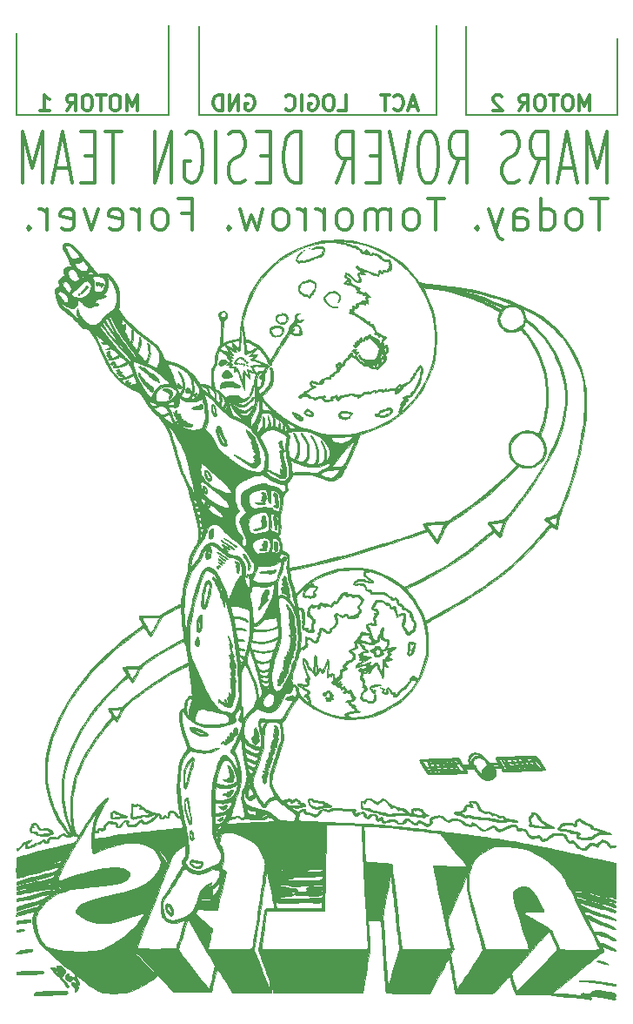
<source format=gbr>
G04 #@! TF.FileFunction,Legend,Bot*
%FSLAX46Y46*%
G04 Gerber Fmt 4.6, Leading zero omitted, Abs format (unit mm)*
G04 Created by KiCad (PCBNEW 4.0.7) date 08/13/18 10:27:34*
%MOMM*%
%LPD*%
G01*
G04 APERTURE LIST*
%ADD10C,0.100000*%
%ADD11C,0.300000*%
%ADD12C,0.200000*%
%ADD13C,0.010000*%
G04 APERTURE END LIST*
D10*
D11*
X176333573Y-155583143D02*
X174676430Y-155583143D01*
X175505001Y-158583143D02*
X175505001Y-155583143D01*
X173295477Y-158583143D02*
X173571668Y-158440286D01*
X173709763Y-158297429D01*
X173847858Y-158011714D01*
X173847858Y-157154571D01*
X173709763Y-156868857D01*
X173571668Y-156726000D01*
X173295477Y-156583143D01*
X172881191Y-156583143D01*
X172605001Y-156726000D01*
X172466906Y-156868857D01*
X172328810Y-157154571D01*
X172328810Y-158011714D01*
X172466906Y-158297429D01*
X172605001Y-158440286D01*
X172881191Y-158583143D01*
X173295477Y-158583143D01*
X169843096Y-158583143D02*
X169843096Y-155583143D01*
X169843096Y-158440286D02*
X170119286Y-158583143D01*
X170671667Y-158583143D01*
X170947858Y-158440286D01*
X171085953Y-158297429D01*
X171224048Y-158011714D01*
X171224048Y-157154571D01*
X171085953Y-156868857D01*
X170947858Y-156726000D01*
X170671667Y-156583143D01*
X170119286Y-156583143D01*
X169843096Y-156726000D01*
X167219286Y-158583143D02*
X167219286Y-157011714D01*
X167357381Y-156726000D01*
X167633571Y-156583143D01*
X168185952Y-156583143D01*
X168462143Y-156726000D01*
X167219286Y-158440286D02*
X167495476Y-158583143D01*
X168185952Y-158583143D01*
X168462143Y-158440286D01*
X168600238Y-158154571D01*
X168600238Y-157868857D01*
X168462143Y-157583143D01*
X168185952Y-157440286D01*
X167495476Y-157440286D01*
X167219286Y-157297429D01*
X166114523Y-156583143D02*
X165424047Y-158583143D01*
X164733571Y-156583143D02*
X165424047Y-158583143D01*
X165700238Y-159297429D01*
X165838333Y-159440286D01*
X166114523Y-159583143D01*
X163628809Y-158297429D02*
X163490714Y-158440286D01*
X163628809Y-158583143D01*
X163766904Y-158440286D01*
X163628809Y-158297429D01*
X163628809Y-158583143D01*
X160452619Y-155583143D02*
X158795476Y-155583143D01*
X159624047Y-158583143D02*
X159624047Y-155583143D01*
X157414523Y-158583143D02*
X157690714Y-158440286D01*
X157828809Y-158297429D01*
X157966904Y-158011714D01*
X157966904Y-157154571D01*
X157828809Y-156868857D01*
X157690714Y-156726000D01*
X157414523Y-156583143D01*
X157000237Y-156583143D01*
X156724047Y-156726000D01*
X156585952Y-156868857D01*
X156447856Y-157154571D01*
X156447856Y-158011714D01*
X156585952Y-158297429D01*
X156724047Y-158440286D01*
X157000237Y-158583143D01*
X157414523Y-158583143D01*
X155204999Y-158583143D02*
X155204999Y-156583143D01*
X155204999Y-156868857D02*
X155066904Y-156726000D01*
X154790713Y-156583143D01*
X154376427Y-156583143D01*
X154100237Y-156726000D01*
X153962142Y-157011714D01*
X153962142Y-158583143D01*
X153962142Y-157011714D02*
X153824046Y-156726000D01*
X153547856Y-156583143D01*
X153133570Y-156583143D01*
X152857380Y-156726000D01*
X152719285Y-157011714D01*
X152719285Y-158583143D01*
X150924046Y-158583143D02*
X151200237Y-158440286D01*
X151338332Y-158297429D01*
X151476427Y-158011714D01*
X151476427Y-157154571D01*
X151338332Y-156868857D01*
X151200237Y-156726000D01*
X150924046Y-156583143D01*
X150509760Y-156583143D01*
X150233570Y-156726000D01*
X150095475Y-156868857D01*
X149957379Y-157154571D01*
X149957379Y-158011714D01*
X150095475Y-158297429D01*
X150233570Y-158440286D01*
X150509760Y-158583143D01*
X150924046Y-158583143D01*
X148714522Y-158583143D02*
X148714522Y-156583143D01*
X148714522Y-157154571D02*
X148576427Y-156868857D01*
X148438331Y-156726000D01*
X148162141Y-156583143D01*
X147885950Y-156583143D01*
X146919284Y-158583143D02*
X146919284Y-156583143D01*
X146919284Y-157154571D02*
X146781189Y-156868857D01*
X146643093Y-156726000D01*
X146366903Y-156583143D01*
X146090712Y-156583143D01*
X144709760Y-158583143D02*
X144985951Y-158440286D01*
X145124046Y-158297429D01*
X145262141Y-158011714D01*
X145262141Y-157154571D01*
X145124046Y-156868857D01*
X144985951Y-156726000D01*
X144709760Y-156583143D01*
X144295474Y-156583143D01*
X144019284Y-156726000D01*
X143881189Y-156868857D01*
X143743093Y-157154571D01*
X143743093Y-158011714D01*
X143881189Y-158297429D01*
X144019284Y-158440286D01*
X144295474Y-158583143D01*
X144709760Y-158583143D01*
X142776426Y-156583143D02*
X142224045Y-158583143D01*
X141671664Y-157154571D01*
X141119283Y-158583143D01*
X140566902Y-156583143D01*
X139462141Y-158297429D02*
X139324046Y-158440286D01*
X139462141Y-158583143D01*
X139600236Y-158440286D01*
X139462141Y-158297429D01*
X139462141Y-158583143D01*
X134904998Y-157011714D02*
X135871665Y-157011714D01*
X135871665Y-158583143D02*
X135871665Y-155583143D01*
X134490712Y-155583143D01*
X132971665Y-158583143D02*
X133247856Y-158440286D01*
X133385951Y-158297429D01*
X133524046Y-158011714D01*
X133524046Y-157154571D01*
X133385951Y-156868857D01*
X133247856Y-156726000D01*
X132971665Y-156583143D01*
X132557379Y-156583143D01*
X132281189Y-156726000D01*
X132143094Y-156868857D01*
X132004998Y-157154571D01*
X132004998Y-158011714D01*
X132143094Y-158297429D01*
X132281189Y-158440286D01*
X132557379Y-158583143D01*
X132971665Y-158583143D01*
X130762141Y-158583143D02*
X130762141Y-156583143D01*
X130762141Y-157154571D02*
X130624046Y-156868857D01*
X130485950Y-156726000D01*
X130209760Y-156583143D01*
X129933569Y-156583143D01*
X127862141Y-158440286D02*
X128138331Y-158583143D01*
X128690712Y-158583143D01*
X128966903Y-158440286D01*
X129104998Y-158154571D01*
X129104998Y-157011714D01*
X128966903Y-156726000D01*
X128690712Y-156583143D01*
X128138331Y-156583143D01*
X127862141Y-156726000D01*
X127724046Y-157011714D01*
X127724046Y-157297429D01*
X129104998Y-157583143D01*
X126757379Y-156583143D02*
X126066903Y-158583143D01*
X125376427Y-156583143D01*
X123166903Y-158440286D02*
X123443093Y-158583143D01*
X123995474Y-158583143D01*
X124271665Y-158440286D01*
X124409760Y-158154571D01*
X124409760Y-157011714D01*
X124271665Y-156726000D01*
X123995474Y-156583143D01*
X123443093Y-156583143D01*
X123166903Y-156726000D01*
X123028808Y-157011714D01*
X123028808Y-157297429D01*
X124409760Y-157583143D01*
X121785951Y-158583143D02*
X121785951Y-156583143D01*
X121785951Y-157154571D02*
X121647856Y-156868857D01*
X121509760Y-156726000D01*
X121233570Y-156583143D01*
X120957379Y-156583143D01*
X119990713Y-158297429D02*
X119852618Y-158440286D01*
X119990713Y-158583143D01*
X120128808Y-158440286D01*
X119990713Y-158297429D01*
X119990713Y-158583143D01*
X176275620Y-154026905D02*
X176275620Y-149026905D01*
X175308953Y-152598333D01*
X174342286Y-149026905D01*
X174342286Y-154026905D01*
X173099429Y-152598333D02*
X171718477Y-152598333D01*
X173375620Y-154026905D02*
X172408953Y-149026905D01*
X171442286Y-154026905D01*
X168818477Y-154026905D02*
X169785144Y-151645952D01*
X170475620Y-154026905D02*
X170475620Y-149026905D01*
X169370858Y-149026905D01*
X169094667Y-149265000D01*
X168956572Y-149503095D01*
X168818477Y-149979286D01*
X168818477Y-150693571D01*
X168956572Y-151169762D01*
X169094667Y-151407857D01*
X169370858Y-151645952D01*
X170475620Y-151645952D01*
X167713715Y-153788810D02*
X167299429Y-154026905D01*
X166608953Y-154026905D01*
X166332763Y-153788810D01*
X166194667Y-153550714D01*
X166056572Y-153074524D01*
X166056572Y-152598333D01*
X166194667Y-152122143D01*
X166332763Y-151884048D01*
X166608953Y-151645952D01*
X167161334Y-151407857D01*
X167437525Y-151169762D01*
X167575620Y-150931667D01*
X167713715Y-150455476D01*
X167713715Y-149979286D01*
X167575620Y-149503095D01*
X167437525Y-149265000D01*
X167161334Y-149026905D01*
X166470858Y-149026905D01*
X166056572Y-149265000D01*
X160947048Y-154026905D02*
X161913715Y-151645952D01*
X162604191Y-154026905D02*
X162604191Y-149026905D01*
X161499429Y-149026905D01*
X161223238Y-149265000D01*
X161085143Y-149503095D01*
X160947048Y-149979286D01*
X160947048Y-150693571D01*
X161085143Y-151169762D01*
X161223238Y-151407857D01*
X161499429Y-151645952D01*
X162604191Y-151645952D01*
X159151810Y-149026905D02*
X158599429Y-149026905D01*
X158323238Y-149265000D01*
X158047048Y-149741190D01*
X157908953Y-150693571D01*
X157908953Y-152360238D01*
X158047048Y-153312619D01*
X158323238Y-153788810D01*
X158599429Y-154026905D01*
X159151810Y-154026905D01*
X159428000Y-153788810D01*
X159704191Y-153312619D01*
X159842286Y-152360238D01*
X159842286Y-150693571D01*
X159704191Y-149741190D01*
X159428000Y-149265000D01*
X159151810Y-149026905D01*
X157080382Y-149026905D02*
X156113715Y-154026905D01*
X155147048Y-149026905D01*
X154180382Y-151407857D02*
X153213715Y-151407857D01*
X152799429Y-154026905D02*
X154180382Y-154026905D01*
X154180382Y-149026905D01*
X152799429Y-149026905D01*
X149899429Y-154026905D02*
X150866096Y-151645952D01*
X151556572Y-154026905D02*
X151556572Y-149026905D01*
X150451810Y-149026905D01*
X150175619Y-149265000D01*
X150037524Y-149503095D01*
X149899429Y-149979286D01*
X149899429Y-150693571D01*
X150037524Y-151169762D01*
X150175619Y-151407857D01*
X150451810Y-151645952D01*
X151556572Y-151645952D01*
X146447048Y-154026905D02*
X146447048Y-149026905D01*
X145756572Y-149026905D01*
X145342286Y-149265000D01*
X145066095Y-149741190D01*
X144928000Y-150217381D01*
X144789905Y-151169762D01*
X144789905Y-151884048D01*
X144928000Y-152836429D01*
X145066095Y-153312619D01*
X145342286Y-153788810D01*
X145756572Y-154026905D01*
X146447048Y-154026905D01*
X143547048Y-151407857D02*
X142580381Y-151407857D01*
X142166095Y-154026905D02*
X143547048Y-154026905D01*
X143547048Y-149026905D01*
X142166095Y-149026905D01*
X141061333Y-153788810D02*
X140647047Y-154026905D01*
X139956571Y-154026905D01*
X139680381Y-153788810D01*
X139542285Y-153550714D01*
X139404190Y-153074524D01*
X139404190Y-152598333D01*
X139542285Y-152122143D01*
X139680381Y-151884048D01*
X139956571Y-151645952D01*
X140508952Y-151407857D01*
X140785143Y-151169762D01*
X140923238Y-150931667D01*
X141061333Y-150455476D01*
X141061333Y-149979286D01*
X140923238Y-149503095D01*
X140785143Y-149265000D01*
X140508952Y-149026905D01*
X139818476Y-149026905D01*
X139404190Y-149265000D01*
X138161333Y-154026905D02*
X138161333Y-149026905D01*
X135261333Y-149265000D02*
X135537524Y-149026905D01*
X135951809Y-149026905D01*
X136366095Y-149265000D01*
X136642286Y-149741190D01*
X136780381Y-150217381D01*
X136918476Y-151169762D01*
X136918476Y-151884048D01*
X136780381Y-152836429D01*
X136642286Y-153312619D01*
X136366095Y-153788810D01*
X135951809Y-154026905D01*
X135675619Y-154026905D01*
X135261333Y-153788810D01*
X135123238Y-153550714D01*
X135123238Y-151884048D01*
X135675619Y-151884048D01*
X133880381Y-154026905D02*
X133880381Y-149026905D01*
X132223238Y-154026905D01*
X132223238Y-149026905D01*
X129047048Y-149026905D02*
X127389905Y-149026905D01*
X128218476Y-154026905D02*
X128218476Y-149026905D01*
X126423238Y-151407857D02*
X125456571Y-151407857D01*
X125042285Y-154026905D02*
X126423238Y-154026905D01*
X126423238Y-149026905D01*
X125042285Y-149026905D01*
X123937523Y-152598333D02*
X122556571Y-152598333D01*
X124213714Y-154026905D02*
X123247047Y-149026905D01*
X122280380Y-154026905D01*
X121313714Y-154026905D02*
X121313714Y-149026905D01*
X120347047Y-152598333D01*
X119380380Y-149026905D01*
X119380380Y-154026905D01*
X157761571Y-146554000D02*
X157047285Y-146554000D01*
X157904428Y-146982571D02*
X157404428Y-145482571D01*
X156904428Y-146982571D01*
X155547285Y-146839714D02*
X155618714Y-146911143D01*
X155833000Y-146982571D01*
X155975857Y-146982571D01*
X156190142Y-146911143D01*
X156333000Y-146768286D01*
X156404428Y-146625429D01*
X156475857Y-146339714D01*
X156475857Y-146125429D01*
X156404428Y-145839714D01*
X156333000Y-145696857D01*
X156190142Y-145554000D01*
X155975857Y-145482571D01*
X155833000Y-145482571D01*
X155618714Y-145554000D01*
X155547285Y-145625429D01*
X155118714Y-145482571D02*
X154261571Y-145482571D01*
X154690142Y-146982571D02*
X154690142Y-145482571D01*
X150133571Y-146982571D02*
X150847857Y-146982571D01*
X150847857Y-145482571D01*
X149347857Y-145482571D02*
X149062143Y-145482571D01*
X148919285Y-145554000D01*
X148776428Y-145696857D01*
X148705000Y-145982571D01*
X148705000Y-146482571D01*
X148776428Y-146768286D01*
X148919285Y-146911143D01*
X149062143Y-146982571D01*
X149347857Y-146982571D01*
X149490714Y-146911143D01*
X149633571Y-146768286D01*
X149705000Y-146482571D01*
X149705000Y-145982571D01*
X149633571Y-145696857D01*
X149490714Y-145554000D01*
X149347857Y-145482571D01*
X147276428Y-145554000D02*
X147419285Y-145482571D01*
X147633571Y-145482571D01*
X147847856Y-145554000D01*
X147990714Y-145696857D01*
X148062142Y-145839714D01*
X148133571Y-146125429D01*
X148133571Y-146339714D01*
X148062142Y-146625429D01*
X147990714Y-146768286D01*
X147847856Y-146911143D01*
X147633571Y-146982571D01*
X147490714Y-146982571D01*
X147276428Y-146911143D01*
X147204999Y-146839714D01*
X147204999Y-146339714D01*
X147490714Y-146339714D01*
X146562142Y-146982571D02*
X146562142Y-145482571D01*
X144990713Y-146839714D02*
X145062142Y-146911143D01*
X145276428Y-146982571D01*
X145419285Y-146982571D01*
X145633570Y-146911143D01*
X145776428Y-146768286D01*
X145847856Y-146625429D01*
X145919285Y-146339714D01*
X145919285Y-146125429D01*
X145847856Y-145839714D01*
X145776428Y-145696857D01*
X145633570Y-145554000D01*
X145419285Y-145482571D01*
X145276428Y-145482571D01*
X145062142Y-145554000D01*
X144990713Y-145625429D01*
X141096857Y-145554000D02*
X141239714Y-145482571D01*
X141454000Y-145482571D01*
X141668285Y-145554000D01*
X141811143Y-145696857D01*
X141882571Y-145839714D01*
X141954000Y-146125429D01*
X141954000Y-146339714D01*
X141882571Y-146625429D01*
X141811143Y-146768286D01*
X141668285Y-146911143D01*
X141454000Y-146982571D01*
X141311143Y-146982571D01*
X141096857Y-146911143D01*
X141025428Y-146839714D01*
X141025428Y-146339714D01*
X141311143Y-146339714D01*
X140382571Y-146982571D02*
X140382571Y-145482571D01*
X139525428Y-146982571D01*
X139525428Y-145482571D01*
X138811142Y-146982571D02*
X138811142Y-145482571D01*
X138453999Y-145482571D01*
X138239714Y-145554000D01*
X138096856Y-145696857D01*
X138025428Y-145839714D01*
X137953999Y-146125429D01*
X137953999Y-146339714D01*
X138025428Y-146625429D01*
X138096856Y-146768286D01*
X138239714Y-146911143D01*
X138453999Y-146982571D01*
X138811142Y-146982571D01*
X174604571Y-146982571D02*
X174604571Y-145482571D01*
X174104571Y-146554000D01*
X173604571Y-145482571D01*
X173604571Y-146982571D01*
X172604571Y-145482571D02*
X172318857Y-145482571D01*
X172175999Y-145554000D01*
X172033142Y-145696857D01*
X171961714Y-145982571D01*
X171961714Y-146482571D01*
X172033142Y-146768286D01*
X172175999Y-146911143D01*
X172318857Y-146982571D01*
X172604571Y-146982571D01*
X172747428Y-146911143D01*
X172890285Y-146768286D01*
X172961714Y-146482571D01*
X172961714Y-145982571D01*
X172890285Y-145696857D01*
X172747428Y-145554000D01*
X172604571Y-145482571D01*
X171533142Y-145482571D02*
X170675999Y-145482571D01*
X171104570Y-146982571D02*
X171104570Y-145482571D01*
X169890285Y-145482571D02*
X169604571Y-145482571D01*
X169461713Y-145554000D01*
X169318856Y-145696857D01*
X169247428Y-145982571D01*
X169247428Y-146482571D01*
X169318856Y-146768286D01*
X169461713Y-146911143D01*
X169604571Y-146982571D01*
X169890285Y-146982571D01*
X170033142Y-146911143D01*
X170175999Y-146768286D01*
X170247428Y-146482571D01*
X170247428Y-145982571D01*
X170175999Y-145696857D01*
X170033142Y-145554000D01*
X169890285Y-145482571D01*
X167747427Y-146982571D02*
X168247427Y-146268286D01*
X168604570Y-146982571D02*
X168604570Y-145482571D01*
X168033142Y-145482571D01*
X167890284Y-145554000D01*
X167818856Y-145625429D01*
X167747427Y-145768286D01*
X167747427Y-145982571D01*
X167818856Y-146125429D01*
X167890284Y-146196857D01*
X168033142Y-146268286D01*
X168604570Y-146268286D01*
X166033142Y-145625429D02*
X165961713Y-145554000D01*
X165818856Y-145482571D01*
X165461713Y-145482571D01*
X165318856Y-145554000D01*
X165247427Y-145625429D01*
X165175999Y-145768286D01*
X165175999Y-145911143D01*
X165247427Y-146125429D01*
X166104570Y-146982571D01*
X165175999Y-146982571D01*
X130535571Y-146982571D02*
X130535571Y-145482571D01*
X130035571Y-146554000D01*
X129535571Y-145482571D01*
X129535571Y-146982571D01*
X128535571Y-145482571D02*
X128249857Y-145482571D01*
X128106999Y-145554000D01*
X127964142Y-145696857D01*
X127892714Y-145982571D01*
X127892714Y-146482571D01*
X127964142Y-146768286D01*
X128106999Y-146911143D01*
X128249857Y-146982571D01*
X128535571Y-146982571D01*
X128678428Y-146911143D01*
X128821285Y-146768286D01*
X128892714Y-146482571D01*
X128892714Y-145982571D01*
X128821285Y-145696857D01*
X128678428Y-145554000D01*
X128535571Y-145482571D01*
X127464142Y-145482571D02*
X126606999Y-145482571D01*
X127035570Y-146982571D02*
X127035570Y-145482571D01*
X125821285Y-145482571D02*
X125535571Y-145482571D01*
X125392713Y-145554000D01*
X125249856Y-145696857D01*
X125178428Y-145982571D01*
X125178428Y-146482571D01*
X125249856Y-146768286D01*
X125392713Y-146911143D01*
X125535571Y-146982571D01*
X125821285Y-146982571D01*
X125964142Y-146911143D01*
X126106999Y-146768286D01*
X126178428Y-146482571D01*
X126178428Y-145982571D01*
X126106999Y-145696857D01*
X125964142Y-145554000D01*
X125821285Y-145482571D01*
X123678427Y-146982571D02*
X124178427Y-146268286D01*
X124535570Y-146982571D02*
X124535570Y-145482571D01*
X123964142Y-145482571D01*
X123821284Y-145554000D01*
X123749856Y-145625429D01*
X123678427Y-145768286D01*
X123678427Y-145982571D01*
X123749856Y-146125429D01*
X123821284Y-146196857D01*
X123964142Y-146268286D01*
X124535570Y-146268286D01*
X121106999Y-146982571D02*
X121964142Y-146982571D01*
X121535570Y-146982571D02*
X121535570Y-145482571D01*
X121678427Y-145696857D01*
X121821285Y-145839714D01*
X121964142Y-145911143D01*
D12*
X177292000Y-147447000D02*
X177292000Y-139954000D01*
X162560000Y-147447000D02*
X177292000Y-147447000D01*
X162560000Y-138811000D02*
X162560000Y-147447000D01*
X159639000Y-147447000D02*
X159639000Y-138684000D01*
X136525000Y-147447000D02*
X159639000Y-147447000D01*
X136525000Y-138811000D02*
X136525000Y-147447000D01*
X118745000Y-147447000D02*
X133604000Y-147447000D01*
X118745000Y-147447000D02*
X118745000Y-139446000D01*
X133604000Y-138684000D02*
X133604000Y-147447000D01*
D13*
G36*
X149408739Y-159590410D02*
X148951909Y-159620359D01*
X148590000Y-159664607D01*
X147998654Y-159788424D01*
X147361713Y-159969522D01*
X146711217Y-160195893D01*
X146079201Y-160455525D01*
X145497705Y-160736409D01*
X145057856Y-160988703D01*
X144513357Y-161363636D01*
X143960344Y-161802348D01*
X143426712Y-162279828D01*
X142940359Y-162771066D01*
X142529180Y-163251052D01*
X142516926Y-163266783D01*
X141970944Y-164057017D01*
X141502970Y-164915183D01*
X141119110Y-165825394D01*
X140825470Y-166771760D01*
X140628156Y-167738394D01*
X140554095Y-168374391D01*
X140530066Y-168658836D01*
X140507785Y-168901185D01*
X140489220Y-169081555D01*
X140476342Y-169180059D01*
X140473100Y-169192238D01*
X140414012Y-169205975D01*
X140277284Y-169223978D01*
X140133748Y-169238485D01*
X139877419Y-169276954D01*
X139590967Y-169343909D01*
X139312053Y-169428332D01*
X139078341Y-169519203D01*
X138960058Y-169581879D01*
X138827507Y-169667985D01*
X138865309Y-168703688D01*
X138882191Y-168294961D01*
X138898474Y-167981648D01*
X138916881Y-167748779D01*
X138940134Y-167581382D01*
X138970957Y-167464489D01*
X139012070Y-167383127D01*
X139066197Y-167322327D01*
X139125090Y-167275172D01*
X139251609Y-167125487D01*
X139296251Y-166946818D01*
X139274216Y-166810193D01*
X139164733Y-166810193D01*
X139139777Y-166981397D01*
X139042691Y-167088326D01*
X138898558Y-167119106D01*
X138732458Y-167061864D01*
X138692282Y-167033841D01*
X138629802Y-166924133D01*
X138641496Y-166780320D01*
X138722712Y-166645640D01*
X138735368Y-166633530D01*
X138879611Y-166562373D01*
X139020856Y-166584610D01*
X139127106Y-166687077D01*
X139164733Y-166810193D01*
X139274216Y-166810193D01*
X139267283Y-166767214D01*
X139172974Y-166614724D01*
X139021591Y-166517397D01*
X138895718Y-166497000D01*
X138677189Y-166531400D01*
X138529576Y-166642034D01*
X138462688Y-166760824D01*
X138430553Y-166941701D01*
X138483421Y-167143560D01*
X138626032Y-167384367D01*
X138627918Y-167387019D01*
X138673132Y-167456972D01*
X138702062Y-167530070D01*
X138716012Y-167627798D01*
X138716285Y-167771640D01*
X138704185Y-167983081D01*
X138681760Y-168274323D01*
X138658906Y-168590407D01*
X138640233Y-168907822D01*
X138627700Y-169189133D01*
X138623261Y-169392668D01*
X138617946Y-169609886D01*
X138592893Y-169763204D01*
X138534444Y-169898991D01*
X138428938Y-170063615D01*
X138423103Y-170072099D01*
X138238519Y-170427580D01*
X138119585Y-170853688D01*
X138072422Y-171328030D01*
X138072022Y-171356131D01*
X138054486Y-171576029D01*
X137993390Y-171752714D01*
X137898185Y-171908304D01*
X137727293Y-172156783D01*
X137757852Y-173025821D01*
X137788411Y-173894860D01*
X137584640Y-173807188D01*
X137284361Y-173692499D01*
X137035887Y-173633507D01*
X136847105Y-173620044D01*
X136741283Y-173613215D01*
X136658560Y-173580070D01*
X136575896Y-173501621D01*
X136470248Y-173358879D01*
X136394825Y-173247326D01*
X136019294Y-172765421D01*
X135577947Y-172335303D01*
X135088414Y-171968723D01*
X134568327Y-171677431D01*
X134035315Y-171473179D01*
X133589261Y-171377305D01*
X133447395Y-171348742D01*
X133332029Y-171294787D01*
X133229505Y-171199500D01*
X133226626Y-171195249D01*
X132685631Y-171195249D01*
X132651819Y-171474054D01*
X132581545Y-171687435D01*
X132471728Y-171880820D01*
X132388153Y-171986116D01*
X132318516Y-172018722D01*
X132316885Y-172018739D01*
X132245288Y-171993405D01*
X132107055Y-171926747D01*
X131931115Y-171832784D01*
X131918013Y-171825478D01*
X131734182Y-171729347D01*
X131579084Y-171660142D01*
X131485144Y-171632269D01*
X131482975Y-171632218D01*
X131440548Y-171615535D01*
X131454353Y-171552730D01*
X131529633Y-171424670D01*
X131547276Y-171397544D01*
X131575504Y-171348216D01*
X129898913Y-171348216D01*
X129880736Y-171442207D01*
X129852791Y-171466565D01*
X129800679Y-171428877D01*
X129686042Y-171324641D01*
X129522707Y-171167104D01*
X129324495Y-170969510D01*
X129175616Y-170817761D01*
X128937191Y-170568626D01*
X128703472Y-170317312D01*
X128495653Y-170087094D01*
X128334929Y-169901246D01*
X128283110Y-169837652D01*
X128151017Y-169670808D01*
X127971179Y-169444402D01*
X127764824Y-169185124D01*
X127553177Y-168919660D01*
X127498866Y-168851623D01*
X127268994Y-168559787D01*
X127104298Y-168339307D01*
X126997816Y-168177922D01*
X126942587Y-168063368D01*
X126931648Y-167983385D01*
X126958039Y-167925710D01*
X126967418Y-167915539D01*
X127031457Y-167896703D01*
X127110268Y-167972014D01*
X127123226Y-167990119D01*
X127265734Y-168183636D01*
X127467143Y-168441905D01*
X127712772Y-168747324D01*
X127987940Y-169082296D01*
X128277966Y-169429218D01*
X128568169Y-169770493D01*
X128843869Y-170088521D01*
X129090385Y-170365701D01*
X129245002Y-170533759D01*
X129510164Y-170823196D01*
X129710585Y-171057436D01*
X129841250Y-171230234D01*
X129897144Y-171335345D01*
X129898913Y-171348216D01*
X131575504Y-171348216D01*
X131686533Y-171154195D01*
X131767050Y-170922166D01*
X131795975Y-170665481D01*
X131780451Y-170348162D01*
X131771820Y-170266982D01*
X131740864Y-170038595D01*
X131705376Y-169843417D01*
X131671687Y-169714704D01*
X131662649Y-169693591D01*
X131593309Y-169609071D01*
X131533624Y-169595010D01*
X131514761Y-169653131D01*
X131521993Y-169685804D01*
X131542175Y-169784103D01*
X131569652Y-169958699D01*
X131599271Y-170176160D01*
X131606506Y-170234112D01*
X131631963Y-170489812D01*
X131633014Y-170676059D01*
X131608069Y-170831452D01*
X131577721Y-170932552D01*
X131492498Y-171123868D01*
X131390226Y-171269041D01*
X131289506Y-171345588D01*
X131233936Y-171347993D01*
X131179834Y-171297677D01*
X131078314Y-171179210D01*
X131055759Y-171150771D01*
X130561522Y-171150771D01*
X130529522Y-171160334D01*
X130441483Y-171094669D01*
X130309346Y-170965579D01*
X130145054Y-170784868D01*
X130037179Y-170655930D01*
X129824680Y-170655930D01*
X129824564Y-170693433D01*
X129822727Y-170693522D01*
X129781387Y-170652203D01*
X129684247Y-170537778D01*
X129543008Y-170364549D01*
X129519132Y-170334609D01*
X129291522Y-170334609D01*
X129263913Y-170362218D01*
X129236304Y-170334609D01*
X129263913Y-170307000D01*
X129291522Y-170334609D01*
X129519132Y-170334609D01*
X129445392Y-170242143D01*
X129218101Y-170242143D01*
X129199103Y-170251783D01*
X129142175Y-170213044D01*
X129032531Y-170109352D01*
X128889448Y-169959496D01*
X128816669Y-169879065D01*
X128503342Y-169520154D01*
X128185904Y-169144222D01*
X127883802Y-168775072D01*
X127616483Y-168436503D01*
X127403393Y-168152316D01*
X127386144Y-168128266D01*
X127249782Y-167927192D01*
X127177473Y-167791673D01*
X127160968Y-167703788D01*
X127173950Y-167667203D01*
X127245924Y-167584903D01*
X127280032Y-167564318D01*
X127328000Y-167601721D01*
X127421290Y-167715389D01*
X127546672Y-167887951D01*
X127690913Y-168102039D01*
X127698177Y-168113205D01*
X127855949Y-168348335D01*
X128063553Y-168646455D01*
X128303326Y-168983152D01*
X128557601Y-169334009D01*
X128808716Y-169674610D01*
X129039006Y-169980539D01*
X129195467Y-170182761D01*
X129218101Y-170242143D01*
X129445392Y-170242143D01*
X129369368Y-170146814D01*
X129224119Y-169961891D01*
X129003289Y-169675999D01*
X128778684Y-169380013D01*
X128571315Y-169101966D01*
X128402195Y-168869889D01*
X128344587Y-168788522D01*
X128090336Y-168421940D01*
X127866993Y-168095138D01*
X127681135Y-167818046D01*
X127539335Y-167600593D01*
X127448168Y-167452711D01*
X127414209Y-167384329D01*
X127414130Y-167383186D01*
X127450734Y-167318845D01*
X127516465Y-167249765D01*
X127563889Y-167214287D01*
X127606346Y-167214751D01*
X127655464Y-167265489D01*
X127722868Y-167380831D01*
X127820184Y-167575110D01*
X127879074Y-167696751D01*
X128099431Y-168116745D01*
X128379501Y-168592569D01*
X128703289Y-169099654D01*
X129054799Y-169613431D01*
X129418037Y-170109331D01*
X129614371Y-170362218D01*
X129755619Y-170547120D01*
X129824680Y-170655930D01*
X130037179Y-170655930D01*
X129960548Y-170564338D01*
X129931322Y-170527870D01*
X129766180Y-170314943D01*
X129561142Y-170042014D01*
X129332914Y-169732185D01*
X129098203Y-169408560D01*
X128873714Y-169094241D01*
X128676155Y-168812334D01*
X128522231Y-168585940D01*
X128476872Y-168516493D01*
X128374816Y-168345570D01*
X128244918Y-168111296D01*
X128106967Y-167849952D01*
X128024169Y-167686409D01*
X127899344Y-167425666D01*
X127825279Y-167245370D01*
X127796912Y-167130679D01*
X127809186Y-167066750D01*
X127811780Y-167063374D01*
X127882719Y-167008966D01*
X127948019Y-167037433D01*
X128017381Y-167158007D01*
X128079089Y-167317801D01*
X128174565Y-167537365D01*
X128329840Y-167830760D01*
X128536558Y-168184926D01*
X128786358Y-168586801D01*
X129070882Y-169023326D01*
X129381771Y-169481439D01*
X129710667Y-169948080D01*
X130049210Y-170410188D01*
X130110345Y-170491636D01*
X130275930Y-170715623D01*
X130414197Y-170910725D01*
X130512810Y-171058922D01*
X130559434Y-171142193D01*
X130561522Y-171150771D01*
X131055759Y-171150771D01*
X130947025Y-171013673D01*
X130877579Y-170922306D01*
X130573024Y-170516090D01*
X130710693Y-170215381D01*
X130801059Y-169946725D01*
X130850339Y-169648147D01*
X130854109Y-169363635D01*
X130816742Y-169161239D01*
X130766589Y-169053393D01*
X130726591Y-169051565D01*
X130698729Y-169151643D01*
X130684981Y-169349511D01*
X130683876Y-169437326D01*
X130669194Y-169699291D01*
X130630416Y-169941169D01*
X130574002Y-170137544D01*
X130506411Y-170262996D01*
X130466503Y-170292659D01*
X130403344Y-170262842D01*
X130318315Y-170164577D01*
X130294026Y-170127640D01*
X130187421Y-169968691D01*
X130080272Y-169828318D01*
X130071348Y-169817864D01*
X130004092Y-169726317D01*
X129993973Y-169642196D01*
X130036904Y-169515120D01*
X130045184Y-169495172D01*
X130102553Y-169273089D01*
X130125952Y-168988202D01*
X130113409Y-168683404D01*
X130089973Y-168520122D01*
X130048105Y-168370154D01*
X130005312Y-168323854D01*
X129971057Y-168374945D01*
X129954804Y-168517149D01*
X129955879Y-168609065D01*
X129963379Y-168920978D01*
X129954675Y-169142581D01*
X129927924Y-169293060D01*
X129881282Y-169391602D01*
X129880601Y-169392537D01*
X129843297Y-169428904D01*
X129802817Y-169421091D01*
X129748005Y-169355521D01*
X129667702Y-169218617D01*
X129550752Y-168996801D01*
X129542891Y-168981590D01*
X129424861Y-168749314D01*
X129352093Y-168589498D01*
X129317687Y-168477264D01*
X129314743Y-168387734D01*
X129336361Y-168296030D01*
X129345171Y-168268709D01*
X129386822Y-168077635D01*
X129389708Y-167900938D01*
X129356063Y-167771830D01*
X129308671Y-167726359D01*
X129260033Y-167761078D01*
X129229891Y-167897496D01*
X129225845Y-167942970D01*
X129208696Y-168181131D01*
X129081415Y-167942696D01*
X129005876Y-167783877D01*
X128984069Y-167666501D01*
X129008684Y-167539984D01*
X129018683Y-167508679D01*
X129069934Y-167353387D01*
X128904428Y-167353387D01*
X128876025Y-167380478D01*
X128837576Y-167335245D01*
X128793639Y-167240000D01*
X128738444Y-167070553D01*
X128707072Y-166950108D01*
X128689796Y-166860553D01*
X128703411Y-166854102D01*
X128759807Y-166935282D01*
X128789458Y-166981487D01*
X128860645Y-167121592D01*
X128901394Y-167256737D01*
X128904428Y-167353387D01*
X129069934Y-167353387D01*
X129083231Y-167313097D01*
X129449659Y-167669326D01*
X129866251Y-168054317D01*
X130320291Y-168433004D01*
X130837718Y-168826557D01*
X131091454Y-169009391D01*
X131440874Y-169270869D01*
X131771800Y-169543241D01*
X132068159Y-169811463D01*
X132313878Y-170060486D01*
X132492882Y-170275264D01*
X132566081Y-170389826D01*
X132642274Y-170612130D01*
X132682287Y-170894273D01*
X132685631Y-171195249D01*
X133226626Y-171195249D01*
X133126162Y-171046938D01*
X133008344Y-170821160D01*
X132884163Y-170554371D01*
X132700274Y-170213522D01*
X132463015Y-169895955D01*
X132156275Y-169583488D01*
X131763941Y-169257939D01*
X131676994Y-169192059D01*
X131072598Y-168731705D01*
X130553576Y-168317912D01*
X130109937Y-167941546D01*
X129731692Y-167593476D01*
X129408853Y-167264567D01*
X129131428Y-166945688D01*
X128922298Y-166673542D01*
X128670277Y-166325519D01*
X128739712Y-165998326D01*
X128775421Y-165728032D01*
X128787059Y-165400580D01*
X128536681Y-165400580D01*
X128514763Y-165582400D01*
X128444231Y-165910442D01*
X128355089Y-166156280D01*
X128227305Y-166348136D01*
X128040845Y-166514232D01*
X127775675Y-166682789D01*
X127705287Y-166722724D01*
X127450589Y-166907512D01*
X127166883Y-167191473D01*
X127047221Y-167330861D01*
X126881927Y-167522110D01*
X126730423Y-167682188D01*
X126613035Y-167790406D01*
X126562804Y-167823923D01*
X126336945Y-167869837D01*
X126068942Y-167855420D01*
X125934012Y-167825301D01*
X125786275Y-167752152D01*
X125594746Y-167614679D01*
X125384616Y-167434798D01*
X125181076Y-167234423D01*
X125009318Y-167035471D01*
X124977930Y-166993560D01*
X124843575Y-166731817D01*
X124786136Y-166497330D01*
X124752924Y-166329239D01*
X124715951Y-166266964D01*
X124680707Y-166306273D01*
X124652678Y-166442934D01*
X124639531Y-166610378D01*
X124641040Y-166804580D01*
X124677250Y-166954110D01*
X124764365Y-167114146D01*
X124805933Y-167177023D01*
X124900380Y-167325702D01*
X124925612Y-167390139D01*
X124881345Y-167370153D01*
X124767293Y-167265566D01*
X124583170Y-167076197D01*
X124493088Y-166980161D01*
X124232088Y-166727872D01*
X123973024Y-166527808D01*
X123830479Y-166443092D01*
X123677414Y-166350894D01*
X123506721Y-166226440D01*
X123338677Y-166087779D01*
X123193562Y-165952960D01*
X123091653Y-165840032D01*
X123053229Y-165767045D01*
X123057580Y-165755144D01*
X123115008Y-165766798D01*
X123245553Y-165820577D01*
X123425135Y-165906177D01*
X123502171Y-165945394D01*
X123725898Y-166051936D01*
X123942168Y-166139240D01*
X124111069Y-166191529D01*
X124138187Y-166196812D01*
X124296735Y-166207790D01*
X124419425Y-166166562D01*
X124538160Y-166078323D01*
X124653874Y-165967107D01*
X124698600Y-165866314D01*
X124693589Y-165725643D01*
X124692065Y-165714049D01*
X124679013Y-165577351D01*
X124706089Y-165517854D01*
X124797791Y-165503431D01*
X124852960Y-165503087D01*
X125001951Y-165524753D01*
X125086396Y-165603563D01*
X125101162Y-165632605D01*
X125181912Y-165734635D01*
X125327153Y-165860210D01*
X125504662Y-165987204D01*
X125682216Y-166093491D01*
X125827593Y-166156944D01*
X125877509Y-166165696D01*
X125994593Y-166144066D01*
X126151877Y-166090568D01*
X126187317Y-166075658D01*
X126377838Y-166005304D01*
X126568773Y-165953779D01*
X126585869Y-165950482D01*
X126730832Y-165899671D01*
X126780252Y-165831832D01*
X126732723Y-165768986D01*
X126599674Y-165734262D01*
X126464937Y-165704559D01*
X126425857Y-165637048D01*
X126471709Y-165510287D01*
X126479879Y-165494782D01*
X126587023Y-165388933D01*
X123820016Y-165388933D01*
X123806677Y-165536162D01*
X123791484Y-165581397D01*
X123713299Y-165654464D01*
X123584049Y-165659490D01*
X123437294Y-165599388D01*
X123366417Y-165544500D01*
X123245675Y-165404365D01*
X123141583Y-165241386D01*
X123141284Y-165240804D01*
X123067742Y-165122926D01*
X123005022Y-165063179D01*
X122996594Y-165061348D01*
X122919535Y-165014840D01*
X122847501Y-164906530D01*
X122805436Y-164783240D01*
X122808722Y-164708681D01*
X122901832Y-164585334D01*
X123041053Y-164546357D01*
X123209111Y-164585691D01*
X123388729Y-164697272D01*
X123562633Y-164875040D01*
X123653451Y-165005074D01*
X123771334Y-165221896D01*
X123820016Y-165388933D01*
X126587023Y-165388933D01*
X126604386Y-165371781D01*
X126827817Y-165274128D01*
X127140753Y-165205789D01*
X127179456Y-165200336D01*
X127361587Y-165158989D01*
X127459073Y-165101934D01*
X127464571Y-165040246D01*
X127370737Y-164984995D01*
X127330042Y-164973271D01*
X127190736Y-164938308D01*
X127324701Y-164814153D01*
X127497770Y-164600560D01*
X127622028Y-164317649D01*
X127680369Y-164093130D01*
X127696753Y-163891364D01*
X127410525Y-163891364D01*
X127368134Y-164156635D01*
X127256918Y-164394021D01*
X127132191Y-164533234D01*
X126930150Y-164647808D01*
X126707456Y-164660873D01*
X126503043Y-164599216D01*
X126422547Y-164561135D01*
X126373557Y-164514320D01*
X126348251Y-164433462D01*
X126338803Y-164293249D01*
X126337515Y-164088064D01*
X126038132Y-164088064D01*
X126002117Y-164336726D01*
X125895435Y-164585991D01*
X125866433Y-164632326D01*
X125736525Y-164818071D01*
X125624904Y-164938604D01*
X125494668Y-165024369D01*
X125308915Y-165105813D01*
X125277620Y-165118118D01*
X125058105Y-165193607D01*
X124885236Y-165219685D01*
X124708825Y-165200028D01*
X124584330Y-165168904D01*
X124401409Y-165094280D01*
X124237459Y-164990877D01*
X124228181Y-164983110D01*
X124132180Y-164892396D01*
X124112103Y-164824857D01*
X124158515Y-164733597D01*
X124173392Y-164710742D01*
X124295322Y-164575835D01*
X124419107Y-164486803D01*
X124522859Y-164413082D01*
X124636160Y-164315834D01*
X124156304Y-164315834D01*
X124124841Y-164375836D01*
X124045773Y-164486795D01*
X124007110Y-164536402D01*
X123857915Y-164723381D01*
X123567075Y-164409212D01*
X123417727Y-164241197D01*
X123334060Y-164123486D01*
X123302012Y-164029984D01*
X123307522Y-163934597D01*
X123308515Y-163929391D01*
X123376212Y-163725855D01*
X123476680Y-163626062D01*
X123605334Y-163629834D01*
X123757590Y-163736989D01*
X123928862Y-163947347D01*
X123933377Y-163953970D01*
X124042751Y-164119380D01*
X124122261Y-164247919D01*
X124156048Y-164313842D01*
X124156304Y-164315834D01*
X124636160Y-164315834D01*
X124676869Y-164280894D01*
X124855993Y-164112458D01*
X124956956Y-164011546D01*
X125178442Y-163792857D01*
X125347625Y-163649125D01*
X125482709Y-163570311D01*
X125601900Y-163546375D01*
X125723405Y-163567279D01*
X125747932Y-163575379D01*
X125908465Y-163684422D01*
X126006056Y-163862974D01*
X126038132Y-164088064D01*
X126337515Y-164088064D01*
X126337391Y-164068372D01*
X126337391Y-164063337D01*
X126326804Y-163764065D01*
X126292624Y-163548719D01*
X126241647Y-163411924D01*
X126186768Y-163279557D01*
X126172242Y-163187848D01*
X126175884Y-163177250D01*
X126250706Y-163144257D01*
X126324606Y-163136291D01*
X125362293Y-163136291D01*
X125309934Y-163250264D01*
X125255678Y-163324590D01*
X125210227Y-163302624D01*
X125200345Y-163288047D01*
X125200114Y-163287478D01*
X124867593Y-163287478D01*
X124860106Y-163373428D01*
X124789222Y-163455240D01*
X124740133Y-163498179D01*
X124564162Y-163596882D01*
X124378424Y-163593365D01*
X124175452Y-163486100D01*
X124021908Y-163351258D01*
X123891424Y-163207853D01*
X123825693Y-163086035D01*
X123802877Y-162938857D01*
X123801039Y-162876467D01*
X123809654Y-162703255D01*
X123853515Y-162593874D01*
X123945722Y-162506563D01*
X124066066Y-162433642D01*
X124171652Y-162431996D01*
X124249418Y-162459746D01*
X124419556Y-162573072D01*
X124593942Y-162757153D01*
X124743715Y-162977387D01*
X124823439Y-163147969D01*
X124867593Y-163287478D01*
X125200114Y-163287478D01*
X125156025Y-163179095D01*
X125151063Y-163142544D01*
X125196411Y-163086560D01*
X125260652Y-163073522D01*
X125349051Y-163084814D01*
X125362293Y-163136291D01*
X126324606Y-163136291D01*
X126401578Y-163127994D01*
X126595598Y-163127159D01*
X126799863Y-163140445D01*
X126981472Y-163166549D01*
X127107522Y-163204166D01*
X127126073Y-163214917D01*
X127289361Y-163391837D01*
X127384223Y-163626875D01*
X127410525Y-163891364D01*
X127696753Y-163891364D01*
X127708116Y-163751451D01*
X127636441Y-163424843D01*
X127559516Y-163252978D01*
X127505289Y-163125093D01*
X127516866Y-163081870D01*
X127590434Y-163122245D01*
X127722181Y-163245150D01*
X127790720Y-163317621D01*
X128056990Y-163669621D01*
X128273666Y-164081896D01*
X128431803Y-164526467D01*
X128522456Y-164975355D01*
X128536681Y-165400580D01*
X128787059Y-165400580D01*
X128787203Y-165396531D01*
X128776815Y-165040677D01*
X128746014Y-164697323D01*
X128696558Y-164403322D01*
X128656846Y-164260696D01*
X128565202Y-164055190D01*
X128425742Y-163808794D01*
X128256826Y-163547913D01*
X128076819Y-163298952D01*
X127904082Y-163088318D01*
X127756980Y-162942415D01*
X127721693Y-162915952D01*
X127615930Y-162853513D01*
X127509240Y-162818691D01*
X127376250Y-162810496D01*
X127191588Y-162827937D01*
X126929882Y-162870022D01*
X126860470Y-162882307D01*
X126758847Y-162894725D01*
X126679219Y-162878108D01*
X126621835Y-162835050D01*
X126253688Y-162835050D01*
X126245599Y-162907702D01*
X126148421Y-162947330D01*
X125953013Y-162961705D01*
X125898666Y-162962242D01*
X125625593Y-162963087D01*
X125841960Y-162764903D01*
X126058327Y-162566718D01*
X126181830Y-162721606D01*
X126253688Y-162835050D01*
X126621835Y-162835050D01*
X126596935Y-162816367D01*
X126487345Y-162693416D01*
X126393269Y-162577388D01*
X126256744Y-162411593D01*
X126141614Y-162279758D01*
X126140746Y-162278874D01*
X125743600Y-162278874D01*
X125735929Y-162353971D01*
X125679666Y-162439766D01*
X125643166Y-162486293D01*
X125549756Y-162578992D01*
X125433864Y-162621815D01*
X125262592Y-162631783D01*
X125126737Y-162627053D01*
X125024235Y-162601734D01*
X124926350Y-162539133D01*
X124804342Y-162422556D01*
X124686817Y-162297331D01*
X124543821Y-162136955D01*
X124435787Y-162004511D01*
X124380693Y-161922441D01*
X124377174Y-161910809D01*
X124426207Y-161878365D01*
X124548866Y-161860166D01*
X124600785Y-161858739D01*
X124801623Y-161834591D01*
X124987348Y-161772090D01*
X125121931Y-161686156D01*
X125164770Y-161625227D01*
X125215103Y-161600918D01*
X125308279Y-161659032D01*
X125430612Y-161787121D01*
X125568418Y-161972737D01*
X125600312Y-162021398D01*
X125699465Y-162179632D01*
X125743600Y-162278874D01*
X126140746Y-162278874D01*
X126069017Y-162205905D01*
X126061245Y-162200068D01*
X125994617Y-162130969D01*
X125907255Y-162009271D01*
X125891233Y-161983954D01*
X125798308Y-161856076D01*
X125656110Y-161685043D01*
X125493658Y-161505585D01*
X125475966Y-161486997D01*
X125320064Y-161311870D01*
X125189385Y-161143013D01*
X125174064Y-161118258D01*
X124854397Y-161118258D01*
X124852861Y-161220154D01*
X124784560Y-161300418D01*
X124708478Y-161345782D01*
X124520517Y-161404295D01*
X124321550Y-161411396D01*
X124154303Y-161368834D01*
X124087119Y-161320370D01*
X123999420Y-161198892D01*
X123893875Y-161019303D01*
X123783976Y-160809362D01*
X123683215Y-160596827D01*
X123605084Y-160409458D01*
X123563076Y-160275012D01*
X123559917Y-160235691D01*
X123604602Y-160147220D01*
X123723338Y-160106116D01*
X123760321Y-160101765D01*
X123845276Y-160101069D01*
X123926387Y-160125291D01*
X124021734Y-160187163D01*
X124149399Y-160299418D01*
X124327465Y-160474788D01*
X124412481Y-160561009D01*
X124638799Y-160800862D01*
X124784573Y-160982553D01*
X124854397Y-161118258D01*
X125174064Y-161118258D01*
X125109167Y-161013401D01*
X125103344Y-161000127D01*
X125031913Y-160890439D01*
X124893003Y-160730166D01*
X124705232Y-160537881D01*
X124487220Y-160332158D01*
X124257584Y-160131570D01*
X124123301Y-160022457D01*
X123901112Y-159892215D01*
X123689665Y-159845383D01*
X123506690Y-159874757D01*
X123369919Y-159973132D01*
X123297082Y-160133300D01*
X123305909Y-160348057D01*
X123307330Y-160354065D01*
X123364542Y-160519560D01*
X123462958Y-160739847D01*
X123583531Y-160977167D01*
X123707214Y-161193765D01*
X123802959Y-161336533D01*
X123894607Y-161507010D01*
X123899929Y-161623671D01*
X123912559Y-161768033D01*
X123984932Y-161905923D01*
X124073069Y-162039218D01*
X124089823Y-162107578D01*
X124032912Y-162132211D01*
X123960301Y-162134826D01*
X123771888Y-162172277D01*
X123576854Y-162265548D01*
X123446512Y-162373624D01*
X123385068Y-162520518D01*
X123372569Y-162733290D01*
X123404410Y-162949283D01*
X123424993Y-163071794D01*
X123398134Y-163121073D01*
X123338270Y-163128739D01*
X123219603Y-163169949D01*
X123080499Y-163271363D01*
X122957124Y-163399654D01*
X122885646Y-163521497D01*
X122879765Y-163551219D01*
X122874581Y-163646666D01*
X122877604Y-163719830D01*
X122892981Y-163821236D01*
X122909674Y-163915587D01*
X122925503Y-164053536D01*
X122902250Y-164113077D01*
X122858688Y-164122652D01*
X122732507Y-164170310D01*
X122611032Y-164288883D01*
X122524202Y-164441776D01*
X122499782Y-164561393D01*
X122516980Y-164696459D01*
X122562238Y-164894293D01*
X122626054Y-165113814D01*
X122631282Y-165129881D01*
X122708125Y-165367120D01*
X122782386Y-165601379D01*
X122837146Y-165779174D01*
X122957596Y-166024903D01*
X123165012Y-166278096D01*
X123439573Y-166518063D01*
X123721337Y-166702061D01*
X123962716Y-166870602D01*
X124230821Y-167114680D01*
X124411555Y-167307960D01*
X124672602Y-167600923D01*
X124876592Y-167819591D01*
X125036362Y-167975175D01*
X125164745Y-168078883D01*
X125274579Y-168141924D01*
X125378700Y-168175508D01*
X125412120Y-168181739D01*
X125580673Y-168210327D01*
X125718255Y-168236073D01*
X125730000Y-168238512D01*
X125811180Y-168299781D01*
X125935548Y-168455156D01*
X126098909Y-168698988D01*
X126226956Y-168907147D01*
X126407951Y-169212130D01*
X126542509Y-169447961D01*
X126642858Y-169639056D01*
X126721223Y-169809827D01*
X126789831Y-169984691D01*
X126845025Y-170141348D01*
X126936881Y-170377802D01*
X127068641Y-170674282D01*
X127228865Y-171008870D01*
X127406116Y-171359648D01*
X127588955Y-171704699D01*
X127765943Y-172022104D01*
X127925643Y-172289945D01*
X128056614Y-172486305D01*
X128094084Y-172534736D01*
X128528524Y-173022632D01*
X128960744Y-173421503D01*
X129414731Y-173749601D01*
X129914474Y-174025180D01*
X130247766Y-174173533D01*
X130498140Y-174292685D01*
X130707539Y-174434201D01*
X130894508Y-174617093D01*
X131077592Y-174860370D01*
X131275337Y-175183046D01*
X131334249Y-175287325D01*
X131492212Y-175561101D01*
X131636288Y-175783237D01*
X131789573Y-175983396D01*
X131975167Y-176191240D01*
X132216167Y-176436433D01*
X132271812Y-176491348D01*
X132543473Y-176766214D01*
X132780147Y-177026227D01*
X132987879Y-177283751D01*
X133172711Y-177551150D01*
X133340688Y-177840788D01*
X133497853Y-178165028D01*
X133650251Y-178536236D01*
X133803926Y-178966773D01*
X133964921Y-179469006D01*
X134139280Y-180055297D01*
X134313406Y-180667834D01*
X134436707Y-181104582D01*
X134539066Y-181456083D01*
X134628168Y-181743753D01*
X134711697Y-181989003D01*
X134797339Y-182213249D01*
X134892777Y-182437904D01*
X135005698Y-182684382D01*
X135133053Y-182951783D01*
X135309161Y-183339377D01*
X135448212Y-183700967D01*
X135567322Y-184084972D01*
X135660523Y-184444003D01*
X135752779Y-184806500D01*
X135860661Y-185206032D01*
X135970957Y-185594889D01*
X136070453Y-185925364D01*
X136073447Y-185934873D01*
X136249550Y-186577105D01*
X136376102Y-187219996D01*
X136448528Y-187834039D01*
X136462250Y-188389726D01*
X136460657Y-188431174D01*
X136445903Y-188686233D01*
X136423590Y-188861147D01*
X136386591Y-188986207D01*
X136327779Y-189091703D01*
X136294311Y-189138193D01*
X136170800Y-189327179D01*
X136026257Y-189586155D01*
X135877605Y-189881403D01*
X135741768Y-190179207D01*
X135635669Y-190445850D01*
X135630188Y-190461348D01*
X135578347Y-190657132D01*
X135529687Y-190926486D01*
X135490296Y-191232583D01*
X135475032Y-191400044D01*
X135436097Y-191771712D01*
X135382561Y-192083532D01*
X135318723Y-192310616D01*
X135316944Y-192315216D01*
X135243168Y-192537336D01*
X135160063Y-192841058D01*
X135073551Y-193198607D01*
X134989551Y-193582209D01*
X134913982Y-193964088D01*
X134852764Y-194316470D01*
X134811817Y-194611580D01*
X134799998Y-194740696D01*
X134790209Y-194842261D01*
X134764154Y-194917230D01*
X134703317Y-194982543D01*
X134589185Y-195055139D01*
X134403241Y-195151955D01*
X134286980Y-195210044D01*
X134016542Y-195348654D01*
X133699926Y-195516777D01*
X133386251Y-195688120D01*
X133229584Y-195776022D01*
X132670860Y-196093522D01*
X131671408Y-196093522D01*
X131295359Y-196093443D01*
X131019055Y-196097801D01*
X130831833Y-196113484D01*
X130723031Y-196147382D01*
X130681986Y-196206384D01*
X130698036Y-196297380D01*
X130760519Y-196427258D01*
X130858771Y-196602908D01*
X130865217Y-196614421D01*
X130960730Y-196793161D01*
X131029809Y-196937589D01*
X131058361Y-197018098D01*
X131058478Y-197020420D01*
X131015818Y-197072117D01*
X130898290Y-197174374D01*
X130721578Y-197314530D01*
X130501362Y-197479925D01*
X130382065Y-197566534D01*
X129229339Y-198432106D01*
X128168985Y-199308885D01*
X127183029Y-200212499D01*
X126262801Y-201148610D01*
X125296814Y-202258066D01*
X124428548Y-203412564D01*
X123660319Y-204608760D01*
X122994444Y-205843314D01*
X122961010Y-205911903D01*
X122574678Y-206745784D01*
X122258083Y-207514987D01*
X122006718Y-208236591D01*
X121816077Y-208927674D01*
X121681654Y-209605313D01*
X121598943Y-210286586D01*
X121563437Y-210988572D01*
X121561309Y-211216498D01*
X121609513Y-212249976D01*
X121755982Y-213236045D01*
X122002670Y-214181336D01*
X122351530Y-215092475D01*
X122804516Y-215976093D01*
X123109241Y-216468739D01*
X123270602Y-216708876D01*
X123432479Y-216940867D01*
X123572662Y-217133310D01*
X123646238Y-217227978D01*
X123750978Y-217364719D01*
X123785048Y-217437678D01*
X123754823Y-217462198D01*
X123743730Y-217462652D01*
X123634886Y-217430025D01*
X123510827Y-217353841D01*
X123420579Y-217288980D01*
X123348241Y-217273843D01*
X123249589Y-217308714D01*
X123154718Y-217356132D01*
X122989083Y-217453615D01*
X122848616Y-217557525D01*
X122822793Y-217581381D01*
X122750630Y-217643101D01*
X122672980Y-217668786D01*
X122555060Y-217662258D01*
X122377319Y-217630343D01*
X122190567Y-217597050D01*
X122075380Y-217592542D01*
X121995571Y-217621415D01*
X121914953Y-217688263D01*
X121913974Y-217689183D01*
X121822395Y-217793914D01*
X121782049Y-217877060D01*
X121781956Y-217879647D01*
X121743459Y-217968583D01*
X121702981Y-218011630D01*
X121631674Y-218042433D01*
X121572162Y-217979751D01*
X121562995Y-217963174D01*
X121470063Y-217864187D01*
X121362814Y-217871676D01*
X121257985Y-217978561D01*
X121138476Y-218083414D01*
X120926309Y-218165481D01*
X120856386Y-218183439D01*
X120664121Y-218241185D01*
X120504164Y-218310035D01*
X120435303Y-218355157D01*
X120328920Y-218426474D01*
X120178710Y-218497741D01*
X120020590Y-218555671D01*
X119890472Y-218586973D01*
X119826103Y-218580567D01*
X119802992Y-218507460D01*
X119794130Y-218387703D01*
X119810657Y-218277135D01*
X119879369Y-218203496D01*
X120015000Y-218140052D01*
X120150673Y-218070952D01*
X120228570Y-218000663D01*
X120235869Y-217978842D01*
X120229712Y-217930948D01*
X120198135Y-217912140D01*
X120121477Y-217925586D01*
X119980080Y-217974455D01*
X119777813Y-218052681D01*
X119543693Y-218157191D01*
X119396611Y-218256754D01*
X119319967Y-218355442D01*
X119213689Y-218489528D01*
X119068004Y-218598876D01*
X119064265Y-218600834D01*
X118922740Y-218684018D01*
X118817753Y-218762581D01*
X118813201Y-218766998D01*
X118768431Y-218861682D01*
X118805808Y-218936393D01*
X118867465Y-218953522D01*
X118931661Y-218915078D01*
X119047814Y-218813079D01*
X119195671Y-218667522D01*
X119354976Y-218498407D01*
X119505476Y-218325733D01*
X119515237Y-218313933D01*
X119573569Y-218256027D01*
X119608525Y-218281652D01*
X119638601Y-218378101D01*
X119661032Y-218525405D01*
X119652966Y-218631375D01*
X119650903Y-218722471D01*
X119723156Y-218756261D01*
X119874424Y-218732054D01*
X120109406Y-218649161D01*
X120401522Y-218521420D01*
X120602891Y-218432873D01*
X120837492Y-218336036D01*
X120953696Y-218290479D01*
X121130286Y-218213241D01*
X121267905Y-218135449D01*
X121322030Y-218090078D01*
X121377583Y-218039486D01*
X121424996Y-218079788D01*
X121448212Y-218120701D01*
X121550644Y-218214681D01*
X121637298Y-218235696D01*
X121765701Y-218197209D01*
X121882968Y-218105920D01*
X121945505Y-217998082D01*
X121947609Y-217977623D01*
X121984924Y-217900158D01*
X122044239Y-217835420D01*
X122124015Y-217787094D01*
X122235642Y-217774605D01*
X122414134Y-217794834D01*
X122444565Y-217799786D01*
X122620698Y-217825355D01*
X122727929Y-217820710D01*
X122806011Y-217775377D01*
X122892145Y-217681875D01*
X123044810Y-217553699D01*
X123217421Y-217482954D01*
X123377557Y-217477341D01*
X123489214Y-217540078D01*
X123612442Y-217606575D01*
X123825026Y-217628304D01*
X124002954Y-217616548D01*
X124110666Y-217572063D01*
X124171913Y-217504065D01*
X124244669Y-217422239D01*
X124306844Y-217430834D01*
X124327735Y-217448848D01*
X124435556Y-217510454D01*
X124484848Y-217519626D01*
X124596539Y-217552923D01*
X124670331Y-217597123D01*
X124722481Y-217646458D01*
X124728057Y-217702440D01*
X124679929Y-217793215D01*
X124587505Y-217924217D01*
X124527082Y-218007164D01*
X124471726Y-218073764D01*
X124408021Y-218128920D01*
X124322548Y-218177535D01*
X124201893Y-218224511D01*
X124032639Y-218274752D01*
X123801367Y-218333160D01*
X123494663Y-218404638D01*
X123099110Y-218494089D01*
X122913913Y-218535795D01*
X121736206Y-218813800D01*
X120620329Y-219102577D01*
X119589099Y-219396186D01*
X119462826Y-219434285D01*
X118772609Y-219643988D01*
X118757144Y-220315372D01*
X118741680Y-220986757D01*
X119000922Y-220908736D01*
X119148073Y-220872039D01*
X119255779Y-220857842D01*
X119304987Y-220865059D01*
X119276649Y-220892600D01*
X119208447Y-220920592D01*
X118988190Y-221000650D01*
X118851839Y-221063176D01*
X118779272Y-221127716D01*
X118750371Y-221213814D01*
X118745016Y-221341017D01*
X118745000Y-221370807D01*
X118745000Y-221640249D01*
X119338587Y-221482003D01*
X119702642Y-221385145D01*
X120102096Y-221279206D01*
X120521517Y-221168247D01*
X120945474Y-221056327D01*
X121358536Y-220947506D01*
X121745271Y-220845846D01*
X122090249Y-220755404D01*
X122378037Y-220680243D01*
X122593206Y-220624422D01*
X122720323Y-220592000D01*
X122734456Y-220588527D01*
X122816000Y-220593842D01*
X122817387Y-220662029D01*
X122741052Y-220782646D01*
X122670221Y-220863937D01*
X122566803Y-220957879D01*
X122447256Y-221021533D01*
X122277990Y-221068649D01*
X122084623Y-221103604D01*
X121896402Y-221139911D01*
X121633484Y-221200511D01*
X121290707Y-221286770D01*
X120862908Y-221400056D01*
X120344924Y-221541734D01*
X119731594Y-221713170D01*
X119034891Y-221910842D01*
X118866531Y-221964797D01*
X118779757Y-222016650D01*
X118748280Y-222087937D01*
X118745000Y-222148292D01*
X118745000Y-222303020D01*
X119780326Y-222042237D01*
X120214545Y-221930826D01*
X120645149Y-221816602D01*
X121056848Y-221703947D01*
X121434353Y-221597243D01*
X121762373Y-221500872D01*
X122025619Y-221419215D01*
X122208801Y-221356654D01*
X122285650Y-221324264D01*
X122374989Y-221281558D01*
X122403763Y-221272652D01*
X122414281Y-221317903D01*
X122403329Y-221421993D01*
X122379251Y-221537426D01*
X122350392Y-221616706D01*
X122341568Y-221626648D01*
X122275874Y-221646252D01*
X122126597Y-221682127D01*
X121918373Y-221728535D01*
X121754348Y-221763458D01*
X121444254Y-221828556D01*
X121102692Y-221900650D01*
X120789794Y-221967040D01*
X120705217Y-221985075D01*
X120416935Y-222046414D01*
X120107054Y-222111982D01*
X119834955Y-222169217D01*
X119794130Y-222177758D01*
X119535136Y-222235670D01*
X119266388Y-222301727D01*
X119062500Y-222356999D01*
X118886118Y-222412186D01*
X118791193Y-222460913D01*
X118752549Y-222525456D01*
X118745013Y-222628092D01*
X118745000Y-222637942D01*
X118755163Y-222763552D01*
X118795386Y-222803744D01*
X118841630Y-222796320D01*
X118969660Y-222763151D01*
X119177564Y-222716501D01*
X119444979Y-222660281D01*
X119751541Y-222598402D01*
X120076888Y-222534775D01*
X120400656Y-222473310D01*
X120702481Y-222417919D01*
X120962002Y-222372511D01*
X121158855Y-222340998D01*
X121272676Y-222327291D01*
X121285000Y-222327069D01*
X121278561Y-222340226D01*
X121176012Y-222374126D01*
X120989095Y-222425780D01*
X120729554Y-222492197D01*
X120409132Y-222570387D01*
X120039573Y-222657358D01*
X119632620Y-222750120D01*
X119559456Y-222766497D01*
X119247736Y-222836687D01*
X119027827Y-222889556D01*
X118883715Y-222931647D01*
X118799387Y-222969503D01*
X118758828Y-223009665D01*
X118746024Y-223058677D01*
X118745000Y-223099230D01*
X118761936Y-223207689D01*
X118823609Y-223231114D01*
X118841630Y-223227762D01*
X118929653Y-223209778D01*
X119103119Y-223176180D01*
X119338871Y-223131396D01*
X119613751Y-223079851D01*
X119683696Y-223066831D01*
X119999729Y-223007209D01*
X120316323Y-222945962D01*
X120597652Y-222890112D01*
X120807893Y-222846678D01*
X120815652Y-222845011D01*
X121046085Y-222803204D01*
X121338519Y-222761184D01*
X121644729Y-222725555D01*
X121781956Y-222712702D01*
X122080016Y-222692372D01*
X122284916Y-222692818D01*
X122412550Y-222717394D01*
X122478811Y-222769452D01*
X122499590Y-222852346D01*
X122499783Y-222864152D01*
X122484507Y-222919660D01*
X122433522Y-222885000D01*
X122342681Y-222836425D01*
X122194407Y-222823737D01*
X121976663Y-222848093D01*
X121677415Y-222910648D01*
X121382675Y-222985897D01*
X120527912Y-223205014D01*
X119590333Y-223425864D01*
X119200543Y-223512706D01*
X118977919Y-223564121D01*
X118842442Y-223605815D01*
X118772784Y-223648774D01*
X118747617Y-223703985D01*
X118745000Y-223747352D01*
X118751397Y-223824627D01*
X118788821Y-223859802D01*
X118884624Y-223862054D01*
X119034891Y-223844613D01*
X119303466Y-223804002D01*
X119621148Y-223746982D01*
X119955069Y-223680360D01*
X120272359Y-223610945D01*
X120540151Y-223545546D01*
X120699246Y-223499855D01*
X120858633Y-223452595D01*
X121070324Y-223395992D01*
X121310287Y-223335696D01*
X121554490Y-223277359D01*
X121778900Y-223226631D01*
X121959484Y-223189163D01*
X122072210Y-223170606D01*
X122097489Y-223171083D01*
X122071547Y-223213292D01*
X121970333Y-223291956D01*
X121816917Y-223393281D01*
X121634368Y-223503473D01*
X121445754Y-223608738D01*
X121274145Y-223695282D01*
X121142610Y-223749310D01*
X121119348Y-223755960D01*
X120954995Y-223799719D01*
X120724228Y-223865553D01*
X120465930Y-223942255D01*
X120346304Y-223978801D01*
X120042485Y-224071777D01*
X119703937Y-224174156D01*
X119392757Y-224267186D01*
X119324782Y-224287297D01*
X119103038Y-224355546D01*
X118921628Y-224416673D01*
X118806759Y-224461590D01*
X118782096Y-224475458D01*
X118753702Y-224556584D01*
X118754487Y-224657412D01*
X118772609Y-224797798D01*
X119076304Y-224696816D01*
X119283953Y-224629232D01*
X119543948Y-224546771D01*
X119833739Y-224456336D01*
X120130778Y-224364830D01*
X120412516Y-224279157D01*
X120656401Y-224206220D01*
X120839886Y-224152923D01*
X120939891Y-224126284D01*
X121035692Y-224118743D01*
X121064130Y-224135886D01*
X121028364Y-224207454D01*
X120943320Y-224303991D01*
X120842381Y-224394078D01*
X120758928Y-224446297D01*
X120732856Y-224447671D01*
X120653039Y-224446341D01*
X120486597Y-224477156D01*
X120251024Y-224535445D01*
X119963814Y-224616540D01*
X119642461Y-224715772D01*
X119304459Y-224828472D01*
X119299229Y-224830284D01*
X119059735Y-224915251D01*
X118905496Y-224978465D01*
X118816824Y-225032574D01*
X118774034Y-225090226D01*
X118757440Y-225164070D01*
X118755778Y-225179439D01*
X118738948Y-225346064D01*
X119473604Y-225132094D01*
X119830587Y-225029656D01*
X120093822Y-224960897D01*
X120275201Y-224927318D01*
X120386619Y-224930419D01*
X120439968Y-224971698D01*
X120447143Y-225052654D01*
X120420036Y-225174789D01*
X120398283Y-225248669D01*
X120346759Y-225554898D01*
X120348987Y-225929245D01*
X120400523Y-226345969D01*
X120496927Y-226779329D01*
X120633756Y-227203586D01*
X120800976Y-227582211D01*
X121109166Y-228062183D01*
X121401090Y-228393753D01*
X121559213Y-228543965D01*
X121791755Y-228751792D01*
X122086207Y-229006738D01*
X122430057Y-229298307D01*
X122810795Y-229616005D01*
X123215910Y-229949336D01*
X123632892Y-230287803D01*
X124049229Y-230620913D01*
X124167823Y-230714826D01*
X124347868Y-230864536D01*
X124446864Y-230974898D01*
X124475122Y-231068604D01*
X124442952Y-231168346D01*
X124403530Y-231233554D01*
X124357293Y-231354226D01*
X124359246Y-231469822D01*
X124405853Y-231538118D01*
X124429436Y-231543087D01*
X124478727Y-231587313D01*
X124534735Y-231687373D01*
X124574817Y-231794336D01*
X124576332Y-231859274D01*
X124575944Y-231859679D01*
X124514537Y-231855017D01*
X124397448Y-231809609D01*
X124373909Y-231798213D01*
X124212544Y-231742735D01*
X124120453Y-231763739D01*
X124099701Y-231850074D01*
X124152354Y-231990591D01*
X124280480Y-232174141D01*
X124299952Y-232197277D01*
X124420623Y-232355210D01*
X124469649Y-232472989D01*
X124464552Y-232566129D01*
X124455583Y-232678788D01*
X124494912Y-232711359D01*
X124564806Y-232672270D01*
X124647528Y-232569951D01*
X124710616Y-232449186D01*
X124778704Y-232259061D01*
X124781168Y-232150316D01*
X124715959Y-232114028D01*
X124636072Y-232125129D01*
X124534617Y-232121865D01*
X124423083Y-232082651D01*
X124338502Y-232026530D01*
X124317904Y-231972547D01*
X124323825Y-231964552D01*
X124390286Y-231959149D01*
X124523400Y-231979887D01*
X124589472Y-231995238D01*
X124788059Y-232025074D01*
X124898467Y-231993066D01*
X124918320Y-231901130D01*
X124861292Y-231775809D01*
X124719194Y-231538114D01*
X124639052Y-231372945D01*
X124615173Y-231265537D01*
X124640356Y-231202600D01*
X124700983Y-231184797D01*
X124800476Y-231231176D01*
X124956551Y-231350121D01*
X124962415Y-231355001D01*
X125388177Y-231706132D01*
X125745511Y-231990713D01*
X126047511Y-232216687D01*
X126307276Y-232391999D01*
X126537900Y-232524593D01*
X126752480Y-232622414D01*
X126964113Y-232693405D01*
X127185894Y-232745511D01*
X127284411Y-232763537D01*
X127627492Y-232804588D01*
X128031709Y-232825250D01*
X128459941Y-232825958D01*
X128875067Y-232807143D01*
X129239963Y-232769241D01*
X129414029Y-232738667D01*
X129978597Y-232578762D01*
X130566840Y-232341732D01*
X131142815Y-232043410D01*
X131500217Y-231819661D01*
X131690136Y-231695728D01*
X131872370Y-231584182D01*
X131982624Y-231522427D01*
X132141699Y-231424541D01*
X132312583Y-231296698D01*
X132349990Y-231264946D01*
X132538645Y-231099305D01*
X133264991Y-231887174D01*
X133991337Y-232675044D01*
X134443712Y-232705734D01*
X134627637Y-232714238D01*
X134900297Y-232721578D01*
X135239998Y-232727432D01*
X135625042Y-232731476D01*
X136033733Y-232733388D01*
X136298013Y-232733343D01*
X136736401Y-232731542D01*
X137076695Y-232727810D01*
X137331229Y-232721414D01*
X137512337Y-232711621D01*
X137632352Y-232697697D01*
X137703610Y-232678910D01*
X137738443Y-232654525D01*
X137742923Y-232647435D01*
X137768374Y-232569542D01*
X137813556Y-232402182D01*
X137873861Y-232163604D01*
X137944679Y-231872060D01*
X138021403Y-231545802D01*
X138025127Y-231529703D01*
X138101061Y-231209020D01*
X138170889Y-230928719D01*
X138230219Y-230705273D01*
X138274663Y-230555155D01*
X138299831Y-230494838D01*
X138301018Y-230494377D01*
X138339804Y-230538731D01*
X138429334Y-230663606D01*
X138561053Y-230856356D01*
X138726410Y-231104336D01*
X138916852Y-231394901D01*
X139066335Y-231625913D01*
X139794980Y-232757870D01*
X143573349Y-232757870D01*
X143628627Y-232550804D01*
X143683906Y-232343739D01*
X143726817Y-232548030D01*
X143769728Y-232752322D01*
X144578559Y-232769182D01*
X144779180Y-232772181D01*
X145077944Y-232775001D01*
X145462564Y-232777594D01*
X145920749Y-232779913D01*
X146440208Y-232781912D01*
X147008653Y-232783543D01*
X147613793Y-232784760D01*
X148243338Y-232785515D01*
X148884998Y-232785762D01*
X148917789Y-232785760D01*
X152448186Y-232785478D01*
X152627283Y-231736348D01*
X152697424Y-231325801D01*
X152778967Y-230849056D01*
X152864612Y-230348753D01*
X152947062Y-229867532D01*
X153003484Y-229538532D01*
X153069605Y-229148566D01*
X153117944Y-228845341D01*
X153150299Y-228606914D01*
X153168472Y-228411341D01*
X153171692Y-228314203D01*
X152971287Y-228314203D01*
X152968006Y-228442278D01*
X152963256Y-228469554D01*
X152949315Y-228484256D01*
X152915135Y-228497227D01*
X152854213Y-228508581D01*
X152760045Y-228518431D01*
X152626128Y-228526890D01*
X152445960Y-228534073D01*
X152213037Y-228540093D01*
X151920856Y-228545063D01*
X151562915Y-228549098D01*
X151132710Y-228552311D01*
X150623738Y-228554815D01*
X150029496Y-228556725D01*
X149343481Y-228558153D01*
X148559191Y-228559214D01*
X147792136Y-228559927D01*
X142654130Y-228564005D01*
X142653699Y-228383220D01*
X142661304Y-228264048D01*
X142682481Y-228060959D01*
X142714280Y-227799228D01*
X142753752Y-227504131D01*
X142768238Y-227401783D01*
X142819913Y-227038509D01*
X142879462Y-226614488D01*
X142940085Y-226178430D01*
X142994982Y-225779043D01*
X143003343Y-225717652D01*
X143123478Y-224834174D01*
X145920846Y-224819866D01*
X148718214Y-224805559D01*
X148750244Y-224350519D01*
X148755976Y-224240801D01*
X148507174Y-224240801D01*
X148500118Y-224405871D01*
X148482165Y-224521612D01*
X148469730Y-224549516D01*
X148408008Y-224557436D01*
X148247962Y-224564058D01*
X148001696Y-224569256D01*
X147681315Y-224572904D01*
X147298925Y-224574873D01*
X146866628Y-224575038D01*
X146396531Y-224573271D01*
X146276119Y-224572523D01*
X144119950Y-224558087D01*
X144109055Y-224509014D01*
X143868913Y-224509014D01*
X143842407Y-224549232D01*
X143751187Y-224573261D01*
X143577700Y-224584170D01*
X143430433Y-224585696D01*
X143220994Y-224591646D01*
X143057259Y-224607432D01*
X142967997Y-224629959D01*
X142960709Y-224636248D01*
X142942378Y-224706523D01*
X142913216Y-224865346D01*
X142876714Y-225091762D01*
X142836359Y-225364816D01*
X142820483Y-225478313D01*
X142739367Y-226056301D01*
X142655336Y-226634836D01*
X142572219Y-227188548D01*
X142493846Y-227692070D01*
X142424048Y-228120033D01*
X142402887Y-228244192D01*
X142362040Y-228530295D01*
X142352653Y-228729507D01*
X142370313Y-228823975D01*
X142411286Y-228917741D01*
X142477037Y-229085705D01*
X142555938Y-229297802D01*
X142589058Y-229389609D01*
X142685940Y-229659118D01*
X142801564Y-229978434D01*
X142916426Y-230293763D01*
X142959404Y-230411131D01*
X143117377Y-230843695D01*
X143240198Y-231186593D01*
X143331734Y-231453470D01*
X143395854Y-231657973D01*
X143436424Y-231813748D01*
X143457312Y-231934440D01*
X143462385Y-232033694D01*
X143455510Y-232125158D01*
X143452171Y-232149848D01*
X143416456Y-232397695D01*
X143333550Y-232239463D01*
X143291167Y-232144655D01*
X143216368Y-231962798D01*
X143115614Y-231710208D01*
X142995367Y-231403199D01*
X142862089Y-231058089D01*
X142765209Y-230804442D01*
X142565132Y-230278935D01*
X142514153Y-230145624D01*
X138114040Y-230145624D01*
X137871653Y-231161856D01*
X137793561Y-231489482D01*
X137722806Y-231786736D01*
X137663983Y-232034285D01*
X137621685Y-232212795D01*
X137600646Y-232302326D01*
X137561156Y-232399091D01*
X137526112Y-232426565D01*
X137471266Y-232386146D01*
X137372192Y-232280334D01*
X137254042Y-232136674D01*
X137128058Y-231974888D01*
X136957905Y-231755977D01*
X136767035Y-231510130D01*
X136599884Y-231294609D01*
X136436995Y-231084763D01*
X136405451Y-231044191D01*
X132402683Y-231044191D01*
X132393537Y-231046131D01*
X132342604Y-231007849D01*
X132225544Y-230899665D01*
X132052472Y-230731567D01*
X131833505Y-230513544D01*
X131578759Y-230255587D01*
X131298350Y-229967685D01*
X131234097Y-229901192D01*
X130952755Y-229606679D01*
X130700111Y-229336528D01*
X130485469Y-229101149D01*
X130318134Y-228910951D01*
X130207410Y-228776346D01*
X130162602Y-228707742D01*
X130162601Y-228702391D01*
X130208263Y-228725515D01*
X130319294Y-228818778D01*
X130485097Y-228972161D01*
X130695076Y-229175644D01*
X130938635Y-229419209D01*
X131154482Y-229640264D01*
X131532058Y-230032740D01*
X131835665Y-230352678D01*
X132069831Y-230605219D01*
X132239086Y-230795501D01*
X132347960Y-230928664D01*
X132400982Y-231009848D01*
X132402683Y-231044191D01*
X136405451Y-231044191D01*
X136223138Y-230809700D01*
X135975303Y-230491252D01*
X135710485Y-230151248D01*
X135445674Y-229811518D01*
X135353473Y-229693304D01*
X135093587Y-229358530D01*
X134895350Y-229098279D01*
X134751229Y-228900998D01*
X134653688Y-228755133D01*
X134595193Y-228649129D01*
X134568208Y-228571434D01*
X134565198Y-228510493D01*
X134568653Y-228489879D01*
X134600770Y-228367246D01*
X134659225Y-228167817D01*
X134738429Y-227908836D01*
X134832791Y-227607544D01*
X134936724Y-227281184D01*
X135044636Y-226947001D01*
X135150940Y-226622237D01*
X135250046Y-226324135D01*
X135336364Y-226069938D01*
X135404306Y-225876889D01*
X135448282Y-225762231D01*
X135460486Y-225738557D01*
X135508007Y-225760480D01*
X135592935Y-225865122D01*
X135703087Y-226036530D01*
X135750203Y-226117942D01*
X135880246Y-226346963D01*
X136046734Y-226637420D01*
X136241513Y-226975332D01*
X136456432Y-227346716D01*
X136683338Y-227737592D01*
X136914080Y-228133979D01*
X137140504Y-228521895D01*
X137354460Y-228887359D01*
X137547794Y-229216390D01*
X137712354Y-229495006D01*
X137839989Y-229709227D01*
X137922545Y-229845071D01*
X137934611Y-229864247D01*
X138114040Y-230145624D01*
X142514153Y-230145624D01*
X142400159Y-229847528D01*
X142266593Y-229500923D01*
X142160735Y-229229827D01*
X142078886Y-229024944D01*
X142017348Y-228876979D01*
X141972422Y-228776638D01*
X141940411Y-228714626D01*
X141923236Y-228688433D01*
X141906248Y-228594021D01*
X141923435Y-228411130D01*
X141959405Y-228219085D01*
X141997718Y-228024025D01*
X142046565Y-227748975D01*
X142100985Y-227423284D01*
X142156017Y-227076305D01*
X142186209Y-226877218D01*
X142245450Y-226484898D01*
X142312178Y-226052353D01*
X142379394Y-225624412D01*
X142440099Y-225245903D01*
X142457775Y-225137870D01*
X142502042Y-224867676D01*
X142559958Y-224511973D01*
X142627712Y-224094297D01*
X142701492Y-223638183D01*
X142777485Y-223167169D01*
X142851879Y-222704790D01*
X142853036Y-222697591D01*
X142920057Y-222288528D01*
X142983250Y-221918256D01*
X143040179Y-221599849D01*
X143088411Y-221346385D01*
X143125511Y-221170941D01*
X143149046Y-221086593D01*
X143153918Y-221081141D01*
X143188361Y-221146315D01*
X143221431Y-221273441D01*
X143223577Y-221285116D01*
X143243087Y-221386186D01*
X143281746Y-221579231D01*
X143336266Y-221848095D01*
X143403358Y-222176621D01*
X143479731Y-222548653D01*
X143562098Y-222948035D01*
X143562323Y-222949123D01*
X143642921Y-223341743D01*
X143715591Y-223700934D01*
X143777427Y-224011916D01*
X143825525Y-224259907D01*
X143856978Y-224430127D01*
X143868883Y-224507792D01*
X143868913Y-224509014D01*
X144109055Y-224509014D01*
X144054868Y-224264955D01*
X143989785Y-223971822D01*
X144164023Y-224015335D01*
X144275052Y-224028046D01*
X144474723Y-224036266D01*
X144741323Y-224039676D01*
X145053139Y-224037962D01*
X145332174Y-224032380D01*
X145978710Y-224017803D01*
X146558531Y-224010100D01*
X147061274Y-224009274D01*
X147476578Y-224015328D01*
X147794080Y-224028264D01*
X147844565Y-224031651D01*
X148054231Y-224036626D01*
X148249152Y-224024582D01*
X148327717Y-224011658D01*
X148507174Y-223969530D01*
X148507174Y-224240801D01*
X148755976Y-224240801D01*
X148758034Y-224201413D01*
X148767611Y-223955342D01*
X148778586Y-223625755D01*
X148790568Y-223226100D01*
X148800293Y-222873957D01*
X148562391Y-222873957D01*
X148522760Y-222927594D01*
X148510433Y-222929174D01*
X148435650Y-222889037D01*
X148424348Y-222873957D01*
X148436865Y-222826685D01*
X148476306Y-222818739D01*
X148551856Y-222847568D01*
X148562391Y-222873957D01*
X148800293Y-222873957D01*
X148803170Y-222769826D01*
X148814476Y-222329679D01*
X148562407Y-222329679D01*
X148557982Y-222390541D01*
X148530724Y-222428198D01*
X148459688Y-222447610D01*
X148323928Y-222453739D01*
X148102496Y-222451545D01*
X148051646Y-222450644D01*
X147638044Y-222454139D01*
X147329508Y-222482069D01*
X147123188Y-222535410D01*
X147016236Y-222615136D01*
X147005801Y-222722224D01*
X147042228Y-222796309D01*
X147072330Y-222848195D01*
X147070069Y-222883167D01*
X147018489Y-222906220D01*
X146900632Y-222922348D01*
X146699540Y-222936549D01*
X146533666Y-222946120D01*
X146229649Y-222969156D01*
X146022572Y-222999408D01*
X145899044Y-223039237D01*
X145863649Y-223064252D01*
X145813693Y-223129181D01*
X145814579Y-223181195D01*
X145875986Y-223222580D01*
X146007596Y-223255626D01*
X146219088Y-223282619D01*
X146520142Y-223305847D01*
X146920439Y-223327599D01*
X146992268Y-223330999D01*
X147465869Y-223349884D01*
X147837206Y-223357106D01*
X148113873Y-223352284D01*
X148303461Y-223335039D01*
X148413565Y-223304990D01*
X148451777Y-223261757D01*
X148451956Y-223257976D01*
X148494051Y-223206775D01*
X148507174Y-223205261D01*
X148548086Y-223250190D01*
X148561183Y-223350535D01*
X148545667Y-223454635D01*
X148511816Y-223506088D01*
X148439543Y-223520858D01*
X148280653Y-223537737D01*
X148058884Y-223554607D01*
X147807794Y-223568880D01*
X147497786Y-223586339D01*
X147178956Y-223608469D01*
X146895345Y-223632018D01*
X146740217Y-223647733D01*
X146506526Y-223665596D01*
X146209787Y-223675250D01*
X145874427Y-223677296D01*
X145524869Y-223672336D01*
X145185539Y-223660974D01*
X144880861Y-223643810D01*
X144635260Y-223621448D01*
X144473160Y-223594490D01*
X144462500Y-223591569D01*
X144309709Y-223535226D01*
X144264255Y-223488230D01*
X144311273Y-223459959D01*
X144015584Y-223459959D01*
X144006956Y-223481348D01*
X143957338Y-223534024D01*
X143948480Y-223536565D01*
X143924763Y-223493844D01*
X143924130Y-223481348D01*
X143966579Y-223428252D01*
X143982606Y-223426131D01*
X144015584Y-223459959D01*
X144311273Y-223459959D01*
X144323273Y-223452744D01*
X144483899Y-223430932D01*
X144683369Y-223424781D01*
X145070293Y-223405692D01*
X145425040Y-223354595D01*
X145684799Y-223285463D01*
X145726961Y-223249396D01*
X145689425Y-223179898D01*
X145662436Y-223148892D01*
X145560740Y-223066269D01*
X145486009Y-223039609D01*
X145434688Y-223012007D01*
X145440656Y-222987551D01*
X145510047Y-222958709D01*
X145537213Y-222955661D01*
X145031593Y-222955661D01*
X144978261Y-222963881D01*
X144837654Y-222967276D01*
X144835217Y-222967281D01*
X144688534Y-222964400D01*
X144624016Y-222956309D01*
X144654772Y-222944937D01*
X144822666Y-222935328D01*
X144986076Y-222944374D01*
X145031593Y-222955661D01*
X145537213Y-222955661D01*
X145651388Y-222942851D01*
X145749199Y-222941789D01*
X145971667Y-222926640D01*
X146098309Y-222870236D01*
X146125412Y-222774534D01*
X146117418Y-222747797D01*
X146044909Y-222693562D01*
X145887912Y-222647065D01*
X145672344Y-222613555D01*
X145424124Y-222598278D01*
X145376942Y-222597870D01*
X145195782Y-222574719D01*
X145039540Y-222522423D01*
X144861364Y-222459274D01*
X144622586Y-222409747D01*
X144358984Y-222377355D01*
X144106335Y-222365614D01*
X143900418Y-222378036D01*
X143807017Y-222401374D01*
X143714987Y-222396558D01*
X143685835Y-222356016D01*
X143722001Y-222320695D01*
X143846036Y-222293834D01*
X144035700Y-222275403D01*
X144268753Y-222265370D01*
X144522957Y-222263705D01*
X144776071Y-222270377D01*
X145005857Y-222285355D01*
X145190075Y-222308609D01*
X145306486Y-222340108D01*
X145331854Y-222358291D01*
X145419263Y-222401665D01*
X145591322Y-222430537D01*
X145823067Y-222443866D01*
X146089538Y-222440611D01*
X146365772Y-222419732D01*
X146475196Y-222405958D01*
X146615743Y-222390731D01*
X146839532Y-222372041D01*
X147119506Y-222351918D01*
X147428607Y-222332395D01*
X147540869Y-222325956D01*
X147838750Y-222307120D01*
X148102540Y-222286264D01*
X148310105Y-222265452D01*
X148439308Y-222246750D01*
X148465761Y-222239668D01*
X148539213Y-222231682D01*
X148562057Y-222308448D01*
X148562407Y-222329679D01*
X148814476Y-222329679D01*
X148816000Y-222270380D01*
X148828671Y-221741212D01*
X148834835Y-221465913D01*
X148562472Y-221465913D01*
X148562431Y-221616709D01*
X148537691Y-221735575D01*
X148442175Y-221793144D01*
X148410543Y-221800995D01*
X148279144Y-221832931D01*
X148203478Y-221855521D01*
X148124352Y-221863460D01*
X147967400Y-221865507D01*
X147765018Y-221862626D01*
X147549602Y-221855780D01*
X147353548Y-221845933D01*
X147209252Y-221834047D01*
X147154348Y-221824324D01*
X147085304Y-221819910D01*
X146922395Y-221818995D01*
X146682129Y-221821376D01*
X146381014Y-221826850D01*
X146035557Y-221835214D01*
X145856739Y-221840258D01*
X145481003Y-221848951D01*
X145127831Y-221852677D01*
X144817222Y-221851572D01*
X144569174Y-221845772D01*
X144403684Y-221835412D01*
X144365869Y-221830170D01*
X144267930Y-221809161D01*
X144244803Y-221794768D01*
X144305757Y-221785315D01*
X144460061Y-221779124D01*
X144669565Y-221775203D01*
X145071128Y-221759627D01*
X145371235Y-221725512D01*
X145577528Y-221671438D01*
X145697650Y-221595987D01*
X145709040Y-221582295D01*
X145742877Y-221555033D01*
X145807248Y-221533570D01*
X145914861Y-221517023D01*
X146078426Y-221504506D01*
X146310651Y-221495136D01*
X146624243Y-221488029D01*
X147031911Y-221482301D01*
X147168192Y-221480785D01*
X148562472Y-221465913D01*
X148834835Y-221465913D01*
X148837514Y-221346275D01*
X145396594Y-221346275D01*
X145389014Y-221379102D01*
X145359782Y-221383087D01*
X145314332Y-221362884D01*
X145322971Y-221346275D01*
X145388501Y-221339667D01*
X145396594Y-221346275D01*
X148837514Y-221346275D01*
X148838545Y-221300261D01*
X148849421Y-220808454D01*
X148616763Y-220808454D01*
X148594025Y-220894251D01*
X148517628Y-220951437D01*
X148370119Y-220986305D01*
X148134046Y-221005152D01*
X148063676Y-221007942D01*
X147726805Y-221018455D01*
X147484284Y-221022668D01*
X147320185Y-221020143D01*
X147218578Y-221010440D01*
X147163534Y-220993122D01*
X147149746Y-220982761D01*
X147082034Y-220967536D01*
X146925530Y-220954829D01*
X146701869Y-220945781D01*
X146432686Y-220941528D01*
X146362898Y-220941348D01*
X146092869Y-220939923D01*
X145869898Y-220936015D01*
X145713284Y-220930176D01*
X145642328Y-220922955D01*
X145640471Y-220920731D01*
X145712092Y-220901357D01*
X145797417Y-220890838D01*
X144807609Y-220890838D01*
X144763395Y-220929954D01*
X144683369Y-220920933D01*
X144532933Y-220893649D01*
X144393478Y-220881178D01*
X144294002Y-220875247D01*
X144287146Y-220862722D01*
X144379005Y-220834682D01*
X144435572Y-220819560D01*
X144631112Y-220789015D01*
X144760608Y-220813733D01*
X144807608Y-220890562D01*
X144807609Y-220890838D01*
X145797417Y-220890838D01*
X145873211Y-220881494D01*
X146106529Y-220861796D01*
X146394746Y-220842916D01*
X146720565Y-220825505D01*
X147066687Y-220810218D01*
X147415812Y-220797705D01*
X147750643Y-220788620D01*
X148053881Y-220783615D01*
X148308227Y-220783343D01*
X148496382Y-220788456D01*
X148601048Y-220799607D01*
X148616763Y-220808454D01*
X148849421Y-220808454D01*
X148851292Y-220723860D01*
X148862316Y-220242386D01*
X148561457Y-220242386D01*
X148525580Y-220297145D01*
X148448475Y-220326256D01*
X148331736Y-220332927D01*
X148224501Y-220318898D01*
X148175908Y-220285904D01*
X148175869Y-220284780D01*
X148224419Y-220246606D01*
X148260497Y-220237484D01*
X142962453Y-220237484D01*
X142956249Y-220399637D01*
X142935284Y-220605850D01*
X142899529Y-220871696D01*
X142848953Y-221212747D01*
X142783524Y-221644575D01*
X142768835Y-221742000D01*
X142716790Y-222088724D01*
X142661291Y-222459917D01*
X142609007Y-222810892D01*
X142566925Y-223094826D01*
X142524462Y-223379525D01*
X142471513Y-223729756D01*
X142410087Y-224132624D01*
X142342193Y-224575232D01*
X142269839Y-225044688D01*
X142195034Y-225528095D01*
X142119786Y-226012558D01*
X142046105Y-226485183D01*
X141975998Y-226933074D01*
X141911474Y-227343337D01*
X141854542Y-227703076D01*
X141807211Y-227999396D01*
X141771488Y-228219403D01*
X141749383Y-228350201D01*
X141743773Y-228379378D01*
X141731765Y-228416085D01*
X141708538Y-228446612D01*
X141664516Y-228471601D01*
X141590121Y-228491694D01*
X141475776Y-228507532D01*
X141311903Y-228519757D01*
X141088925Y-228529011D01*
X140797265Y-228535935D01*
X140427345Y-228541172D01*
X139969589Y-228545362D01*
X139414418Y-228549148D01*
X139189239Y-228550533D01*
X138691586Y-228552969D01*
X138293754Y-228553310D01*
X137985146Y-228551144D01*
X137755160Y-228546060D01*
X137593197Y-228537646D01*
X137488657Y-228525492D01*
X137430941Y-228509185D01*
X137409449Y-228488315D01*
X137408478Y-228481429D01*
X137421202Y-228403134D01*
X137456406Y-228237409D01*
X137509639Y-228003926D01*
X137576450Y-227722355D01*
X137629348Y-227505407D01*
X137702734Y-227205383D01*
X137765802Y-226943177D01*
X137814164Y-226737390D01*
X137843432Y-226606625D01*
X137850217Y-226569257D01*
X137810304Y-226522337D01*
X137699251Y-226415804D01*
X137530090Y-226261534D01*
X137315850Y-226071408D01*
X137069563Y-225857303D01*
X137063369Y-225851971D01*
X136810340Y-225633993D01*
X136582460Y-225437311D01*
X136394452Y-225274661D01*
X136261039Y-225158780D01*
X136197448Y-225102864D01*
X136159429Y-225046968D01*
X136183991Y-224979996D01*
X136282417Y-224874290D01*
X136295998Y-224861248D01*
X136473622Y-224691501D01*
X137395412Y-224698920D01*
X138317203Y-224706339D01*
X138552435Y-223755702D01*
X137739782Y-223755702D01*
X137689695Y-223781816D01*
X137559520Y-223800325D01*
X137379393Y-223810509D01*
X137179445Y-223811646D01*
X136989812Y-223803014D01*
X136840626Y-223783891D01*
X136814891Y-223777850D01*
X136718124Y-223726722D01*
X136690652Y-223677300D01*
X136724502Y-223643326D01*
X136835114Y-223627278D01*
X137036081Y-223627820D01*
X137146196Y-223632449D01*
X137411593Y-223647628D01*
X137585102Y-223664499D01*
X137685247Y-223686908D01*
X137730552Y-223718702D01*
X137739782Y-223755702D01*
X138552435Y-223755702D01*
X138745447Y-222975692D01*
X138849604Y-222548154D01*
X138943809Y-222148704D01*
X138959418Y-222079997D01*
X138576971Y-222079997D01*
X138538728Y-222297520D01*
X138486308Y-222480681D01*
X138399267Y-222686183D01*
X138359678Y-222760990D01*
X138250193Y-222925357D01*
X138117538Y-223087287D01*
X137985483Y-223221509D01*
X137877801Y-223302751D01*
X137837911Y-223315696D01*
X137813615Y-223265966D01*
X137798061Y-223138604D01*
X137795000Y-223034627D01*
X137803995Y-222855053D01*
X137843700Y-222738422D01*
X137933196Y-222637855D01*
X137969181Y-222606692D01*
X138120038Y-222478018D01*
X138295030Y-222326756D01*
X138360167Y-222269911D01*
X138576971Y-222079997D01*
X138959418Y-222079997D01*
X139024939Y-221791600D01*
X139089873Y-221491095D01*
X139135489Y-221261447D01*
X139158664Y-221116909D01*
X139160758Y-221079391D01*
X139153651Y-221054845D01*
X138566094Y-221054845D01*
X138550181Y-221266407D01*
X138506871Y-221497236D01*
X138384231Y-221810635D01*
X138157118Y-222092194D01*
X137824641Y-222342969D01*
X137758394Y-222382148D01*
X137598903Y-222468048D01*
X137481153Y-222521460D01*
X137433776Y-222531138D01*
X137455457Y-222482657D01*
X137536691Y-222384970D01*
X137600951Y-222318146D01*
X137734631Y-222175280D01*
X137786208Y-222089999D01*
X137760083Y-222051233D01*
X137709226Y-222045696D01*
X137624595Y-222080323D01*
X137481793Y-222172301D01*
X137303520Y-222303780D01*
X137112478Y-222456905D01*
X136931366Y-222613824D01*
X136782885Y-222756686D01*
X136727650Y-222817651D01*
X136629454Y-222972119D01*
X136537673Y-223177892D01*
X136496053Y-223305563D01*
X136440669Y-223500575D01*
X136364275Y-223757628D01*
X136279763Y-224033663D01*
X136241672Y-224155283D01*
X136156171Y-224412873D01*
X136081458Y-224594466D01*
X136000382Y-224730906D01*
X135895789Y-224853038D01*
X135804111Y-224942130D01*
X135660363Y-225069912D01*
X135545054Y-225160297D01*
X135484925Y-225193087D01*
X135414978Y-225219815D01*
X135280448Y-225289897D01*
X135110414Y-225388181D01*
X135109842Y-225388526D01*
X134705832Y-225592940D01*
X134322454Y-225709986D01*
X133971362Y-225737677D01*
X133664211Y-225674023D01*
X133600447Y-225645978D01*
X133365711Y-225469945D01*
X133191004Y-225203983D01*
X133078004Y-224851926D01*
X133028392Y-224417607D01*
X133026376Y-224335380D01*
X133021430Y-223947021D01*
X133384503Y-223396685D01*
X133571562Y-223113530D01*
X133778689Y-222800605D01*
X133974747Y-222504928D01*
X134073353Y-222356507D01*
X134307267Y-222003898D01*
X134486899Y-221730462D01*
X134619791Y-221523863D01*
X134713488Y-221371768D01*
X134775534Y-221261842D01*
X134813471Y-221181751D01*
X134834844Y-221119161D01*
X134838219Y-221105905D01*
X134895924Y-220967338D01*
X134991533Y-220816711D01*
X135001247Y-220804262D01*
X135130824Y-220641756D01*
X135341955Y-220827131D01*
X135701385Y-221076323D01*
X136088995Y-221220096D01*
X136500429Y-221258568D01*
X136931336Y-221191852D01*
X137377360Y-221020067D01*
X137808613Y-220761417D01*
X137910475Y-220721458D01*
X138014929Y-220762294D01*
X138147396Y-220810667D01*
X138312164Y-220830913D01*
X138312908Y-220830913D01*
X138451540Y-220851120D01*
X138534575Y-220921090D01*
X138566094Y-221054845D01*
X139153651Y-221054845D01*
X139121516Y-220943859D01*
X139009853Y-220854109D01*
X138972689Y-220836609D01*
X138835635Y-220751136D01*
X138775532Y-220636353D01*
X138787618Y-220470702D01*
X138849355Y-220278358D01*
X138927125Y-219980063D01*
X138957559Y-219643052D01*
X138943905Y-219294696D01*
X138889415Y-218962363D01*
X138797336Y-218673424D01*
X138670919Y-218455249D01*
X138627326Y-218408200D01*
X138474147Y-218263304D01*
X138631277Y-217760195D01*
X138695391Y-217554909D01*
X138349635Y-217554909D01*
X138334901Y-217692583D01*
X138311881Y-217766462D01*
X138273519Y-217825319D01*
X138229900Y-217784782D01*
X138190554Y-217669964D01*
X138182367Y-217592799D01*
X138215865Y-217484061D01*
X138264348Y-217442684D01*
X138324598Y-217461265D01*
X138349635Y-217554909D01*
X138695391Y-217554909D01*
X138788408Y-217257085D01*
X139137416Y-217221328D01*
X139451265Y-217206928D01*
X139759576Y-217233713D01*
X140084039Y-217307121D01*
X140446348Y-217432587D01*
X140868192Y-217615552D01*
X141044957Y-217699514D01*
X141536567Y-217968122D01*
X141934776Y-218259666D01*
X142256510Y-218592199D01*
X142518695Y-218983772D01*
X142738257Y-219452436D01*
X142773139Y-219542607D01*
X142840279Y-219718039D01*
X142892810Y-219859670D01*
X142930704Y-219983073D01*
X142953928Y-220103820D01*
X142962453Y-220237484D01*
X148260497Y-220237484D01*
X148343796Y-220216423D01*
X148369130Y-220213042D01*
X148516381Y-220208606D01*
X148561457Y-220242386D01*
X148862316Y-220242386D01*
X148864689Y-220138759D01*
X148878291Y-219563098D01*
X148891650Y-219015021D01*
X148904322Y-218512669D01*
X148915859Y-218074184D01*
X148925815Y-217717708D01*
X148930577Y-217559283D01*
X148946354Y-217053762D01*
X138339596Y-217053762D01*
X138327240Y-217129939D01*
X138309212Y-217150904D01*
X138233934Y-217178024D01*
X138174440Y-217106512D01*
X138139365Y-216947937D01*
X138136934Y-216919991D01*
X138139098Y-216760901D01*
X138173040Y-216691478D01*
X138182734Y-216689609D01*
X138220936Y-216736909D01*
X138209130Y-216855261D01*
X138195666Y-216974382D01*
X138233420Y-217018360D01*
X138259960Y-217020913D01*
X138339596Y-217053762D01*
X148946354Y-217053762D01*
X148963973Y-216489273D01*
X138717418Y-216489273D01*
X138708980Y-216547940D01*
X138660150Y-216669098D01*
X138625991Y-216739475D01*
X138535270Y-216888381D01*
X138459874Y-216960281D01*
X138412366Y-216946864D01*
X138402391Y-216887386D01*
X138383081Y-216761491D01*
X138374696Y-216735538D01*
X138400248Y-216671558D01*
X138486104Y-216589747D01*
X138594166Y-216517483D01*
X138686333Y-216482141D01*
X138717418Y-216489273D01*
X148963973Y-216489273D01*
X148966338Y-216413522D01*
X149247517Y-216412713D01*
X149380211Y-216415033D01*
X149604503Y-216421985D01*
X149901684Y-216432856D01*
X150253046Y-216446936D01*
X150639880Y-216463512D01*
X150942782Y-216477189D01*
X152356868Y-216542475D01*
X152394600Y-217209629D01*
X152411491Y-217532328D01*
X152429546Y-217917058D01*
X152446599Y-218315463D01*
X152460419Y-218677435D01*
X152472265Y-218993765D01*
X152485009Y-219298496D01*
X152497285Y-219561090D01*
X152507729Y-219751013D01*
X152509768Y-219781783D01*
X152519680Y-219938786D01*
X152534451Y-220194073D01*
X152553447Y-220535627D01*
X152576035Y-220951432D01*
X152601582Y-221429474D01*
X152629453Y-221957738D01*
X152659017Y-222524207D01*
X152689639Y-223116866D01*
X152720687Y-223723701D01*
X152751526Y-224332695D01*
X152781524Y-224931833D01*
X152786275Y-225027435D01*
X152810470Y-225499321D01*
X152836563Y-225981362D01*
X152863167Y-226449732D01*
X152888894Y-226880600D01*
X152912354Y-227250140D01*
X152932159Y-227534523D01*
X152933129Y-227547412D01*
X152953143Y-227845186D01*
X152966098Y-228107978D01*
X152971287Y-228314203D01*
X153171692Y-228314203D01*
X153174262Y-228236680D01*
X153169469Y-228060987D01*
X153155892Y-227862318D01*
X153148411Y-227771576D01*
X153123325Y-227451444D01*
X153096751Y-227074764D01*
X153072358Y-226695300D01*
X153058139Y-226449283D01*
X153020044Y-225745261D01*
X153510674Y-225746015D01*
X153805643Y-225748602D01*
X154008663Y-225760955D01*
X154138216Y-225791558D01*
X154212780Y-225848897D01*
X154250836Y-225941457D01*
X154270863Y-226077724D01*
X154272781Y-226095953D01*
X154288119Y-226266824D01*
X154309023Y-226534687D01*
X154334607Y-226886286D01*
X154363985Y-227308368D01*
X154396269Y-227787678D01*
X154430574Y-228310961D01*
X154466014Y-228864963D01*
X154501701Y-229436429D01*
X154536751Y-230012104D01*
X154553955Y-230300696D01*
X154591089Y-230903810D01*
X154626780Y-231435272D01*
X154660486Y-231888688D01*
X154691664Y-232257664D01*
X154719773Y-232535807D01*
X154744270Y-232716722D01*
X154764612Y-232794017D01*
X154765510Y-232795046D01*
X154824367Y-232801321D01*
X154981448Y-232808581D01*
X155224551Y-232816511D01*
X155541474Y-232824796D01*
X155920014Y-232833123D01*
X156347968Y-232841175D01*
X156813134Y-232848639D01*
X156880472Y-232849618D01*
X158970869Y-232879624D01*
X159357391Y-232171357D01*
X159522906Y-231867310D01*
X159695572Y-231548850D01*
X159855982Y-231251847D01*
X159984729Y-231012168D01*
X159995332Y-230992328D01*
X160229769Y-230554950D01*
X160418514Y-230207126D01*
X160566755Y-229940393D01*
X160679674Y-229746285D01*
X160762458Y-229616339D01*
X160820291Y-229542091D01*
X160858358Y-229515077D01*
X160881845Y-229526833D01*
X160886919Y-229536889D01*
X160907237Y-229616132D01*
X160943052Y-229785993D01*
X160991014Y-230028273D01*
X161047773Y-230324775D01*
X161109979Y-230657303D01*
X161174281Y-231007657D01*
X161237330Y-231357642D01*
X161295775Y-231689060D01*
X161346267Y-231983712D01*
X161385454Y-232223402D01*
X161403655Y-232343739D01*
X161436273Y-232532550D01*
X161473566Y-232693546D01*
X161489420Y-232744065D01*
X161535745Y-232868304D01*
X163363229Y-232868304D01*
X163893853Y-232867279D01*
X164322879Y-232863987D01*
X164659124Y-232858108D01*
X164911410Y-232849319D01*
X165088553Y-232837300D01*
X165199375Y-232821728D01*
X165252692Y-232802283D01*
X165256023Y-232799283D01*
X165317570Y-232731519D01*
X165434354Y-232600727D01*
X165588672Y-232426797D01*
X165735231Y-232260913D01*
X165943050Y-232027770D01*
X166163656Y-231784378D01*
X166364091Y-231566930D01*
X166458983Y-231466049D01*
X166768836Y-231140533D01*
X166971693Y-231797353D01*
X167058708Y-232075669D01*
X167142808Y-232338664D01*
X167214027Y-232555516D01*
X167259994Y-232688848D01*
X167345438Y-232923522D01*
X169027744Y-232923522D01*
X169533928Y-232924595D01*
X169940491Y-232928113D01*
X170258229Y-232934520D01*
X170497939Y-232944263D01*
X170670416Y-232957786D01*
X170786456Y-232975536D01*
X170856855Y-232997957D01*
X170859155Y-232999099D01*
X170974943Y-233033663D01*
X171170923Y-233067793D01*
X171416928Y-233096956D01*
X171615652Y-233112810D01*
X171883005Y-233132461D01*
X172230828Y-233162213D01*
X172631806Y-233199332D01*
X173058629Y-233241081D01*
X173483982Y-233284727D01*
X173880554Y-233327532D01*
X174221031Y-233366763D01*
X174473152Y-233398992D01*
X174632248Y-233415877D01*
X174710335Y-233404209D01*
X174734589Y-233357611D01*
X174735435Y-233337441D01*
X174694070Y-233223720D01*
X174648724Y-233175988D01*
X174650050Y-233147937D01*
X174745044Y-233136900D01*
X174918466Y-233141577D01*
X175155076Y-233160670D01*
X175439637Y-233192879D01*
X175756909Y-233236907D01*
X176091653Y-233291455D01*
X176172027Y-233305809D01*
X176439103Y-233354213D01*
X176679519Y-233397531D01*
X176864636Y-233430619D01*
X176957935Y-233446996D01*
X177069413Y-233450835D01*
X177107995Y-233398163D01*
X177109782Y-233367929D01*
X177065939Y-233268634D01*
X177013152Y-233237672D01*
X176945100Y-233216686D01*
X176984311Y-233208035D01*
X177013152Y-233206014D01*
X177082179Y-233156140D01*
X177092862Y-233116783D01*
X174459348Y-233116783D01*
X174431739Y-233144391D01*
X174404130Y-233116783D01*
X174431739Y-233089174D01*
X174459348Y-233116783D01*
X177092862Y-233116783D01*
X177105255Y-233071125D01*
X174226692Y-233071125D01*
X174178100Y-233085343D01*
X174057679Y-233089174D01*
X173917562Y-233076049D01*
X173832031Y-233043801D01*
X173826369Y-233037227D01*
X173851085Y-233009914D01*
X173963213Y-233012048D01*
X174002567Y-233017434D01*
X174167765Y-233047947D01*
X174226692Y-233071125D01*
X177105255Y-233071125D01*
X177111108Y-233049566D01*
X177097819Y-232933293D01*
X177040186Y-232854321D01*
X177029265Y-232849222D01*
X176854669Y-232795204D01*
X176604389Y-232733959D01*
X176312286Y-232672256D01*
X176012220Y-232616869D01*
X175738050Y-232574568D01*
X175554252Y-232554236D01*
X175322314Y-232541051D01*
X175160104Y-232548667D01*
X175027986Y-232582536D01*
X174891643Y-232645341D01*
X174742825Y-232731920D01*
X174637581Y-232810264D01*
X174613182Y-232837997D01*
X174548520Y-232877451D01*
X174409893Y-232877173D01*
X174309486Y-232863144D01*
X174064658Y-232827500D01*
X173906586Y-232819355D01*
X173814451Y-232841233D01*
X173767436Y-232895655D01*
X173755763Y-232930242D01*
X173726762Y-232998109D01*
X173666525Y-233026661D01*
X173544433Y-233023969D01*
X173443433Y-233012541D01*
X172984307Y-232956698D01*
X172614851Y-232914372D01*
X172315354Y-232883851D01*
X172066108Y-232863420D01*
X171847403Y-232851366D01*
X171639528Y-232845976D01*
X171519022Y-232845228D01*
X171290392Y-232844127D01*
X171109977Y-232841364D01*
X171001453Y-232837408D01*
X170980652Y-232834526D01*
X171021211Y-232797937D01*
X171134573Y-232701620D01*
X171308263Y-232556019D01*
X171529808Y-232371575D01*
X171786735Y-232158731D01*
X171873636Y-232086949D01*
X172162343Y-231847859D01*
X172441298Y-231615440D01*
X172692176Y-231405062D01*
X172896654Y-231232099D01*
X173036409Y-231111923D01*
X173048449Y-231101348D01*
X173188262Y-230980673D01*
X173391839Y-230808351D01*
X173637438Y-230602624D01*
X173903317Y-230381735D01*
X174068437Y-230245478D01*
X174349575Y-230013623D01*
X174637088Y-229775604D01*
X174904928Y-229553046D01*
X175127047Y-229367573D01*
X175216317Y-229292554D01*
X175413521Y-229131688D01*
X175598134Y-228990575D01*
X175741763Y-228890535D01*
X175788128Y-228863201D01*
X175911064Y-228769082D01*
X175949586Y-228669867D01*
X175895000Y-228588957D01*
X175878692Y-228559825D01*
X175537028Y-228559825D01*
X175475156Y-228574036D01*
X175318842Y-228586432D01*
X175084064Y-228596913D01*
X174786801Y-228605384D01*
X174443031Y-228611746D01*
X174068734Y-228615901D01*
X173679887Y-228617752D01*
X173292470Y-228617201D01*
X172922461Y-228614151D01*
X172585840Y-228608503D01*
X172298585Y-228600161D01*
X172076674Y-228589025D01*
X171986873Y-228581530D01*
X171651677Y-228546495D01*
X171648492Y-228539345D01*
X171385892Y-228539345D01*
X171367504Y-228589672D01*
X171304652Y-228680138D01*
X171192802Y-228815657D01*
X171027417Y-229001144D01*
X170803960Y-229241511D01*
X170517895Y-229541674D01*
X170164687Y-229906547D01*
X169739799Y-230341044D01*
X169462174Y-230623397D01*
X169082433Y-231008426D01*
X168726161Y-231368572D01*
X168400845Y-231696343D01*
X168113971Y-231984246D01*
X167873028Y-232224790D01*
X167685502Y-232410482D01*
X167558881Y-232533829D01*
X167500651Y-232587341D01*
X167497884Y-232589002D01*
X167468539Y-232541519D01*
X167416202Y-232411517D01*
X167349809Y-232222198D01*
X167313029Y-232109065D01*
X167227475Y-231840341D01*
X167138317Y-231562130D01*
X167062066Y-231325919D01*
X167048096Y-231282961D01*
X166936336Y-230940009D01*
X167067298Y-230784725D01*
X167161655Y-230674980D01*
X167318652Y-230494851D01*
X167527557Y-230256491D01*
X167777638Y-229972053D01*
X168058163Y-229653689D01*
X168358401Y-229313552D01*
X168667618Y-228963795D01*
X168933024Y-228664068D01*
X164204675Y-228664068D01*
X163934511Y-229080088D01*
X163835442Y-229230901D01*
X163684780Y-229457970D01*
X163492730Y-229746025D01*
X163269496Y-230079795D01*
X163025282Y-230444009D01*
X162770294Y-230823398D01*
X162672751Y-230968286D01*
X162397310Y-231376045D01*
X162176423Y-231699685D01*
X162003864Y-231947290D01*
X161873406Y-232126941D01*
X161778822Y-232246725D01*
X161713884Y-232314723D01*
X161672366Y-232339019D01*
X161648041Y-232327698D01*
X161639752Y-232309275D01*
X161617303Y-232215660D01*
X161579246Y-232032438D01*
X161529334Y-231778726D01*
X161471319Y-231473640D01*
X161408957Y-231136298D01*
X161402593Y-231101348D01*
X161335130Y-230730744D01*
X161267660Y-230360934D01*
X161205225Y-230019500D01*
X161152869Y-229734028D01*
X161118224Y-229546066D01*
X161029612Y-229067523D01*
X161182018Y-228787503D01*
X161290079Y-228588957D01*
X156058433Y-228588957D01*
X155702285Y-229748522D01*
X155541960Y-230267699D01*
X155394868Y-230738472D01*
X155264326Y-231150509D01*
X155153654Y-231493477D01*
X155066170Y-231757045D01*
X155005193Y-231930879D01*
X154984015Y-231984826D01*
X154963933Y-231994502D01*
X154941860Y-231930052D01*
X154917061Y-231785480D01*
X154888804Y-231554786D01*
X154856356Y-231231973D01*
X154818984Y-230811040D01*
X154775957Y-230285991D01*
X154774930Y-230273087D01*
X154747651Y-229908873D01*
X154717063Y-229464797D01*
X154685100Y-228971305D01*
X154653700Y-228458843D01*
X154624798Y-227957861D01*
X154608135Y-227650261D01*
X154584744Y-227231095D01*
X154559950Y-226833140D01*
X154535059Y-226474151D01*
X154511376Y-226171881D01*
X154490207Y-225944086D01*
X154472858Y-225808518D01*
X154472579Y-225806976D01*
X154456029Y-225647029D01*
X154458194Y-225438933D01*
X154480357Y-225172559D01*
X154523800Y-224837779D01*
X154589809Y-224424465D01*
X154679665Y-223922488D01*
X154774273Y-223426131D01*
X154840472Y-223084919D01*
X154913221Y-222708529D01*
X154982335Y-222349719D01*
X155024195Y-222131530D01*
X155085300Y-221832974D01*
X155140314Y-221603494D01*
X155186308Y-221452019D01*
X155220352Y-221387481D01*
X155239518Y-221418807D01*
X155242496Y-221465913D01*
X155249737Y-221561485D01*
X155267900Y-221741332D01*
X155294286Y-221980140D01*
X155326194Y-222252592D01*
X155327877Y-222266565D01*
X155359879Y-222536624D01*
X155400588Y-222887180D01*
X155446648Y-223288957D01*
X155494708Y-223712679D01*
X155541415Y-224129069D01*
X155549219Y-224199174D01*
X155600389Y-224654947D01*
X155658384Y-225164100D01*
X155718430Y-225685183D01*
X155775752Y-226176747D01*
X155822723Y-226573522D01*
X155867557Y-226949498D01*
X155911486Y-227319917D01*
X155951477Y-227659049D01*
X155984497Y-227941165D01*
X156007511Y-228140535D01*
X156008271Y-228147218D01*
X156058433Y-228588957D01*
X161290079Y-228588957D01*
X161334423Y-228507484D01*
X161134663Y-227692351D01*
X161008040Y-227169668D01*
X160908410Y-226743586D01*
X160833898Y-226404111D01*
X160782630Y-226141249D01*
X160752730Y-225945004D01*
X160742323Y-225805384D01*
X160749536Y-225712394D01*
X160757850Y-225683569D01*
X160806200Y-225567141D01*
X160884027Y-225389429D01*
X160972583Y-225193087D01*
X161061548Y-224992858D01*
X161135826Y-224815262D01*
X161178708Y-224700552D01*
X161221962Y-224586190D01*
X161297340Y-224408117D01*
X161389534Y-224202346D01*
X161401703Y-224175986D01*
X161480728Y-224002574D01*
X161594856Y-223748317D01*
X161735064Y-223433611D01*
X161892331Y-223078849D01*
X162057634Y-222704425D01*
X162221954Y-222330732D01*
X162376267Y-221978164D01*
X162511302Y-221667693D01*
X162615217Y-221427734D01*
X162623551Y-222109432D01*
X162633736Y-222460323D01*
X162658899Y-222757707D01*
X162705402Y-223050293D01*
X162779604Y-223386787D01*
X162802700Y-223481348D01*
X162989927Y-224226053D01*
X163176864Y-224943809D01*
X163375495Y-225679870D01*
X163577180Y-226406121D01*
X163681101Y-226776918D01*
X163790308Y-227167787D01*
X163894953Y-227543396D01*
X163985186Y-227868419D01*
X164026841Y-228019121D01*
X164204675Y-228664068D01*
X168933024Y-228664068D01*
X168975084Y-228616570D01*
X169270065Y-228284032D01*
X169541830Y-227978331D01*
X169779647Y-227711622D01*
X169893811Y-227584031D01*
X170115791Y-227338691D01*
X170313669Y-227124408D01*
X170475411Y-226953855D01*
X170588982Y-226839706D01*
X170642348Y-226794634D01*
X170643611Y-226794391D01*
X170671546Y-226814012D01*
X170714008Y-226880211D01*
X170776170Y-227003995D01*
X170863203Y-227196372D01*
X170980278Y-227468348D01*
X171132565Y-227830930D01*
X171148149Y-227868319D01*
X171243677Y-228106686D01*
X171321456Y-228317847D01*
X171371877Y-228474679D01*
X171385892Y-228539345D01*
X171648492Y-228539345D01*
X171513521Y-228236422D01*
X171433861Y-228051551D01*
X171329906Y-227801843D01*
X171217390Y-227525388D01*
X171145996Y-227346565D01*
X171042771Y-227099860D01*
X170941195Y-226881590D01*
X170854372Y-226718625D01*
X170804502Y-226646303D01*
X170719537Y-226579322D01*
X170556542Y-226471408D01*
X170334502Y-226334386D01*
X170072405Y-226180082D01*
X169884015Y-226073013D01*
X169592902Y-225909291D01*
X169315905Y-225752326D01*
X169075962Y-225615202D01*
X168896007Y-225511000D01*
X168827174Y-225470209D01*
X168623785Y-225349394D01*
X168398130Y-225218130D01*
X168309588Y-225167497D01*
X168157031Y-225072101D01*
X168096640Y-225008219D01*
X168116327Y-224966736D01*
X168194456Y-224950872D01*
X168363237Y-224937116D01*
X168602892Y-224926411D01*
X168893644Y-224919699D01*
X169141415Y-224917846D01*
X169453760Y-224915096D01*
X169726111Y-224908004D01*
X169939941Y-224897432D01*
X170076725Y-224884242D01*
X170118248Y-224872356D01*
X170107408Y-224803133D01*
X170050949Y-224658191D01*
X169958988Y-224457146D01*
X169841640Y-224219619D01*
X169709023Y-223965226D01*
X169571252Y-223713588D01*
X169438444Y-223484321D01*
X169320716Y-223297045D01*
X169264946Y-223217558D01*
X169000745Y-222891810D01*
X168760871Y-222661501D01*
X168531998Y-222518251D01*
X168300800Y-222453681D01*
X168058198Y-222458795D01*
X167700898Y-222544186D01*
X167432777Y-222687550D01*
X167251692Y-222892790D01*
X167155502Y-223163808D01*
X167142063Y-223504505D01*
X167209233Y-223918784D01*
X167223788Y-223978304D01*
X167289746Y-224220156D01*
X167389676Y-224559506D01*
X167521420Y-224989495D01*
X167682820Y-225503264D01*
X167871717Y-226093954D01*
X168085954Y-226754707D01*
X168323372Y-227478662D01*
X168361762Y-227595044D01*
X168455715Y-227889673D01*
X168531851Y-228148055D01*
X168585320Y-228352032D01*
X168611274Y-228483444D01*
X168609719Y-228523506D01*
X168547181Y-228533042D01*
X168389189Y-228541407D01*
X168150719Y-228548568D01*
X167846748Y-228554494D01*
X167492250Y-228559153D01*
X167102202Y-228562514D01*
X166691579Y-228564544D01*
X166275356Y-228565213D01*
X165868510Y-228564487D01*
X165486015Y-228562336D01*
X165142849Y-228558728D01*
X164853985Y-228553631D01*
X164634400Y-228547014D01*
X164499070Y-228538843D01*
X164462660Y-228532293D01*
X164424190Y-228467746D01*
X164368154Y-228325436D01*
X164305729Y-228134228D01*
X164296641Y-228103582D01*
X164216729Y-227835784D01*
X164124201Y-227533373D01*
X164048415Y-227291348D01*
X163988630Y-227093719D01*
X163901894Y-226792271D01*
X163789051Y-226390063D01*
X163650944Y-225890155D01*
X163488415Y-225295607D01*
X163302309Y-224609479D01*
X163093468Y-223834832D01*
X163002740Y-223497092D01*
X162852308Y-222760462D01*
X162801039Y-222046817D01*
X162848854Y-221364394D01*
X162995671Y-220721430D01*
X163031243Y-220614423D01*
X163076792Y-220499609D01*
X162647576Y-220499609D01*
X161942657Y-220499609D01*
X161623104Y-220495366D01*
X161236545Y-220483733D01*
X160826039Y-220466350D01*
X160434645Y-220444858D01*
X160334020Y-220438305D01*
X159973646Y-220417229D01*
X159688856Y-220407613D01*
X159490160Y-220409566D01*
X159388065Y-220423195D01*
X159378730Y-220428575D01*
X159369999Y-220458377D01*
X159371150Y-220525054D01*
X159383349Y-220634355D01*
X159407762Y-220792030D01*
X159445557Y-221003830D01*
X159497901Y-221275504D01*
X159565960Y-221612804D01*
X159650902Y-222021478D01*
X159753893Y-222507278D01*
X159876099Y-223075953D01*
X160018689Y-223733253D01*
X160182829Y-224484928D01*
X160369685Y-225336730D01*
X160435222Y-225634826D01*
X160523820Y-226036479D01*
X160623212Y-226485200D01*
X160723259Y-226935326D01*
X160813823Y-227341200D01*
X160844644Y-227478792D01*
X160911114Y-227779430D01*
X160968000Y-228044954D01*
X161011182Y-228255476D01*
X161036543Y-228391111D01*
X161041522Y-228429642D01*
X161029675Y-228451010D01*
X160988691Y-228469323D01*
X160910401Y-228484902D01*
X160786640Y-228498067D01*
X160609241Y-228509139D01*
X160370036Y-228518439D01*
X160060858Y-228526288D01*
X159673541Y-228533007D01*
X159199918Y-228538916D01*
X158631822Y-228544336D01*
X157994020Y-228549347D01*
X157459148Y-228551544D01*
X157031117Y-228549436D01*
X156706412Y-228542924D01*
X156481521Y-228531908D01*
X156352929Y-228516288D01*
X156317607Y-228501555D01*
X156302699Y-228466079D01*
X156285788Y-228401321D01*
X156266098Y-228301035D01*
X156242854Y-228158971D01*
X156215280Y-227968879D01*
X156182601Y-227724511D01*
X156144041Y-227419618D01*
X156098824Y-227047952D01*
X156046175Y-226603262D01*
X155985319Y-226079300D01*
X155915480Y-225469818D01*
X155835882Y-224768566D01*
X155745750Y-223969295D01*
X155656852Y-223177652D01*
X155581293Y-222511323D01*
X155512548Y-221920356D01*
X155451277Y-221409929D01*
X155398138Y-220985218D01*
X155353790Y-220651399D01*
X155318892Y-220413647D01*
X155294103Y-220277140D01*
X155283534Y-220244955D01*
X155222745Y-220233240D01*
X155067997Y-220215862D01*
X154835536Y-220194286D01*
X154541607Y-220169980D01*
X154202456Y-220144409D01*
X154048838Y-220133533D01*
X153692857Y-220108165D01*
X153372791Y-220084128D01*
X153105494Y-220062787D01*
X152907816Y-220045507D01*
X152796608Y-220033654D01*
X152779967Y-220030695D01*
X152752131Y-219966914D01*
X152726986Y-219795011D01*
X152704759Y-219517272D01*
X152685678Y-219135982D01*
X152682526Y-219054667D01*
X152667596Y-218663923D01*
X152650756Y-218239213D01*
X152633733Y-217823094D01*
X152618249Y-217458123D01*
X152612981Y-217338413D01*
X152579105Y-216579174D01*
X152959449Y-216579174D01*
X153178878Y-216584781D01*
X153486566Y-216600472D01*
X153860967Y-216624552D01*
X154280536Y-216655324D01*
X154723726Y-216691094D01*
X155168992Y-216730166D01*
X155594789Y-216770844D01*
X155979570Y-216811434D01*
X156127174Y-216828452D01*
X156418080Y-216862883D01*
X156693524Y-216895150D01*
X156921624Y-216921538D01*
X157065869Y-216937826D01*
X157721607Y-217009872D01*
X158275984Y-217071328D01*
X158737445Y-217123374D01*
X159114435Y-217167189D01*
X159415400Y-217203952D01*
X159648783Y-217234844D01*
X159823032Y-217261043D01*
X159946590Y-217283729D01*
X160027902Y-217304080D01*
X160075414Y-217323278D01*
X160097571Y-217342500D01*
X160102826Y-217361955D01*
X160136375Y-217422895D01*
X160228355Y-217550881D01*
X160365764Y-217728737D01*
X160535603Y-217939286D01*
X160585978Y-218000288D01*
X160802239Y-218261482D01*
X161029508Y-218537006D01*
X161240147Y-218793299D01*
X161400435Y-218989323D01*
X161573547Y-219201011D01*
X161787877Y-219461753D01*
X162013953Y-219735754D01*
X162189658Y-219947907D01*
X162647576Y-220499609D01*
X163076792Y-220499609D01*
X163178456Y-220243355D01*
X163347125Y-219933007D01*
X163554747Y-219663428D01*
X163818817Y-219414665D01*
X164156831Y-219166765D01*
X164478685Y-218963806D01*
X164784023Y-218791182D01*
X165059468Y-218665707D01*
X165331145Y-218581907D01*
X165625177Y-218534309D01*
X165967690Y-218517438D01*
X166384807Y-218525821D01*
X166535652Y-218532808D01*
X167305808Y-218600994D01*
X168008654Y-218728492D01*
X168661279Y-218922764D01*
X169280772Y-219191269D01*
X169884222Y-219541469D01*
X170488718Y-219980826D01*
X171111348Y-220516799D01*
X171139638Y-220542913D01*
X171386257Y-220783773D01*
X171631388Y-221045020D01*
X171846326Y-221294917D01*
X171988652Y-221481608D01*
X172062351Y-221601298D01*
X172175813Y-221803214D01*
X172324229Y-222077761D01*
X172502788Y-222415344D01*
X172706680Y-222806370D01*
X172931097Y-223241242D01*
X173171227Y-223710367D01*
X173422261Y-224204151D01*
X173679389Y-224712997D01*
X173937801Y-225227312D01*
X174192688Y-225737501D01*
X174439239Y-226233969D01*
X174672644Y-226707122D01*
X174888094Y-227147365D01*
X175080779Y-227545104D01*
X175245888Y-227890743D01*
X175378613Y-228174688D01*
X175474142Y-228387344D01*
X175527667Y-228519117D01*
X175537028Y-228559825D01*
X175878692Y-228559825D01*
X175858735Y-228524175D01*
X175840484Y-228418067D01*
X175844424Y-228321633D01*
X175870133Y-228285261D01*
X175935883Y-228308130D01*
X176049590Y-228362360D01*
X176145150Y-228403270D01*
X176307137Y-228464776D01*
X176506511Y-228536745D01*
X176714232Y-228609042D01*
X176901260Y-228671532D01*
X177038555Y-228714082D01*
X177094446Y-228727000D01*
X177106610Y-228681157D01*
X177107953Y-228630370D01*
X177067339Y-228565877D01*
X176942969Y-228474495D01*
X176728067Y-228351879D01*
X176462909Y-228216771D01*
X176198532Y-228087823D01*
X176014249Y-228003329D01*
X175891699Y-227957715D01*
X175812521Y-227945409D01*
X175758355Y-227960837D01*
X175718965Y-227990962D01*
X175635452Y-228052070D01*
X175597384Y-228059451D01*
X175565124Y-228003242D01*
X175495827Y-227871190D01*
X175401507Y-227686399D01*
X175345169Y-227574358D01*
X175113805Y-227111934D01*
X175358004Y-227148554D01*
X175558982Y-227191578D01*
X175788402Y-227258622D01*
X175887238Y-227293478D01*
X176073677Y-227355176D01*
X176238452Y-227394398D01*
X176306464Y-227401783D01*
X176423375Y-227422552D01*
X176475300Y-227457837D01*
X176552975Y-227518688D01*
X176706382Y-227595581D01*
X176905111Y-227674063D01*
X176990353Y-227702624D01*
X177082918Y-227712468D01*
X177109654Y-227647632D01*
X177109739Y-227640178D01*
X177058334Y-227545825D01*
X176914819Y-227443430D01*
X176875065Y-227422585D01*
X176698205Y-227334130D01*
X176476018Y-227222896D01*
X176293760Y-227131584D01*
X175943461Y-226976629D01*
X175624958Y-226875686D01*
X175357364Y-226833585D01*
X175177378Y-226849550D01*
X175008887Y-226897873D01*
X174676176Y-226234155D01*
X174543983Y-225967815D01*
X174458109Y-225785375D01*
X174413922Y-225672757D01*
X174406795Y-225615881D01*
X174432097Y-225600666D01*
X174470428Y-225608381D01*
X174618796Y-225668940D01*
X174725245Y-225727043D01*
X174885641Y-225813460D01*
X175130456Y-225926417D01*
X175439356Y-226057482D01*
X175792011Y-226198223D01*
X176168087Y-226340206D01*
X176433369Y-226435460D01*
X176710626Y-226531341D01*
X176900475Y-226592103D01*
X177019065Y-226620997D01*
X177082542Y-226621276D01*
X177107055Y-226596192D01*
X177109782Y-226571683D01*
X177059305Y-226477557D01*
X176926819Y-226404429D01*
X176833696Y-226381002D01*
X176774044Y-226356342D01*
X176642122Y-226295591D01*
X176464858Y-226211187D01*
X176439280Y-226198831D01*
X176254082Y-226112395D01*
X176106261Y-226049240D01*
X176024839Y-226021679D01*
X176021007Y-226021348D01*
X175951214Y-225995909D01*
X175808049Y-225927625D01*
X175613962Y-225828547D01*
X175391405Y-225710725D01*
X175162829Y-225586211D01*
X174950686Y-225467054D01*
X174777427Y-225365306D01*
X174669777Y-225296087D01*
X174484398Y-225210383D01*
X174352646Y-225211666D01*
X174241918Y-225217986D01*
X174164801Y-225164892D01*
X174096230Y-225054407D01*
X174038711Y-224927087D01*
X174021773Y-224844662D01*
X174025848Y-224835137D01*
X174086775Y-224840667D01*
X174229887Y-224878572D01*
X174433915Y-224942598D01*
X174677585Y-225026493D01*
X174681410Y-225027862D01*
X174974105Y-225129708D01*
X175274772Y-225229295D01*
X175542802Y-225313416D01*
X175697113Y-225358178D01*
X175941407Y-225424911D01*
X176236420Y-225505737D01*
X176526410Y-225585379D01*
X176584316Y-225601312D01*
X176802155Y-225658529D01*
X176976232Y-225699073D01*
X177081945Y-225717477D01*
X177101898Y-225716334D01*
X177110639Y-225647033D01*
X177014715Y-225566583D01*
X176818966Y-225478091D01*
X176632996Y-225415426D01*
X176410804Y-225343916D01*
X176214871Y-225274833D01*
X176081309Y-225221043D01*
X176064611Y-225212918D01*
X175949714Y-225171345D01*
X175882561Y-225173166D01*
X175807707Y-225169892D01*
X175673658Y-225127441D01*
X175602515Y-225097487D01*
X175392597Y-225011274D01*
X175166750Y-224931178D01*
X175121956Y-224917161D01*
X174953780Y-224857680D01*
X174822414Y-224796073D01*
X174790652Y-224775089D01*
X174705990Y-224722426D01*
X174554586Y-224641443D01*
X174364345Y-224545640D01*
X174163176Y-224448519D01*
X173978985Y-224363583D01*
X173839680Y-224304331D01*
X173775865Y-224284129D01*
X173712414Y-224241237D01*
X173644891Y-224157761D01*
X173601677Y-224076162D01*
X173618371Y-224038195D01*
X173707582Y-224042504D01*
X173881918Y-224087731D01*
X173990000Y-224120604D01*
X174545200Y-224288268D01*
X175149785Y-224462095D01*
X175701739Y-224613617D01*
X175989044Y-224690564D01*
X176288081Y-224770776D01*
X176550220Y-224841205D01*
X176640435Y-224865488D01*
X176864896Y-224925385D01*
X177003274Y-224956691D01*
X177076362Y-224958627D01*
X177104951Y-224930414D01*
X177109831Y-224871273D01*
X177109782Y-224847913D01*
X177100081Y-224797164D01*
X177060927Y-224750327D01*
X176977250Y-224700053D01*
X176833979Y-224638993D01*
X176616040Y-224559795D01*
X176308363Y-224455111D01*
X176295326Y-224450742D01*
X175868386Y-224305285D01*
X175482918Y-224169252D01*
X175149502Y-224046743D01*
X174878716Y-223941855D01*
X174681142Y-223858690D01*
X174567358Y-223801345D01*
X174547944Y-223773921D01*
X174548250Y-223773815D01*
X174623096Y-223782605D01*
X174775311Y-223822396D01*
X174978684Y-223885901D01*
X175099143Y-223926994D01*
X175349424Y-224010370D01*
X175592238Y-224083661D01*
X175787162Y-224134912D01*
X175839782Y-224146032D01*
X176011428Y-224184471D01*
X176244366Y-224245015D01*
X176494705Y-224316119D01*
X176553535Y-224333787D01*
X176800938Y-224408386D01*
X176961367Y-224451713D01*
X177053650Y-224464141D01*
X177096618Y-224446042D01*
X177109101Y-224397787D01*
X177109782Y-224344774D01*
X177098165Y-224279978D01*
X177050757Y-224224485D01*
X176948725Y-224166742D01*
X176773237Y-224095197D01*
X176599445Y-224031734D01*
X176350087Y-223936399D01*
X176207311Y-223868930D01*
X176170175Y-223832013D01*
X176237734Y-223828331D01*
X176409045Y-223860571D01*
X176638990Y-223919172D01*
X176864404Y-223980996D01*
X177003554Y-224015482D01*
X177077117Y-224022847D01*
X177105772Y-224003311D01*
X177110194Y-223957092D01*
X177109782Y-223924139D01*
X177061256Y-223821584D01*
X176985543Y-223786135D01*
X176980911Y-223785044D01*
X176005435Y-223785044D01*
X175977826Y-223812652D01*
X175950217Y-223785044D01*
X175977826Y-223757435D01*
X176005435Y-223785044D01*
X176980911Y-223785044D01*
X176867908Y-223758428D01*
X176685118Y-223714736D01*
X176526133Y-223676432D01*
X174285420Y-223676432D01*
X174279964Y-223731757D01*
X174268357Y-223753761D01*
X174173101Y-223808438D01*
X174008161Y-223779716D01*
X173836134Y-223701467D01*
X173656448Y-223631091D01*
X173509295Y-223620429D01*
X173502244Y-223622016D01*
X173395378Y-223621184D01*
X173322543Y-223535658D01*
X173311367Y-223512332D01*
X173276635Y-223411362D01*
X173284313Y-223370913D01*
X173352411Y-223386050D01*
X173494166Y-223425504D01*
X173680296Y-223480340D01*
X173881522Y-223541621D01*
X174068563Y-223600413D01*
X174212141Y-223647779D01*
X174282975Y-223674784D01*
X174285420Y-223676432D01*
X176526133Y-223676432D01*
X176502391Y-223670712D01*
X176246503Y-223610779D01*
X175956329Y-223545651D01*
X175756956Y-223502642D01*
X175411230Y-223428991D01*
X175153552Y-223370956D01*
X174963622Y-223322806D01*
X174821137Y-223278806D01*
X174705795Y-223233225D01*
X174597293Y-223180329D01*
X174576280Y-223169247D01*
X174444162Y-223092011D01*
X174409542Y-223052108D01*
X174473956Y-223049551D01*
X174638938Y-223084357D01*
X174906024Y-223156542D01*
X174963932Y-223173179D01*
X175188281Y-223236537D01*
X175450550Y-223308240D01*
X175725077Y-223381556D01*
X175986197Y-223449752D01*
X176208247Y-223506096D01*
X176365563Y-223543857D01*
X176419565Y-223555022D01*
X176461760Y-223522610D01*
X176460978Y-223495152D01*
X176477731Y-223438124D01*
X176567705Y-223439311D01*
X176738982Y-223499658D01*
X176825921Y-223537778D01*
X176970950Y-223601721D01*
X177068050Y-223641038D01*
X177088204Y-223647000D01*
X177093503Y-223593986D01*
X177098331Y-223443759D01*
X177102521Y-223209539D01*
X177105327Y-222956783D01*
X173962391Y-222956783D01*
X173934782Y-222984391D01*
X173907174Y-222956783D01*
X173934782Y-222929174D01*
X173962391Y-222956783D01*
X177105327Y-222956783D01*
X177105908Y-222904546D01*
X177105914Y-222903580D01*
X173789551Y-222903580D01*
X173784079Y-222954975D01*
X173709318Y-223012020D01*
X173603374Y-223054628D01*
X173504353Y-223062710D01*
X173493043Y-223059891D01*
X173351638Y-223030729D01*
X173229370Y-223018636D01*
X173114170Y-222991116D01*
X173093322Y-222929174D01*
X173129127Y-222881758D01*
X173225959Y-222860278D01*
X173406459Y-222860279D01*
X173436664Y-222861597D01*
X173615438Y-222873941D01*
X173744634Y-222890311D01*
X173789551Y-222903580D01*
X177105914Y-222903580D01*
X177108328Y-222542002D01*
X177108594Y-222457750D01*
X175784565Y-222457750D01*
X175739887Y-222458661D01*
X175628374Y-222422898D01*
X175584561Y-222405350D01*
X175449792Y-222351957D01*
X175363912Y-222323321D01*
X175354488Y-222321783D01*
X175351410Y-222295062D01*
X175355264Y-222290939D01*
X175418855Y-222291416D01*
X175536436Y-222325935D01*
X175664683Y-222377664D01*
X175760275Y-222429769D01*
X175784565Y-222457750D01*
X177108594Y-222457750D01*
X177109286Y-222238957D01*
X175287609Y-222238957D01*
X175260000Y-222266565D01*
X175232391Y-222238957D01*
X175260000Y-222211348D01*
X175287609Y-222238957D01*
X177109286Y-222238957D01*
X177109460Y-222183739D01*
X175177174Y-222183739D01*
X175149565Y-222211348D01*
X175121956Y-222183739D01*
X175149565Y-222156131D01*
X175177174Y-222183739D01*
X177109460Y-222183739D01*
X177109615Y-222135127D01*
X177109782Y-221920562D01*
X177109782Y-221576348D01*
X175950217Y-221576348D01*
X175922609Y-221603957D01*
X175895000Y-221576348D01*
X175922609Y-221548739D01*
X175950217Y-221576348D01*
X177109782Y-221576348D01*
X177109782Y-221477879D01*
X175723749Y-221477879D01*
X175668420Y-221466294D01*
X175657945Y-221462363D01*
X175590329Y-221418620D01*
X175589843Y-221393751D01*
X175648255Y-221399945D01*
X175688855Y-221431453D01*
X175723749Y-221477879D01*
X177109782Y-221477879D01*
X177109782Y-220194124D01*
X175577500Y-219843113D01*
X175127480Y-219740121D01*
X174663725Y-219634158D01*
X174211439Y-219530970D01*
X173795828Y-219436305D01*
X173442095Y-219355908D01*
X173216956Y-219304904D01*
X172869252Y-219225623D01*
X172503355Y-219141025D01*
X172158650Y-219060285D01*
X171874520Y-218992578D01*
X171828691Y-218981472D01*
X171300649Y-218858103D01*
X170736457Y-218735146D01*
X170176805Y-218621039D01*
X169662384Y-218524224D01*
X169434565Y-218484891D01*
X169159384Y-218437544D01*
X168823067Y-218377222D01*
X168472789Y-218312489D01*
X168219782Y-218264358D01*
X167935786Y-218211741D01*
X167575629Y-218148455D01*
X167172376Y-218080118D01*
X166759094Y-218012348D01*
X166425217Y-217959478D01*
X166011956Y-217894927D01*
X165564086Y-217824306D01*
X165119891Y-217753695D01*
X164717656Y-217689173D01*
X164465000Y-217648182D01*
X164118624Y-217594042D01*
X163761635Y-217542454D01*
X163430299Y-217498394D01*
X163160884Y-217466841D01*
X163099002Y-217460693D01*
X162872940Y-217437138D01*
X162567386Y-217401829D01*
X162212203Y-217358400D01*
X161837259Y-217310482D01*
X161552915Y-217272681D01*
X161151795Y-217219670D01*
X160717528Y-217164530D01*
X160289666Y-217112140D01*
X159907758Y-217067380D01*
X159716304Y-217046127D01*
X159347020Y-217004998D01*
X158919149Y-216955176D01*
X158483553Y-216902696D01*
X158091094Y-216853594D01*
X158059782Y-216849567D01*
X157806203Y-216817675D01*
X157541805Y-216786241D01*
X157254155Y-216754005D01*
X156930816Y-216719708D01*
X156559355Y-216682088D01*
X156127337Y-216639887D01*
X155622326Y-216591845D01*
X155031888Y-216536700D01*
X154360217Y-216474722D01*
X154014781Y-216443837D01*
X153699170Y-216417862D01*
X153392530Y-216395573D01*
X153074007Y-216375747D01*
X152722747Y-216357162D01*
X152317895Y-216338593D01*
X151838596Y-216318818D01*
X151433696Y-216303070D01*
X150982725Y-216284916D01*
X150513767Y-216264437D01*
X150054843Y-216242968D01*
X149633975Y-216221847D01*
X149279184Y-216202411D01*
X149114565Y-216192427D01*
X148748277Y-216170969D01*
X148316166Y-216148716D01*
X147862804Y-216127790D01*
X147432764Y-216110312D01*
X147264782Y-216104341D01*
X146943592Y-216092229D01*
X146660772Y-216079063D01*
X146434758Y-216065905D01*
X146283987Y-216053815D01*
X146227762Y-216044665D01*
X146205879Y-215977799D01*
X146211672Y-215851582D01*
X146212967Y-215843238D01*
X146241781Y-215654454D01*
X146265882Y-215483424D01*
X146266537Y-215479514D01*
X145951248Y-215479514D01*
X145941446Y-215660747D01*
X145876210Y-215895043D01*
X145862952Y-215930370D01*
X145825095Y-216010918D01*
X145770961Y-216056115D01*
X145672004Y-216075790D01*
X145499675Y-216079772D01*
X145430171Y-216079382D01*
X145322178Y-216075946D01*
X143976047Y-216075946D01*
X143743024Y-216105201D01*
X143631106Y-216115191D01*
X143424324Y-216129645D01*
X143138116Y-216147641D01*
X142787923Y-216168256D01*
X142389182Y-216190568D01*
X141957334Y-216213654D01*
X141743043Y-216224728D01*
X141312869Y-216247320D01*
X140919110Y-216269183D01*
X140575040Y-216289485D01*
X140293930Y-216307397D01*
X140089055Y-216322090D01*
X139973686Y-216332732D01*
X139953080Y-216336652D01*
X139889800Y-216348338D01*
X139749851Y-216356200D01*
X139610671Y-216358304D01*
X139291269Y-216358304D01*
X139396870Y-216123631D01*
X139468853Y-215980045D01*
X139540778Y-215911363D01*
X139653465Y-215889899D01*
X139743981Y-215888199D01*
X139958117Y-215859641D01*
X140081363Y-215791568D01*
X140179984Y-215713725D01*
X140273445Y-215709206D01*
X140400440Y-215779238D01*
X140433866Y-215802726D01*
X140662006Y-215908546D01*
X140894861Y-215904535D01*
X141008648Y-215862771D01*
X141124438Y-215822577D01*
X141236042Y-215835281D01*
X141361446Y-215887592D01*
X141571221Y-215953868D01*
X141792145Y-215943236D01*
X142179137Y-215907801D01*
X142601346Y-215940861D01*
X142637323Y-215946352D01*
X142798180Y-215960471D01*
X142907437Y-215927754D01*
X143016339Y-215835463D01*
X143127735Y-215741523D01*
X143236764Y-215710835D01*
X143392060Y-215726412D01*
X143598156Y-215794898D01*
X143787380Y-215911080D01*
X143798241Y-215920327D01*
X143976047Y-216075946D01*
X145322178Y-216075946D01*
X145158711Y-216070745D01*
X144859578Y-216051561D01*
X144682261Y-216034988D01*
X144479722Y-216007471D01*
X144337914Y-215966325D01*
X144214963Y-215891324D01*
X144068994Y-215762247D01*
X144019653Y-215714970D01*
X143849078Y-215557657D01*
X143774885Y-215494541D01*
X143344348Y-215494541D01*
X143207793Y-215517747D01*
X143072540Y-215569168D01*
X142926126Y-215663324D01*
X142913665Y-215673541D01*
X142769953Y-215777095D01*
X142680364Y-215803663D01*
X142654130Y-215761745D01*
X142690581Y-215699990D01*
X142782845Y-215594675D01*
X142838352Y-215538805D01*
X142957945Y-215431647D01*
X143043435Y-215392597D01*
X143135516Y-215408517D01*
X143183460Y-215427396D01*
X143344348Y-215494541D01*
X143774885Y-215494541D01*
X143684055Y-215417272D01*
X143565217Y-215327684D01*
X143249522Y-215157047D01*
X143113416Y-215103509D01*
X142101956Y-215103509D01*
X142101956Y-215542334D01*
X141894891Y-215505815D01*
X141698730Y-215463999D01*
X141511657Y-215413575D01*
X141507154Y-215412160D01*
X141346984Y-215320528D01*
X141244146Y-215157969D01*
X141191235Y-215003862D01*
X141202780Y-214933897D01*
X141284400Y-214938761D01*
X141358363Y-214968662D01*
X141494278Y-215011920D01*
X141685946Y-215051604D01*
X141800335Y-215068060D01*
X142101956Y-215103509D01*
X143113416Y-215103509D01*
X142855084Y-215001893D01*
X142413516Y-214873524D01*
X142117377Y-214810018D01*
X141783119Y-214742110D01*
X141536434Y-214674149D01*
X141354820Y-214597191D01*
X141215774Y-214502294D01*
X141128748Y-214417138D01*
X140969311Y-214193091D01*
X140893231Y-213950950D01*
X140894291Y-213663051D01*
X140921505Y-213494799D01*
X140963177Y-213377279D01*
X141009305Y-213361471D01*
X141043946Y-213440553D01*
X141052826Y-213550998D01*
X141093009Y-213714593D01*
X141222335Y-213887929D01*
X141244720Y-213910807D01*
X141386592Y-214029691D01*
X141514860Y-214069422D01*
X141658152Y-214029267D01*
X141845093Y-213908497D01*
X141863229Y-213895003D01*
X142038632Y-213763650D01*
X142287202Y-214137553D01*
X142425191Y-214337565D01*
X142560338Y-214520916D01*
X142666201Y-214651908D01*
X142677219Y-214664078D01*
X142785313Y-214755646D01*
X142885337Y-214772348D01*
X142993135Y-214707251D01*
X143124554Y-214553422D01*
X143211363Y-214430367D01*
X143428922Y-214187269D01*
X143682890Y-214035223D01*
X143951013Y-213983957D01*
X144075462Y-214023776D01*
X144245234Y-214133076D01*
X144363160Y-214230028D01*
X144521656Y-214365510D01*
X144660840Y-214475339D01*
X144743073Y-214531144D01*
X144823615Y-214582895D01*
X144969545Y-214684029D01*
X145157781Y-214817836D01*
X145365237Y-214967603D01*
X145568831Y-215116620D01*
X145745478Y-215248175D01*
X145872095Y-215345558D01*
X145904119Y-215371669D01*
X145951248Y-215479514D01*
X146266537Y-215479514D01*
X146287175Y-215356507D01*
X146306533Y-215291580D01*
X146308286Y-215289977D01*
X146360538Y-215255743D01*
X146468347Y-215181541D01*
X146503307Y-215157140D01*
X146640274Y-215066359D01*
X146710882Y-215042814D01*
X146736891Y-215087167D01*
X146740217Y-215164369D01*
X146785808Y-215318333D01*
X146917517Y-215408334D01*
X147104769Y-215430025D01*
X147283499Y-215452452D01*
X147472705Y-215517044D01*
X147501757Y-215531608D01*
X147671694Y-215602528D01*
X147832873Y-215639122D01*
X147859788Y-215640478D01*
X148012810Y-215607024D01*
X148167986Y-215523457D01*
X148289465Y-215414973D01*
X148341394Y-215306770D01*
X148341522Y-215301921D01*
X148387682Y-215196777D01*
X148497730Y-215097282D01*
X148629013Y-215038160D01*
X148671308Y-215033427D01*
X148777313Y-215058111D01*
X148915537Y-215117147D01*
X148918116Y-215118486D01*
X149024582Y-215165049D01*
X149118932Y-215170220D01*
X149245141Y-215131185D01*
X149340296Y-215091478D01*
X149656910Y-214997709D01*
X150008597Y-214979861D01*
X150384565Y-215029237D01*
X150582258Y-215058545D01*
X150807227Y-215077453D01*
X151026776Y-215084991D01*
X151208210Y-215080190D01*
X151318834Y-215062080D01*
X151328833Y-215057252D01*
X151422265Y-215049147D01*
X151492258Y-215117315D01*
X151504765Y-215215310D01*
X151526327Y-215343594D01*
X151611328Y-215474866D01*
X151726267Y-215566713D01*
X151796959Y-215585261D01*
X151895236Y-215561331D01*
X152041809Y-215501383D01*
X152096304Y-215474826D01*
X152328734Y-215380391D01*
X152491749Y-215369106D01*
X152583939Y-215440872D01*
X152603397Y-215510778D01*
X152664431Y-215669096D01*
X152784576Y-215778278D01*
X152933928Y-215830290D01*
X153082582Y-215817099D01*
X153200632Y-215730671D01*
X153230275Y-215679187D01*
X153320352Y-215577760D01*
X153452790Y-215531842D01*
X153592430Y-215539219D01*
X153704115Y-215597681D01*
X153752684Y-215705013D01*
X153752826Y-215712070D01*
X153784142Y-215852471D01*
X153860172Y-215985466D01*
X153954042Y-216070427D01*
X153997674Y-216082218D01*
X154091608Y-216043395D01*
X154139348Y-215999391D01*
X154224616Y-215925215D01*
X154282966Y-215952048D01*
X154324326Y-216082218D01*
X154356742Y-216188765D01*
X154420706Y-216236115D01*
X154552675Y-216247753D01*
X154581480Y-216247870D01*
X154786660Y-216225706D01*
X154987132Y-216171681D01*
X155003734Y-216165044D01*
X155280732Y-216087918D01*
X155512748Y-216104245D01*
X155692044Y-216213410D01*
X155698451Y-216220174D01*
X155876974Y-216332744D01*
X156127029Y-216367452D01*
X156441011Y-216323463D01*
X156499891Y-216308183D01*
X156638044Y-216256686D01*
X156723962Y-216200299D01*
X156740983Y-216155174D01*
X156676089Y-216137435D01*
X156643111Y-216103607D01*
X156651739Y-216082218D01*
X156744521Y-216028508D01*
X156897785Y-216055924D01*
X157100640Y-216161315D01*
X157224748Y-216247870D01*
X157463913Y-216401460D01*
X157650034Y-216461354D01*
X157787316Y-216428291D01*
X157851727Y-216358304D01*
X157929327Y-216276904D01*
X158035735Y-216256467D01*
X158189653Y-216299123D01*
X158409781Y-216406999D01*
X158443788Y-216425676D01*
X158764761Y-216603483D01*
X158969189Y-216494698D01*
X159160228Y-216365049D01*
X159244474Y-216233579D01*
X159225494Y-216094386D01*
X159218909Y-216081398D01*
X159189528Y-215988996D01*
X159244345Y-215939386D01*
X159258380Y-215933956D01*
X159375377Y-215873688D01*
X159489077Y-215796732D01*
X159639403Y-215730489D01*
X159845397Y-215696792D01*
X160055801Y-215700570D01*
X160183178Y-215729996D01*
X160270776Y-215801029D01*
X160353715Y-215921228D01*
X160471004Y-216056561D01*
X160663554Y-216139738D01*
X160821252Y-216172586D01*
X160929918Y-216158305D01*
X161043596Y-216089408D01*
X161047471Y-216086550D01*
X161257025Y-215996607D01*
X161514029Y-215987247D01*
X161795481Y-216054008D01*
X162078377Y-216192430D01*
X162254334Y-216320565D01*
X162394079Y-216409595D01*
X162588483Y-216499890D01*
X162719321Y-216547155D01*
X162901652Y-216599983D01*
X163016576Y-216615851D01*
X163100275Y-216596066D01*
X163157687Y-216563001D01*
X163265886Y-216511835D01*
X163376794Y-216523034D01*
X163454595Y-216552475D01*
X163587840Y-216627431D01*
X163672918Y-216708918D01*
X163674188Y-216711115D01*
X163748027Y-216797880D01*
X163871959Y-216906872D01*
X163911324Y-216936979D01*
X164139435Y-217055683D01*
X164366325Y-217068671D01*
X164602505Y-216975244D01*
X164735053Y-216882334D01*
X164952077Y-216745656D01*
X165148461Y-216690185D01*
X165305048Y-216720828D01*
X165322145Y-216731867D01*
X165389890Y-216804449D01*
X165474235Y-216922665D01*
X165475266Y-216924283D01*
X165614626Y-217050486D01*
X165812239Y-217083269D01*
X166067526Y-217022674D01*
X166379908Y-216868740D01*
X166394289Y-216860221D01*
X166608245Y-216746832D01*
X166823236Y-216655789D01*
X166993280Y-216606523D01*
X166995501Y-216606162D01*
X167161637Y-216590790D01*
X167272983Y-216619811D01*
X167368218Y-216693653D01*
X167461410Y-216808950D01*
X167501903Y-216914030D01*
X167501956Y-216916845D01*
X167538339Y-217028987D01*
X167645447Y-217057808D01*
X167778129Y-217020878D01*
X167999917Y-216981492D01*
X168204072Y-217045329D01*
X168375196Y-217205197D01*
X168451470Y-217335289D01*
X168556677Y-217513642D01*
X168692419Y-217629202D01*
X168822140Y-217693537D01*
X169000160Y-217758607D01*
X169137678Y-217771838D01*
X169275319Y-217743032D01*
X169488898Y-217691730D01*
X169628227Y-217695529D01*
X169717555Y-217759593D01*
X169765111Y-217847343D01*
X169832126Y-217979289D01*
X169896284Y-218063712D01*
X169979477Y-218069793D01*
X170129141Y-218027604D01*
X170319351Y-217949356D01*
X170524180Y-217847264D01*
X170717701Y-217733539D01*
X170873987Y-217620396D01*
X170913926Y-217584337D01*
X171003953Y-217500817D01*
X171083530Y-217451910D01*
X171183469Y-217430635D01*
X171334585Y-217430011D01*
X171544014Y-217441596D01*
X171764378Y-217461645D01*
X171946074Y-217489994D01*
X172057620Y-217521377D01*
X172071915Y-217529923D01*
X172134836Y-217613477D01*
X172214484Y-217759450D01*
X172257630Y-217853156D01*
X172379496Y-218057989D01*
X172530332Y-218196022D01*
X172689521Y-218253468D01*
X172817748Y-218227710D01*
X172946094Y-218215272D01*
X173089092Y-218282120D01*
X173212496Y-218408520D01*
X173251681Y-218477740D01*
X173350409Y-218603281D01*
X173518014Y-218735732D01*
X173717438Y-218850807D01*
X173911622Y-218924214D01*
X173943529Y-218931197D01*
X174160605Y-218920183D01*
X174366503Y-218821226D01*
X174525877Y-218654142D01*
X174564087Y-218583319D01*
X174667379Y-218431072D01*
X174801420Y-218380239D01*
X174973948Y-218429568D01*
X175087726Y-218498718D01*
X175303017Y-218647915D01*
X175391943Y-218510827D01*
X175495068Y-218377997D01*
X175626384Y-218239190D01*
X175637693Y-218228587D01*
X175752793Y-218135864D01*
X175851393Y-218112056D01*
X175990367Y-218143543D01*
X175991458Y-218143877D01*
X176178529Y-218246904D01*
X176361325Y-218445379D01*
X176377753Y-218467887D01*
X176491520Y-218615729D01*
X176570802Y-218684595D01*
X176637712Y-218690343D01*
X176669163Y-218676836D01*
X176799061Y-218636674D01*
X176940500Y-218622218D01*
X177070904Y-218600379D01*
X177109782Y-218535221D01*
X177085955Y-218481349D01*
X176998221Y-218460630D01*
X176859253Y-218463631D01*
X176698152Y-218465466D01*
X176602421Y-218432481D01*
X176528091Y-218345391D01*
X176504816Y-218308174D01*
X176438841Y-218203799D01*
X176378056Y-218134539D01*
X176293187Y-218079792D01*
X176154962Y-218018956D01*
X176014740Y-217963277D01*
X175726044Y-217849483D01*
X175486858Y-218106289D01*
X175355119Y-218244083D01*
X175271111Y-218312206D01*
X175208168Y-218322601D01*
X175139621Y-218287211D01*
X175117310Y-218271787D01*
X174956626Y-218204089D01*
X174773888Y-218191400D01*
X174600290Y-218226710D01*
X174467026Y-218303007D01*
X174405293Y-218413277D01*
X174404130Y-218432088D01*
X174358157Y-218496696D01*
X174293696Y-218511783D01*
X174204178Y-218545442D01*
X174183261Y-218592666D01*
X174139440Y-218680801D01*
X174074087Y-218731977D01*
X173919268Y-218755547D01*
X173736598Y-218688368D01*
X173544449Y-218539988D01*
X173409092Y-218386333D01*
X173230010Y-218190131D01*
X173046112Y-218055074D01*
X172878033Y-217993084D01*
X172757185Y-218009701D01*
X172630851Y-218030922D01*
X172511485Y-217951223D01*
X172394222Y-217766595D01*
X172352722Y-217676315D01*
X172273233Y-217515807D01*
X172182752Y-217407625D01*
X172056576Y-217338345D01*
X171870000Y-217294547D01*
X171598321Y-217262806D01*
X171590278Y-217262055D01*
X171308822Y-217245685D01*
X171101068Y-217263694D01*
X170933287Y-217324873D01*
X170771749Y-217438015D01*
X170710602Y-217491376D01*
X170516350Y-217640471D01*
X170305138Y-217761448D01*
X170113505Y-217835333D01*
X170021523Y-217849174D01*
X169949888Y-217802353D01*
X169886624Y-217689326D01*
X169885256Y-217685465D01*
X169783484Y-217539330D01*
X169621091Y-217474561D01*
X169419797Y-217498928D01*
X169392080Y-217508980D01*
X169114726Y-217581274D01*
X168891715Y-217558562D01*
X168718966Y-217439555D01*
X168608385Y-217261235D01*
X168512095Y-217089134D01*
X168384488Y-216975426D01*
X168243292Y-216902976D01*
X168046655Y-216836289D01*
X167869869Y-216810495D01*
X167823730Y-216813221D01*
X167696167Y-216811456D01*
X167613835Y-216739617D01*
X167580932Y-216682164D01*
X167485918Y-216549762D01*
X167384635Y-216465054D01*
X167206005Y-216425588D01*
X166961791Y-216454138D01*
X166670101Y-216546667D01*
X166358797Y-216693800D01*
X166056235Y-216838761D01*
X165827646Y-216903861D01*
X165673708Y-216889008D01*
X165595959Y-216796900D01*
X165524308Y-216698924D01*
X165394975Y-216605466D01*
X165370336Y-216592920D01*
X165224467Y-216537229D01*
X165099448Y-216538686D01*
X164977726Y-216575937D01*
X164804579Y-216655879D01*
X164613403Y-216768469D01*
X164552338Y-216810427D01*
X164392271Y-216909183D01*
X164257248Y-216939156D01*
X164120588Y-216895292D01*
X163955614Y-216772537D01*
X163851780Y-216677738D01*
X163677571Y-216528174D01*
X163496021Y-216395245D01*
X163393161Y-216333121D01*
X163185033Y-216225112D01*
X163093386Y-216341287D01*
X163029486Y-216408630D01*
X162956854Y-216430983D01*
X162837504Y-216413379D01*
X162737868Y-216388407D01*
X162553178Y-216323633D01*
X162395980Y-216241043D01*
X162351346Y-216207016D01*
X162124368Y-216047142D01*
X161839533Y-215914046D01*
X161549380Y-215831453D01*
X161503516Y-215824170D01*
X161308029Y-215813677D01*
X161141838Y-215854399D01*
X161010163Y-215918614D01*
X160853116Y-215995108D01*
X160744451Y-216015926D01*
X160641755Y-215988257D01*
X160630063Y-215983047D01*
X160503641Y-215885900D01*
X160434975Y-215780743D01*
X160332493Y-215654155D01*
X160229018Y-215609800D01*
X160092170Y-215577848D01*
X160008646Y-215555714D01*
X159893072Y-215550447D01*
X159711388Y-215571893D01*
X159502367Y-215612176D01*
X159304778Y-215663423D01*
X159157393Y-215717760D01*
X159126664Y-215734841D01*
X159040117Y-215806444D01*
X159009691Y-215894160D01*
X159021318Y-216041842D01*
X159023485Y-216056505D01*
X159039215Y-216205029D01*
X159015691Y-216285490D01*
X158935013Y-216338177D01*
X158889689Y-216357623D01*
X158772256Y-216394751D01*
X158673173Y-216382269D01*
X158543899Y-216311812D01*
X158514732Y-216293015D01*
X158337382Y-216188339D01*
X158159603Y-216099253D01*
X158126158Y-216085014D01*
X157999356Y-216043300D01*
X157911155Y-216058349D01*
X157808152Y-216141698D01*
X157791832Y-216157248D01*
X157677515Y-216252212D01*
X157588788Y-216301253D01*
X157576967Y-216303087D01*
X157504608Y-216269221D01*
X157380304Y-216181295D01*
X157259130Y-216082218D01*
X157042263Y-215926494D01*
X156843902Y-215863220D01*
X156634398Y-215885463D01*
X156544899Y-215915199D01*
X156430515Y-215997750D01*
X156403261Y-216108460D01*
X156393053Y-216194709D01*
X156342615Y-216235408D01*
X156222224Y-216247365D01*
X156156725Y-216247870D01*
X155982511Y-216233875D01*
X155884451Y-216184492D01*
X155853088Y-216141174D01*
X155738972Y-216033136D01*
X155554816Y-215964105D01*
X155335393Y-215938311D01*
X155115479Y-215959980D01*
X154935731Y-216029638D01*
X154777222Y-216103251D01*
X154626461Y-216137177D01*
X154615982Y-216137435D01*
X154517746Y-216124073D01*
X154477635Y-216062044D01*
X154470652Y-215945226D01*
X154456114Y-215808077D01*
X154396596Y-215740644D01*
X154330384Y-215717812D01*
X154165623Y-215724982D01*
X154091362Y-215771977D01*
X153986677Y-215849532D01*
X153933894Y-215833367D01*
X153918527Y-215718015D01*
X153918478Y-215706739D01*
X153896334Y-215561857D01*
X153817898Y-215473272D01*
X153665165Y-215429695D01*
X153460526Y-215419609D01*
X153274219Y-215424671D01*
X153170141Y-215445815D01*
X153120316Y-215491974D01*
X153105439Y-215533015D01*
X153039330Y-215618200D01*
X152933467Y-215637579D01*
X152832485Y-215596581D01*
X152781016Y-215500635D01*
X152780490Y-215493490D01*
X152748674Y-215326970D01*
X152665886Y-215228847D01*
X152520524Y-215195865D01*
X152300987Y-215224769D01*
X152060414Y-215291438D01*
X151860180Y-215344687D01*
X151748929Y-215345589D01*
X151716530Y-215290499D01*
X151750874Y-215180083D01*
X151787294Y-215067642D01*
X151769914Y-214988205D01*
X151686993Y-214937449D01*
X151526794Y-214911047D01*
X151277576Y-214904673D01*
X151019565Y-214910626D01*
X150837340Y-214908321D01*
X150589195Y-214894022D01*
X150318655Y-214870499D01*
X150218913Y-214859703D01*
X149959680Y-214833027D01*
X149774159Y-214825099D01*
X149626929Y-214837756D01*
X149482571Y-214872834D01*
X149390652Y-214902660D01*
X149192761Y-214961056D01*
X149048887Y-214975415D01*
X148913512Y-214949539D01*
X148895951Y-214944000D01*
X148659118Y-214915628D01*
X148428918Y-214970592D01*
X148239039Y-215096118D01*
X148143085Y-215229457D01*
X148057176Y-215361998D01*
X147961829Y-215443963D01*
X147948805Y-215449184D01*
X147825635Y-215452888D01*
X147654893Y-215420553D01*
X147487865Y-215365356D01*
X147377978Y-215302504D01*
X147289204Y-215267882D01*
X147154723Y-215253957D01*
X147030304Y-215236586D01*
X146962480Y-215162482D01*
X146931093Y-215074500D01*
X146852437Y-214928481D01*
X146729126Y-214880411D01*
X146557781Y-214929799D01*
X146435615Y-215002529D01*
X146291605Y-215088482D01*
X146174369Y-215138417D01*
X146144715Y-215143522D01*
X146054828Y-215116388D01*
X145920340Y-215048738D01*
X145774812Y-214961202D01*
X145651805Y-214874406D01*
X145584878Y-214808980D01*
X145580751Y-214796875D01*
X145630681Y-214780174D01*
X145761472Y-214778116D01*
X145938638Y-214790601D01*
X146173414Y-214803535D01*
X146326301Y-214787542D01*
X146367656Y-214768327D01*
X146463880Y-214728332D01*
X146620827Y-214698150D01*
X146685607Y-214691775D01*
X146860447Y-214658374D01*
X146935506Y-214596388D01*
X146915429Y-214517057D01*
X146414891Y-214517057D01*
X146347245Y-214561378D01*
X146336018Y-214567482D01*
X146187622Y-214606084D01*
X146077609Y-214599464D01*
X145946992Y-214582905D01*
X145755191Y-214575189D01*
X145606298Y-214576468D01*
X145401597Y-214574937D01*
X145263841Y-214547611D01*
X145150575Y-214483793D01*
X145109341Y-214451253D01*
X145007735Y-214359779D01*
X144984385Y-214303308D01*
X145029063Y-214250762D01*
X145040405Y-214241762D01*
X145171385Y-214187251D01*
X145261275Y-214181706D01*
X145378246Y-214194627D01*
X145428804Y-214200225D01*
X145465721Y-214249731D01*
X145470217Y-214287652D01*
X145504075Y-214360363D01*
X145594925Y-214353251D01*
X145726682Y-214269292D01*
X145768695Y-214232435D01*
X145896669Y-214128574D01*
X145996788Y-214100418D01*
X146111918Y-214138850D01*
X146140021Y-214153460D01*
X146214113Y-214212920D01*
X146192807Y-214281467D01*
X146183429Y-214293212D01*
X146154802Y-214355384D01*
X146207042Y-214404382D01*
X146286425Y-214438048D01*
X146397774Y-214484184D01*
X146414891Y-214517057D01*
X146915429Y-214517057D01*
X146914856Y-214514793D01*
X146802568Y-214422564D01*
X146602711Y-214328678D01*
X146505543Y-214294722D01*
X146423656Y-214231428D01*
X146408913Y-214185242D01*
X146361960Y-214113563D01*
X146246400Y-214033435D01*
X146100181Y-213965421D01*
X145961251Y-213930085D01*
X145935568Y-213928739D01*
X145817714Y-213964200D01*
X145741868Y-214015580D01*
X145665483Y-214069410D01*
X145586386Y-214065521D01*
X145477980Y-214015580D01*
X145248801Y-213940819D01*
X145032636Y-213948831D01*
X144893685Y-214013321D01*
X144772337Y-214077714D01*
X144694644Y-214094391D01*
X144613449Y-214054496D01*
X144493324Y-213953432D01*
X144360580Y-213819135D01*
X144241529Y-213679539D01*
X144162481Y-213562580D01*
X144145000Y-213510832D01*
X144106436Y-213424544D01*
X144057668Y-213372826D01*
X143966365Y-213260727D01*
X143860483Y-213078139D01*
X143756879Y-212860440D01*
X143672409Y-212643008D01*
X143624261Y-212463216D01*
X143613330Y-212216667D01*
X143644741Y-211898822D01*
X143713986Y-211538394D01*
X143816559Y-211164092D01*
X143839020Y-211095043D01*
X143915609Y-210860021D01*
X144008038Y-210568048D01*
X144100883Y-210268089D01*
X144137845Y-210146348D01*
X144236407Y-209834028D01*
X144354896Y-209480135D01*
X144472659Y-209145804D01*
X144510901Y-209042000D01*
X144640504Y-208654751D01*
X144714867Y-208325523D01*
X144738953Y-208100463D01*
X144739254Y-208049774D01*
X144524699Y-208049774D01*
X144517795Y-208208723D01*
X144495838Y-208338871D01*
X144455668Y-208467383D01*
X144394127Y-208621422D01*
X144374332Y-208668774D01*
X144294235Y-208875821D01*
X144195590Y-209154490D01*
X144090214Y-209470223D01*
X143989923Y-209788463D01*
X143977838Y-209828339D01*
X143877423Y-210156695D01*
X143770241Y-210499386D01*
X143668686Y-210817221D01*
X143585150Y-211071009D01*
X143580406Y-211085044D01*
X143497118Y-211349613D01*
X143445465Y-211574534D01*
X143417865Y-211806568D01*
X143406735Y-212092473D01*
X143405801Y-212161783D01*
X143399565Y-212741565D01*
X143634239Y-213160406D01*
X143763033Y-213397076D01*
X143836794Y-213555101D01*
X143858941Y-213649536D01*
X143832888Y-213695436D01*
X143762053Y-213707856D01*
X143758478Y-213707870D01*
X143668709Y-213728129D01*
X143648043Y-213756185D01*
X143600403Y-213799815D01*
X143485839Y-213836941D01*
X143485632Y-213836982D01*
X143349092Y-213901370D01*
X143196329Y-214049589D01*
X143097368Y-214175189D01*
X142982168Y-214327487D01*
X142894192Y-214437008D01*
X142851865Y-214480849D01*
X142851406Y-214480913D01*
X142814146Y-214437976D01*
X142737179Y-214326154D01*
X142650628Y-214191022D01*
X142514441Y-213974411D01*
X142361193Y-213733406D01*
X142275056Y-213599261D01*
X142191136Y-213453867D01*
X141894138Y-213453867D01*
X141746490Y-213580868D01*
X141573198Y-213687782D01*
X141424442Y-213693822D01*
X141330255Y-213626660D01*
X141271618Y-213491371D01*
X141264385Y-213317472D01*
X141300091Y-213137853D01*
X141370271Y-212985402D01*
X141466462Y-212893009D01*
X141522517Y-212879609D01*
X141589218Y-212925349D01*
X141678458Y-213043689D01*
X141748639Y-213166738D01*
X141894138Y-213453867D01*
X142191136Y-213453867D01*
X142108758Y-213311145D01*
X141963680Y-213002671D01*
X141851561Y-212703839D01*
X141784138Y-212444650D01*
X141781982Y-212424065D01*
X141484601Y-212424065D01*
X141471214Y-212525314D01*
X141411739Y-212548304D01*
X141343394Y-212510190D01*
X141338877Y-212424065D01*
X141373540Y-212326961D01*
X141411739Y-212299826D01*
X141461566Y-212346790D01*
X141484601Y-212424065D01*
X141781982Y-212424065D01*
X141769813Y-212307909D01*
X141790651Y-212149438D01*
X141849692Y-211913499D01*
X141910290Y-211720044D01*
X141605000Y-211720044D01*
X141565369Y-211773680D01*
X141553041Y-211775261D01*
X141512858Y-211753694D01*
X141180303Y-211753694D01*
X141172205Y-211963194D01*
X141130256Y-212185401D01*
X141050804Y-212447143D01*
X140930195Y-212775242D01*
X140889740Y-212879609D01*
X140753941Y-213262038D01*
X140675999Y-213583506D01*
X140654255Y-213876076D01*
X140687047Y-214171810D01*
X140772714Y-214502771D01*
X140801070Y-214591348D01*
X140918291Y-214989169D01*
X140978273Y-215298846D01*
X140981609Y-215526316D01*
X140928893Y-215677518D01*
X140911778Y-215699016D01*
X140837007Y-215778516D01*
X140781487Y-215798209D01*
X140694003Y-215766243D01*
X140641294Y-215742050D01*
X140538777Y-215680638D01*
X140500652Y-215631615D01*
X140453347Y-215600225D01*
X140339858Y-215586817D01*
X140202829Y-215590586D01*
X140084900Y-215610728D01*
X140031304Y-215640478D01*
X139954236Y-215681072D01*
X139826867Y-215694398D01*
X139704942Y-215679598D01*
X139648424Y-215646371D01*
X139649401Y-215570182D01*
X139682308Y-215407976D01*
X139690347Y-215376762D01*
X139261429Y-215376762D01*
X139247885Y-215431841D01*
X139193062Y-215557839D01*
X139108425Y-215728651D01*
X139098716Y-215747281D01*
X138902589Y-216045341D01*
X138680527Y-216244014D01*
X138437981Y-216339258D01*
X138291956Y-216345663D01*
X138098696Y-216330696D01*
X138098696Y-215612870D01*
X138489186Y-215577961D01*
X138716058Y-215546591D01*
X138924704Y-215498981D01*
X139060295Y-215449650D01*
X139182756Y-215393856D01*
X139255827Y-215374684D01*
X139261429Y-215376762D01*
X139690347Y-215376762D01*
X139741640Y-215177629D01*
X139821893Y-214897020D01*
X139917561Y-214584027D01*
X140023142Y-214256529D01*
X140029458Y-214237915D01*
X139717045Y-214237915D01*
X139693340Y-214371601D01*
X139672992Y-214451158D01*
X139546347Y-214714423D01*
X139334102Y-214948923D01*
X139060920Y-215132013D01*
X138834572Y-215220936D01*
X138566500Y-215288233D01*
X138338818Y-215329593D01*
X138179818Y-215340175D01*
X138153913Y-215337410D01*
X138127674Y-215281729D01*
X138104393Y-215140420D01*
X138087556Y-214938287D01*
X138082967Y-214832723D01*
X138067238Y-214337597D01*
X138594178Y-214360644D01*
X138861067Y-214368276D01*
X139053254Y-214360695D01*
X139205928Y-214333638D01*
X139354278Y-214282845D01*
X139402116Y-214262808D01*
X139561237Y-214201409D01*
X139676018Y-214170217D01*
X139712981Y-214171793D01*
X139717045Y-214237915D01*
X140029458Y-214237915D01*
X140133130Y-213932402D01*
X140242020Y-213629527D01*
X140344309Y-213365780D01*
X140368798Y-213306642D01*
X140477660Y-212987707D01*
X140569342Y-212606099D01*
X140571556Y-212592644D01*
X140320515Y-212592644D01*
X140299661Y-212709446D01*
X140244484Y-212877206D01*
X140164724Y-213073179D01*
X140070118Y-213274623D01*
X139970406Y-213458793D01*
X139875327Y-213602947D01*
X139819470Y-213665455D01*
X139636037Y-213790501D01*
X139394838Y-213899743D01*
X139120668Y-213988113D01*
X138838323Y-214050545D01*
X138572598Y-214081969D01*
X138348286Y-214077318D01*
X138190184Y-214031524D01*
X138155746Y-214005510D01*
X138115386Y-213948235D01*
X138092912Y-213861098D01*
X138086490Y-213721389D01*
X138094288Y-213506400D01*
X138103395Y-213356706D01*
X138122340Y-213117479D01*
X138144208Y-212920216D01*
X138165808Y-212790500D01*
X138178555Y-212754102D01*
X138249072Y-212746243D01*
X138376892Y-212779372D01*
X138418450Y-212795515D01*
X138622994Y-212847795D01*
X138917755Y-212874925D01*
X139104639Y-212878372D01*
X139360460Y-212872857D01*
X139547721Y-212852268D01*
X139708098Y-212808210D01*
X139883264Y-212732289D01*
X139920869Y-212713957D01*
X140095666Y-212630801D01*
X140231481Y-212571593D01*
X140297308Y-212549542D01*
X140320515Y-212592644D01*
X140571556Y-212592644D01*
X140634654Y-212209291D01*
X140650050Y-212020635D01*
X140214016Y-212020635D01*
X140208044Y-212146632D01*
X140165680Y-212240893D01*
X140091757Y-212322517D01*
X139853527Y-212476214D01*
X139542531Y-212569676D01*
X139180358Y-212600055D01*
X138788594Y-212564505D01*
X138587499Y-212520892D01*
X138409313Y-212469123D01*
X138275387Y-212420372D01*
X138224600Y-212392600D01*
X138209055Y-212310740D01*
X138225490Y-212145838D01*
X138268285Y-211918693D01*
X138331822Y-211650099D01*
X138410480Y-211360853D01*
X138498641Y-211071752D01*
X138590686Y-210803591D01*
X138680994Y-210577168D01*
X138755719Y-210426984D01*
X138905486Y-210228418D01*
X139061525Y-210138063D01*
X139229472Y-210153697D01*
X139323597Y-210203118D01*
X139577441Y-210419537D01*
X139791053Y-210713930D01*
X139970265Y-211096337D01*
X140120560Y-211575465D01*
X140184540Y-211838410D01*
X140214016Y-212020635D01*
X140650050Y-212020635D01*
X140664404Y-211844755D01*
X140665270Y-211775261D01*
X140652040Y-211555940D01*
X140618558Y-211293097D01*
X140580486Y-211085044D01*
X140528428Y-210840012D01*
X140477486Y-210591798D01*
X140444152Y-210422435D01*
X140393596Y-210241733D01*
X140306088Y-210007932D01*
X140198293Y-209764478D01*
X140168822Y-209704609D01*
X139945926Y-209262870D01*
X140295274Y-208559478D01*
X140644623Y-207856087D01*
X140742893Y-208725131D01*
X140821288Y-209393000D01*
X140895029Y-209966056D01*
X140966341Y-210459705D01*
X141037447Y-210889356D01*
X141109559Y-211265523D01*
X141158203Y-211530079D01*
X141180303Y-211753694D01*
X141512858Y-211753694D01*
X141478258Y-211735124D01*
X141466956Y-211720044D01*
X141479474Y-211672772D01*
X141518915Y-211664826D01*
X141594464Y-211693655D01*
X141605000Y-211720044D01*
X141910290Y-211720044D01*
X141940491Y-211623630D01*
X142013893Y-211416348D01*
X142071472Y-211255019D01*
X141825869Y-211255019D01*
X141802724Y-211322954D01*
X141769810Y-211390313D01*
X141682280Y-211462609D01*
X141552211Y-211433796D01*
X141425543Y-211344180D01*
X141372364Y-211260676D01*
X141336018Y-211139754D01*
X141323658Y-211023236D01*
X141342435Y-210952943D01*
X141357619Y-210947000D01*
X141422621Y-210974568D01*
X141536904Y-211041905D01*
X141665428Y-211125964D01*
X141773156Y-211203696D01*
X141825051Y-211252054D01*
X141825869Y-211255019D01*
X142071472Y-211255019D01*
X142148324Y-211039693D01*
X142290284Y-210622019D01*
X142061978Y-210622019D01*
X142026778Y-210745403D01*
X142017148Y-210769121D01*
X141940309Y-210950155D01*
X141734213Y-210864043D01*
X141545958Y-210768629D01*
X141361762Y-210650794D01*
X141345689Y-210638786D01*
X141201241Y-210487470D01*
X141163261Y-210358500D01*
X141177525Y-210260010D01*
X141233710Y-210249085D01*
X141259891Y-210258987D01*
X141362278Y-210297951D01*
X141529740Y-210356745D01*
X141687826Y-210409943D01*
X141866495Y-210472175D01*
X142000852Y-210525034D01*
X142056559Y-210553679D01*
X142061978Y-210622019D01*
X142290284Y-210622019D01*
X142299704Y-210594305D01*
X142455979Y-210117369D01*
X142516644Y-209925628D01*
X142262211Y-209925628D01*
X142222852Y-210063260D01*
X142213758Y-210087536D01*
X142119126Y-210198163D01*
X141952489Y-210228610D01*
X141717858Y-210178809D01*
X141522174Y-210099378D01*
X141307788Y-209986250D01*
X141176048Y-209873662D01*
X141103074Y-209733027D01*
X141067394Y-209554927D01*
X141050839Y-209409785D01*
X141059325Y-209356709D01*
X141103425Y-209378281D01*
X141150103Y-209418678D01*
X141262347Y-209492003D01*
X141441726Y-209582810D01*
X141655005Y-209677187D01*
X141868950Y-209761221D01*
X142050325Y-209820999D01*
X142162895Y-209842652D01*
X142243791Y-209859628D01*
X142262211Y-209925628D01*
X142516644Y-209925628D01*
X142605097Y-209646066D01*
X142731628Y-209228715D01*
X142410226Y-209228715D01*
X142406705Y-209342378D01*
X142313807Y-209469020D01*
X142153908Y-209533096D01*
X141991522Y-209527964D01*
X141877316Y-209486519D01*
X141704250Y-209404025D01*
X141507470Y-209297386D01*
X141484402Y-209284044D01*
X141246783Y-209140925D01*
X141090586Y-209029668D01*
X140999216Y-208931252D01*
X140956082Y-208826659D01*
X140944589Y-208696867D01*
X140944635Y-208665339D01*
X140946879Y-208434609D01*
X141096483Y-208602919D01*
X141239682Y-208725719D01*
X141445224Y-208856399D01*
X141678526Y-208977571D01*
X141905002Y-209071851D01*
X142090067Y-209121851D01*
X142136341Y-209125672D01*
X142322086Y-209151925D01*
X142410226Y-209228715D01*
X142731628Y-209228715D01*
X142735004Y-209217580D01*
X142801438Y-208986783D01*
X142843211Y-208750002D01*
X142866433Y-208404691D01*
X142871114Y-207950681D01*
X142870991Y-207937652D01*
X142872245Y-207553322D01*
X142886770Y-207258273D01*
X142917775Y-207031811D01*
X142968466Y-206853242D01*
X143042050Y-206701872D01*
X143069237Y-206658413D01*
X143175045Y-206541505D01*
X143320667Y-206470417D01*
X143522271Y-206440717D01*
X142970166Y-206440717D01*
X142956988Y-206494347D01*
X142908527Y-206620948D01*
X142836026Y-206791376D01*
X142687433Y-207127581D01*
X142587956Y-206905391D01*
X142525973Y-206745650D01*
X142491203Y-206614708D01*
X142488478Y-206586067D01*
X142520448Y-206516336D01*
X142630535Y-206473053D01*
X142722095Y-206457598D01*
X142868340Y-206441445D01*
X142958508Y-206438052D01*
X142970166Y-206440717D01*
X143522271Y-206440717D01*
X143526562Y-206440085D01*
X143813185Y-206445444D01*
X143902893Y-206452013D01*
X144127764Y-206472261D01*
X144267308Y-206494551D01*
X144346385Y-206528339D01*
X144389854Y-206583082D01*
X144415202Y-206646896D01*
X144438592Y-206760701D01*
X144463005Y-206958339D01*
X144485734Y-207213271D01*
X144504071Y-207498956D01*
X144505983Y-207536815D01*
X144519709Y-207834859D01*
X144524699Y-208049774D01*
X144739254Y-208049774D01*
X144740589Y-207825027D01*
X144722985Y-207488229D01*
X144690186Y-207136181D01*
X144646238Y-206814994D01*
X144609754Y-206627848D01*
X144602157Y-206507602D01*
X144670263Y-206435757D01*
X144710656Y-206415564D01*
X144829434Y-206311463D01*
X144943167Y-206119432D01*
X144965378Y-206068846D01*
X145043206Y-205907185D01*
X145164579Y-205684215D01*
X145312160Y-205430763D01*
X145451587Y-205204391D01*
X145616549Y-204943065D01*
X145781454Y-204679790D01*
X145925401Y-204448047D01*
X146014739Y-204302387D01*
X146124419Y-204132048D01*
X146197874Y-204048136D01*
X146247990Y-204038164D01*
X146268158Y-204056786D01*
X146365173Y-204156996D01*
X146532757Y-204302332D01*
X146749611Y-204476628D01*
X146994437Y-204663719D01*
X147245937Y-204847442D01*
X147482814Y-205011630D01*
X147683770Y-205140120D01*
X147734130Y-205169437D01*
X148144936Y-205379605D01*
X148620338Y-205588174D01*
X149119819Y-205779465D01*
X149602863Y-205937801D01*
X149970435Y-206034804D01*
X150430074Y-206112037D01*
X150957176Y-206157565D01*
X151513293Y-206170970D01*
X152059978Y-206151833D01*
X152558783Y-206099737D01*
X152758913Y-206065124D01*
X153393936Y-205898641D01*
X154069268Y-205648834D01*
X154764742Y-205324786D01*
X155460193Y-204935577D01*
X155914138Y-204644198D01*
X156354228Y-204324745D01*
X156739487Y-203994227D01*
X157086960Y-203633271D01*
X157413693Y-203222500D01*
X157736732Y-202742540D01*
X158047631Y-202219133D01*
X158248118Y-201815560D01*
X158437424Y-201341674D01*
X158601090Y-200837549D01*
X158724659Y-200343257D01*
X158725003Y-200341596D01*
X158794275Y-199905833D01*
X158838951Y-199407431D01*
X158858737Y-198879092D01*
X158857695Y-198777511D01*
X158674795Y-198777511D01*
X158668771Y-199185672D01*
X158650620Y-199574040D01*
X158620739Y-199911039D01*
X158586273Y-200134191D01*
X158441605Y-200731593D01*
X158261977Y-201307323D01*
X158061141Y-201817357D01*
X158058916Y-201822326D01*
X157954898Y-202042613D01*
X157878906Y-202170003D01*
X157821211Y-202215382D01*
X157772081Y-202189635D01*
X157753760Y-202163671D01*
X157678053Y-202126162D01*
X157645508Y-202132241D01*
X157575994Y-202110656D01*
X157545828Y-202053179D01*
X157476828Y-201965382D01*
X157411968Y-201946565D01*
X157307682Y-201981709D01*
X157197469Y-202066032D01*
X157112567Y-202167877D01*
X157084212Y-202255584D01*
X157090247Y-202272641D01*
X157095408Y-202369123D01*
X157040609Y-202478114D01*
X156955910Y-202548157D01*
X156925883Y-202553957D01*
X156852882Y-202591925D01*
X156843506Y-202622978D01*
X156805865Y-202704474D01*
X156714297Y-202824344D01*
X156597456Y-202951697D01*
X156483994Y-203055637D01*
X156402567Y-203105274D01*
X156395379Y-203106131D01*
X156328667Y-203144505D01*
X156217091Y-203242283D01*
X156085780Y-203373446D01*
X155959862Y-203511977D01*
X155864465Y-203631858D01*
X155828289Y-203693288D01*
X155755655Y-203756350D01*
X155692337Y-203768739D01*
X155614650Y-203743686D01*
X155615517Y-203653339D01*
X155621974Y-203573064D01*
X155563050Y-203550844D01*
X155488043Y-203556708D01*
X155354590Y-203546019D01*
X155271435Y-203457252D01*
X155264255Y-203443432D01*
X155176337Y-203312473D01*
X155055851Y-203179484D01*
X155052679Y-203176526D01*
X154918345Y-203091120D01*
X154819211Y-203106845D01*
X154764473Y-203217501D01*
X154759142Y-203374384D01*
X154743652Y-203530045D01*
X154671617Y-203595503D01*
X154550674Y-203564853D01*
X154529420Y-203552009D01*
X154479105Y-203494862D01*
X154519694Y-203417271D01*
X154520836Y-203415891D01*
X154570302Y-203317210D01*
X154570679Y-203268168D01*
X154515761Y-203208274D01*
X154413015Y-203148883D01*
X154300506Y-203105602D01*
X154216299Y-203094037D01*
X154194565Y-203113966D01*
X154240746Y-203172356D01*
X154308606Y-203201509D01*
X154381632Y-203237002D01*
X154402480Y-203313130D01*
X154387826Y-203437435D01*
X154373337Y-203576591D01*
X154402285Y-203647377D01*
X154480850Y-203685331D01*
X154681872Y-203734367D01*
X154812909Y-203718691D01*
X154896992Y-203633122D01*
X154919171Y-203586720D01*
X154957009Y-203464440D01*
X154935038Y-203398930D01*
X154914472Y-203383504D01*
X154862700Y-203309650D01*
X154864535Y-203277307D01*
X154912920Y-203245867D01*
X154991138Y-203287154D01*
X155074330Y-203377953D01*
X155137634Y-203495053D01*
X155152191Y-203545889D01*
X155204476Y-203675421D01*
X155293865Y-203713522D01*
X155383073Y-203751706D01*
X155419484Y-203865370D01*
X155451645Y-203976051D01*
X155530633Y-204005840D01*
X155562978Y-204003748D01*
X155687026Y-203964055D01*
X155828363Y-203884006D01*
X155950073Y-203789090D01*
X156015241Y-203704795D01*
X156018358Y-203689333D01*
X156063313Y-203587093D01*
X156170420Y-203463860D01*
X156304768Y-203351312D01*
X156431445Y-203281126D01*
X156478547Y-203271783D01*
X156594927Y-203245258D01*
X156683696Y-203183670D01*
X156712455Y-203114000D01*
X156698574Y-203088545D01*
X156710308Y-203043552D01*
X156754271Y-203018697D01*
X156832440Y-202951618D01*
X156845000Y-202908803D01*
X156881605Y-202828933D01*
X156974980Y-202708425D01*
X157043960Y-202634764D01*
X157170310Y-202489398D01*
X157219258Y-202373534D01*
X157216438Y-202297267D01*
X157223155Y-202171901D01*
X157268337Y-202128653D01*
X157363016Y-202121479D01*
X157381612Y-202181718D01*
X157341956Y-202250261D01*
X157295636Y-202339522D01*
X157340662Y-202375844D01*
X157468941Y-202354320D01*
X157497888Y-202344750D01*
X157610092Y-202313771D01*
X157653461Y-202343100D01*
X157661188Y-202434996D01*
X157654603Y-202522851D01*
X157625881Y-202616004D01*
X157564806Y-202732455D01*
X157461163Y-202890207D01*
X157304734Y-203107260D01*
X157198224Y-203250767D01*
X156978612Y-203526235D01*
X156747655Y-203772862D01*
X156484297Y-204009289D01*
X156167485Y-204254161D01*
X155776166Y-204526120D01*
X155702559Y-204575166D01*
X155106104Y-204940934D01*
X154490721Y-205263086D01*
X153877154Y-205532894D01*
X153286150Y-205741629D01*
X152738453Y-205880565D01*
X152510435Y-205918149D01*
X152105103Y-205970245D01*
X151795711Y-206005366D01*
X151569119Y-206023793D01*
X151412188Y-206025808D01*
X151311778Y-206011693D01*
X151254752Y-205981730D01*
X151231171Y-205945596D01*
X151157325Y-205861072D01*
X151059594Y-205806008D01*
X150969705Y-205757510D01*
X150954501Y-205720398D01*
X151040663Y-205681091D01*
X151211096Y-205637493D01*
X151440045Y-205594770D01*
X151701752Y-205558089D01*
X151835049Y-205543799D01*
X152036764Y-205514547D01*
X152165817Y-205476206D01*
X152212389Y-205435602D01*
X152166664Y-205399559D01*
X152070412Y-205380180D01*
X151955930Y-205331970D01*
X151948880Y-205311307D01*
X151766658Y-205311307D01*
X151703569Y-205374710D01*
X151536119Y-205410025D01*
X151502673Y-205412367D01*
X151320384Y-205432333D01*
X151169720Y-205465306D01*
X151130000Y-205480250D01*
X150992603Y-205540020D01*
X150867717Y-205588407D01*
X150745581Y-205664832D01*
X150728081Y-205757585D01*
X150813887Y-205851897D01*
X150895326Y-205895113D01*
X151074782Y-205973112D01*
X150853913Y-205975097D01*
X150695516Y-205966299D01*
X150470554Y-205941166D01*
X150220835Y-205904591D01*
X150152663Y-205893051D01*
X149526472Y-205744132D01*
X148872961Y-205516555D01*
X148226020Y-205223581D01*
X147720326Y-204941468D01*
X147537228Y-204819438D01*
X147434477Y-204713257D01*
X147392981Y-204590731D01*
X147393649Y-204419671D01*
X147395679Y-204394075D01*
X147358252Y-204266947D01*
X147281546Y-204187010D01*
X147213732Y-204125661D01*
X147224720Y-204100044D01*
X147224888Y-204100044D01*
X147286303Y-204066730D01*
X147274132Y-203988950D01*
X147195761Y-203901798D01*
X147134363Y-203843880D01*
X147154573Y-203793819D01*
X147223369Y-203740732D01*
X147315392Y-203652209D01*
X147347609Y-203582841D01*
X147304580Y-203524752D01*
X147192665Y-203428157D01*
X147037622Y-203311462D01*
X146865206Y-203193068D01*
X146701175Y-203091381D01*
X146571285Y-203024803D01*
X146560761Y-203020631D01*
X146468958Y-202971843D01*
X146472557Y-202939598D01*
X146556986Y-202930365D01*
X146707674Y-202950612D01*
X146715014Y-202952157D01*
X146883414Y-202978129D01*
X147014616Y-202981039D01*
X147047147Y-202974487D01*
X147142610Y-202886865D01*
X147197758Y-202742886D01*
X147196579Y-202593918D01*
X147179600Y-202549553D01*
X147149730Y-202468853D01*
X147191302Y-202456122D01*
X147193396Y-202456538D01*
X147258400Y-202426998D01*
X147285915Y-202323270D01*
X147277664Y-202174408D01*
X147235372Y-202009462D01*
X147160762Y-201857485D01*
X147157573Y-201852738D01*
X147069659Y-201690580D01*
X147020240Y-201535824D01*
X147016304Y-201494930D01*
X146990478Y-201359316D01*
X146924714Y-201181545D01*
X146878261Y-201085394D01*
X146803812Y-200911159D01*
X146755953Y-200732700D01*
X146738707Y-200578890D01*
X146756096Y-200478599D01*
X146790509Y-200455696D01*
X146848032Y-200503170D01*
X146920168Y-200622872D01*
X146991630Y-200780719D01*
X147047132Y-200942626D01*
X147071388Y-201074513D01*
X147071522Y-201082254D01*
X147106028Y-201215394D01*
X147168152Y-201262065D01*
X147338277Y-201332982D01*
X147464865Y-201442370D01*
X147555520Y-201565225D01*
X147653401Y-201711557D01*
X147735432Y-201832822D01*
X147747166Y-201849935D01*
X147839659Y-201933813D01*
X147941047Y-201920456D01*
X148058635Y-201806440D01*
X148159511Y-201656674D01*
X148229965Y-201540568D01*
X147998607Y-201540568D01*
X147989202Y-201671948D01*
X147963146Y-201725587D01*
X147961562Y-201725696D01*
X147897718Y-201679651D01*
X147838747Y-201573848D01*
X147809761Y-201415465D01*
X147809000Y-201187130D01*
X147819135Y-201063087D01*
X147842178Y-200878312D01*
X147863117Y-200791594D01*
X147886580Y-200790759D01*
X147906494Y-200833445D01*
X147945305Y-200977888D01*
X147974820Y-201163749D01*
X147993200Y-201361239D01*
X147998607Y-201540568D01*
X148229965Y-201540568D01*
X148335421Y-201366783D01*
X148399090Y-201546239D01*
X148478359Y-201689099D01*
X148570197Y-201727093D01*
X148664667Y-201663472D01*
X148751832Y-201501486D01*
X148778822Y-201422000D01*
X148858392Y-201183824D01*
X148939250Y-200983913D01*
X149011337Y-200844381D01*
X149064592Y-200787338D01*
X149067734Y-200787000D01*
X149105887Y-200835132D01*
X149110391Y-200962016D01*
X149081759Y-201141387D01*
X149059103Y-201229104D01*
X149026647Y-201390497D01*
X149004765Y-201592756D01*
X148994508Y-201803144D01*
X148996928Y-201988927D01*
X149013075Y-202117370D01*
X149029433Y-202152968D01*
X149085266Y-202156429D01*
X149095414Y-202139826D01*
X149142395Y-202047714D01*
X149170680Y-202001783D01*
X149222831Y-201947262D01*
X149271713Y-201991705D01*
X149276846Y-201999587D01*
X149327480Y-202048805D01*
X149394015Y-202019378D01*
X149433042Y-201985783D01*
X149525313Y-201914062D01*
X149574456Y-201891348D01*
X149606672Y-201939002D01*
X149616118Y-202057875D01*
X149605930Y-202211829D01*
X149579237Y-202364728D01*
X149539174Y-202480436D01*
X149521075Y-202507160D01*
X149468986Y-202617891D01*
X149521796Y-202711290D01*
X149674533Y-202781200D01*
X149757657Y-202800310D01*
X149923167Y-202862561D01*
X149983816Y-202947252D01*
X150039335Y-203027039D01*
X150095125Y-203025475D01*
X150208838Y-203031639D01*
X150299544Y-203114570D01*
X150329348Y-203220068D01*
X150356704Y-203329306D01*
X150433704Y-203342305D01*
X150539546Y-203269873D01*
X150632925Y-203191515D01*
X150685952Y-203161348D01*
X150717124Y-203204768D01*
X150713060Y-203305014D01*
X150681223Y-203417068D01*
X150630703Y-203494594D01*
X150572264Y-203570583D01*
X150603922Y-203613743D01*
X150708772Y-203618560D01*
X150869906Y-203579521D01*
X150880161Y-203575958D01*
X151014487Y-203536878D01*
X151117800Y-203520087D01*
X151168849Y-203525165D01*
X151146382Y-203551692D01*
X151083003Y-203579965D01*
X151016748Y-203628956D01*
X151037522Y-203672239D01*
X151122927Y-203689243D01*
X151191327Y-203679446D01*
X151287523Y-203665537D01*
X151308276Y-203712596D01*
X151292392Y-203789678D01*
X151280428Y-203897060D01*
X151328473Y-203933216D01*
X151350791Y-203934391D01*
X151418810Y-203966418D01*
X151416309Y-204010489D01*
X151423330Y-204113419D01*
X151444243Y-204143721D01*
X151479879Y-204225476D01*
X151422532Y-204286661D01*
X151289365Y-204314696D01*
X151212711Y-204313402D01*
X151035482Y-204327246D01*
X150896626Y-204385515D01*
X150828568Y-204473110D01*
X150826304Y-204493326D01*
X150873597Y-204529764D01*
X150964348Y-204541783D01*
X151072289Y-204567372D01*
X151102391Y-204653950D01*
X151109715Y-204724125D01*
X151149071Y-204769848D01*
X151246533Y-204807926D01*
X151406087Y-204849701D01*
X151504346Y-204882471D01*
X151496405Y-204907410D01*
X151475109Y-204913580D01*
X151388570Y-204959194D01*
X151406837Y-205026587D01*
X151527620Y-205110574D01*
X151571739Y-205132686D01*
X151723382Y-205227928D01*
X151766658Y-205311307D01*
X151948880Y-205311307D01*
X151930652Y-205257884D01*
X151886131Y-205151745D01*
X151814289Y-205090784D01*
X151737626Y-205026873D01*
X151757758Y-204968677D01*
X151785519Y-204886060D01*
X151727161Y-204810764D01*
X151605849Y-204765988D01*
X151551174Y-204761807D01*
X151362439Y-204726379D01*
X151258683Y-204624841D01*
X151239743Y-204546198D01*
X151259743Y-204458453D01*
X151355557Y-204430022D01*
X151373902Y-204429511D01*
X151529796Y-204390042D01*
X151669189Y-204295392D01*
X151754385Y-204175336D01*
X151765000Y-204120559D01*
X151725521Y-204015994D01*
X151631247Y-203905803D01*
X151539660Y-203794263D01*
X151506990Y-203687205D01*
X151507008Y-203687000D01*
X151468051Y-203589871D01*
X151378478Y-203549152D01*
X151286976Y-203521129D01*
X151295965Y-203495907D01*
X151346298Y-203474496D01*
X151415222Y-203424124D01*
X151394332Y-203375984D01*
X151303141Y-203346125D01*
X151135698Y-203373967D01*
X151122816Y-203377486D01*
X150946776Y-203422663D01*
X150858196Y-203433352D01*
X150839819Y-203410148D01*
X150851049Y-203386851D01*
X150857275Y-203290129D01*
X150811484Y-203161707D01*
X150736082Y-203051474D01*
X150683517Y-203013843D01*
X150585800Y-203018760D01*
X150550818Y-203049941D01*
X150485909Y-203099234D01*
X150428574Y-203062930D01*
X150399274Y-202965116D01*
X150405231Y-202878564D01*
X150412978Y-202753559D01*
X150369261Y-202724667D01*
X150285174Y-202785870D01*
X150228510Y-202818916D01*
X150218913Y-202792631D01*
X150257164Y-202710801D01*
X150301739Y-202664391D01*
X150383018Y-202572501D01*
X150379373Y-202517527D01*
X150311768Y-202505025D01*
X150201168Y-202540552D01*
X150093411Y-202609174D01*
X149965337Y-202699004D01*
X149901195Y-202712832D01*
X149887609Y-202673722D01*
X149930922Y-202616738D01*
X150020671Y-202556622D01*
X150124083Y-202471256D01*
X150249061Y-202327095D01*
X150330809Y-202212137D01*
X150434617Y-202035337D01*
X150479939Y-201900402D01*
X150479547Y-201764827D01*
X150474893Y-201732555D01*
X150460822Y-201597066D01*
X150493315Y-201523749D01*
X150597923Y-201471360D01*
X150647908Y-201453304D01*
X150864949Y-201360210D01*
X150974244Y-201273389D01*
X150975064Y-201194027D01*
X150866680Y-201123309D01*
X150853913Y-201118304D01*
X150739003Y-201053026D01*
X150734411Y-200987083D01*
X150840031Y-200921297D01*
X150881522Y-200905709D01*
X150996682Y-200842994D01*
X151047083Y-200770850D01*
X151047174Y-200768171D01*
X151096747Y-200680148D01*
X151227110Y-200628673D01*
X151315505Y-200621348D01*
X151422414Y-200582045D01*
X151497980Y-200517605D01*
X151588160Y-200429022D01*
X151642519Y-200393365D01*
X151684437Y-200330506D01*
X151720041Y-200199320D01*
X151727069Y-200154499D01*
X151731049Y-199985351D01*
X151679451Y-199838550D01*
X151608607Y-199727743D01*
X151503305Y-199601454D01*
X151408491Y-199524586D01*
X151378478Y-199514333D01*
X151378348Y-199497822D01*
X151464664Y-199460462D01*
X151571739Y-199425023D01*
X151777437Y-199356464D01*
X151894966Y-199292258D01*
X151943315Y-199210054D01*
X151941472Y-199087500D01*
X151927957Y-199005712D01*
X151906509Y-198805897D01*
X151932692Y-198705531D01*
X152005249Y-198705038D01*
X152122921Y-198804843D01*
X152212045Y-198909738D01*
X152324752Y-199060473D01*
X152402770Y-199180391D01*
X152427609Y-199237298D01*
X152469534Y-199298851D01*
X152575328Y-199390274D01*
X152633687Y-199432183D01*
X152750947Y-199517325D01*
X152781442Y-199559528D01*
X152733458Y-199572072D01*
X152721091Y-199572218D01*
X152591372Y-199595185D01*
X152420874Y-199652819D01*
X152249369Y-199728216D01*
X152116631Y-199804471D01*
X152067704Y-199849908D01*
X152067339Y-199931769D01*
X152091100Y-199955523D01*
X152127913Y-200033090D01*
X152117493Y-200093601D01*
X152105496Y-200157870D01*
X152156996Y-200171255D01*
X152253667Y-200153821D01*
X152385208Y-200142384D01*
X152423511Y-200175199D01*
X152367573Y-200235787D01*
X152261956Y-200290044D01*
X152129175Y-200362535D01*
X152105729Y-200425463D01*
X152184035Y-200477546D01*
X152286177Y-200469445D01*
X152410420Y-200402138D01*
X152412352Y-200400628D01*
X152546886Y-200321797D01*
X152667170Y-200290044D01*
X152700955Y-200309428D01*
X152643116Y-200370058D01*
X152490034Y-200475652D01*
X152480267Y-200481891D01*
X152319669Y-200580924D01*
X152196678Y-200650716D01*
X152141125Y-200675152D01*
X152077553Y-200707193D01*
X151985326Y-200782657D01*
X151890875Y-200875065D01*
X151820630Y-200957937D01*
X151801023Y-201004794D01*
X151809013Y-201007870D01*
X151880864Y-200978991D01*
X152022186Y-200900816D01*
X152211050Y-200786038D01*
X152381352Y-200676577D01*
X152611695Y-200532713D01*
X152832107Y-200408336D01*
X153012602Y-200319707D01*
X153098077Y-200287927D01*
X153257826Y-200225383D01*
X153310049Y-200161819D01*
X153256747Y-200110317D01*
X153099924Y-200083961D01*
X153066693Y-200082971D01*
X152894805Y-200067211D01*
X152712908Y-200030789D01*
X152553705Y-199982914D01*
X152449895Y-199932796D01*
X152427609Y-199902983D01*
X152477628Y-199798035D01*
X152606909Y-199714290D01*
X152784283Y-199671838D01*
X152786522Y-199671665D01*
X152948553Y-199636225D01*
X153006634Y-199569685D01*
X152958464Y-199483570D01*
X152839376Y-199407084D01*
X152720901Y-199321175D01*
X152689825Y-199236210D01*
X152657083Y-199149768D01*
X152543261Y-199037306D01*
X152482569Y-198992257D01*
X152351189Y-198893075D01*
X152301948Y-198826906D01*
X152320776Y-198772544D01*
X152330157Y-198762526D01*
X152427456Y-198717199D01*
X152567384Y-198740221D01*
X152913608Y-198844911D01*
X153169801Y-198913958D01*
X153349770Y-198949321D01*
X153467321Y-198952957D01*
X153536259Y-198926824D01*
X153567206Y-198882000D01*
X153643259Y-198808835D01*
X153689712Y-198798900D01*
X153791478Y-198765910D01*
X153810377Y-198754203D01*
X153361044Y-198754203D01*
X153346489Y-198765756D01*
X153209086Y-198774768D01*
X153028934Y-198721159D01*
X152856158Y-198624130D01*
X152717818Y-198554284D01*
X152596891Y-198538376D01*
X152590543Y-198539797D01*
X152444732Y-198542626D01*
X152318118Y-198489417D01*
X152244664Y-198400668D01*
X152242609Y-198329826D01*
X152303212Y-198189535D01*
X152386638Y-198062194D01*
X152474482Y-197966509D01*
X152548339Y-197921187D01*
X152589805Y-197944935D01*
X152593261Y-197973415D01*
X152641328Y-198006279D01*
X152770502Y-197997988D01*
X152772717Y-197997577D01*
X152944347Y-197990389D01*
X153090217Y-198019184D01*
X153167535Y-198059257D01*
X153159239Y-198077848D01*
X153102094Y-198122645D01*
X153093363Y-198205294D01*
X153131630Y-198256203D01*
X153179304Y-198312527D01*
X153252793Y-198434229D01*
X153291272Y-198506685D01*
X153360623Y-198669838D01*
X153361044Y-198754203D01*
X153810377Y-198754203D01*
X153921300Y-198685493D01*
X153938664Y-198672009D01*
X154059302Y-198536966D01*
X154111920Y-198358819D01*
X154116199Y-198317692D01*
X154151178Y-198117311D01*
X154211375Y-197926712D01*
X154220370Y-197906214D01*
X154266167Y-197810539D01*
X154288911Y-197785428D01*
X154292595Y-197842716D01*
X154281207Y-197994237D01*
X154274768Y-198067544D01*
X154261207Y-198256225D01*
X154266432Y-198360092D01*
X154295903Y-198403957D01*
X154350714Y-198412652D01*
X154475242Y-198452868D01*
X154525869Y-198495478D01*
X154632949Y-198561514D01*
X154725891Y-198578304D01*
X154811643Y-198592069D01*
X154849049Y-198654088D01*
X154857174Y-198792413D01*
X154835839Y-198957240D01*
X154781625Y-199068499D01*
X154774348Y-199075261D01*
X154703605Y-199181293D01*
X154691522Y-199242273D01*
X154644096Y-199335738D01*
X154530679Y-199398499D01*
X154394560Y-199415768D01*
X154288201Y-199380033D01*
X154210775Y-199283638D01*
X154194565Y-199221021D01*
X154149085Y-199141392D01*
X154097935Y-199124306D01*
X153973765Y-199113500D01*
X153827982Y-199097865D01*
X153698656Y-199099069D01*
X153637317Y-199154591D01*
X153625015Y-199190961D01*
X153551509Y-199296796D01*
X153480837Y-199334277D01*
X153389178Y-199377166D01*
X153366304Y-199411272D01*
X153326007Y-199437086D01*
X153289063Y-199428677D01*
X153201410Y-199422623D01*
X153178185Y-199472481D01*
X153221401Y-199543056D01*
X153280365Y-199580846D01*
X153382980Y-199640176D01*
X153421522Y-199685075D01*
X153467423Y-199729180D01*
X153534161Y-199754445D01*
X153614416Y-199801867D01*
X153616740Y-199902760D01*
X153612887Y-199919025D01*
X153607607Y-200028538D01*
X153677889Y-200079833D01*
X153688456Y-200082780D01*
X153814371Y-200091655D01*
X153981203Y-200075638D01*
X154146189Y-200042313D01*
X154266561Y-199999264D01*
X154297919Y-199974701D01*
X154375743Y-199912494D01*
X154429239Y-199887423D01*
X154515903Y-199823355D01*
X154499806Y-199747361D01*
X154491174Y-199742001D01*
X154196506Y-199742001D01*
X154130451Y-199849299D01*
X153972229Y-199897893D01*
X153898234Y-199901766D01*
X153787927Y-199890104D01*
X153760612Y-199837164D01*
X153768859Y-199792957D01*
X153758860Y-199680886D01*
X153718758Y-199638173D01*
X153679226Y-199593494D01*
X153716278Y-199525851D01*
X153774185Y-199467654D01*
X153923686Y-199371641D01*
X154049249Y-199383140D01*
X154146065Y-199500897D01*
X154173865Y-199571845D01*
X154196506Y-199742001D01*
X154491174Y-199742001D01*
X154401630Y-199686403D01*
X154323953Y-199645316D01*
X154347745Y-199614644D01*
X154360217Y-199609993D01*
X154627061Y-199520856D01*
X154861381Y-199447587D01*
X155043012Y-199396067D01*
X155151789Y-199372174D01*
X155173274Y-199372956D01*
X155142346Y-199402735D01*
X155039118Y-199447717D01*
X155024014Y-199453094D01*
X154908947Y-199506290D01*
X154876592Y-199578096D01*
X154890766Y-199666544D01*
X154934799Y-199802452D01*
X154977358Y-199884144D01*
X154974305Y-199949352D01*
X154863784Y-200019867D01*
X154859309Y-200021862D01*
X154734906Y-200103140D01*
X154692612Y-200217672D01*
X154691522Y-200249357D01*
X154678445Y-200356722D01*
X154621107Y-200381724D01*
X154567282Y-200371677D01*
X154505013Y-200361825D01*
X154467416Y-200384587D01*
X154447509Y-200461030D01*
X154438309Y-200612219D01*
X154434534Y-200772168D01*
X154419623Y-201010788D01*
X154388378Y-201231019D01*
X154347241Y-201388361D01*
X154344269Y-201395608D01*
X154262515Y-201587652D01*
X154173323Y-201382361D01*
X154114579Y-201211894D01*
X154084980Y-201056971D01*
X154084130Y-201035519D01*
X154055233Y-200917214D01*
X154001304Y-200862186D01*
X153927919Y-200792662D01*
X153918478Y-200753484D01*
X153886267Y-200683883D01*
X153862512Y-200676565D01*
X153747794Y-200711978D01*
X153608823Y-200797228D01*
X153496064Y-200900835D01*
X153489471Y-200909260D01*
X153419721Y-200970655D01*
X153326609Y-200962475D01*
X153267929Y-200939493D01*
X153137401Y-200880093D01*
X153097880Y-200839213D01*
X153138936Y-200791712D01*
X153191103Y-200754343D01*
X153283960Y-200671984D01*
X153285804Y-200627145D01*
X153210493Y-200622736D01*
X153071885Y-200661670D01*
X152964665Y-200706783D01*
X152778289Y-200782025D01*
X152609439Y-200831025D01*
X152531110Y-200841678D01*
X152420030Y-200859955D01*
X152269628Y-200906519D01*
X152106082Y-200969896D01*
X151955569Y-201038611D01*
X151844267Y-201101188D01*
X151798352Y-201146152D01*
X151808314Y-201158523D01*
X151902020Y-201155942D01*
X152045715Y-201117667D01*
X152084401Y-201103362D01*
X152285612Y-201037658D01*
X152496668Y-200987199D01*
X152510435Y-200984748D01*
X152677799Y-200953070D01*
X152810765Y-200923047D01*
X152829322Y-200917938D01*
X152903082Y-200920727D01*
X152899185Y-200987852D01*
X152819906Y-201107453D01*
X152785175Y-201147985D01*
X152696023Y-201225608D01*
X152588535Y-201253869D01*
X152418246Y-201244441D01*
X152417914Y-201244403D01*
X152254813Y-201233612D01*
X152163173Y-201255664D01*
X152106347Y-201320831D01*
X152099208Y-201333749D01*
X152061734Y-201465231D01*
X152119381Y-201540649D01*
X152237606Y-201560044D01*
X152345820Y-201584819D01*
X152369771Y-201642947D01*
X152318019Y-201697565D01*
X152277240Y-201773585D01*
X152270597Y-201852671D01*
X152262124Y-202004890D01*
X152242475Y-202112218D01*
X152250119Y-202279842D01*
X152352962Y-202412025D01*
X152440795Y-202458778D01*
X152505699Y-202510495D01*
X152492891Y-202609869D01*
X152487719Y-202623914D01*
X152467936Y-202770940D01*
X152489020Y-202843073D01*
X152507482Y-202938368D01*
X152483510Y-202967665D01*
X152428595Y-203037866D01*
X152469114Y-203093621D01*
X152538043Y-203106131D01*
X152628878Y-203141207D01*
X152642910Y-203233653D01*
X152582943Y-203364290D01*
X152482826Y-203484157D01*
X152350824Y-203666560D01*
X152317174Y-203808666D01*
X152294382Y-203949476D01*
X152248152Y-204037500D01*
X152210337Y-204107936D01*
X152265378Y-204172783D01*
X152356435Y-204273193D01*
X152384503Y-204325905D01*
X152447176Y-204386717D01*
X152582275Y-204389443D01*
X152594263Y-204387762D01*
X152743626Y-204389587D01*
X152814610Y-204432124D01*
X152892294Y-204495008D01*
X153028506Y-204560393D01*
X153059774Y-204571790D01*
X153220148Y-204611288D01*
X153362750Y-204596142D01*
X153473277Y-204557933D01*
X153617461Y-204485345D01*
X153689203Y-204390807D01*
X153718345Y-204273585D01*
X153750219Y-204009905D01*
X153741564Y-203844493D01*
X153691925Y-203772710D01*
X153668948Y-203768739D01*
X153611020Y-203800687D01*
X153617724Y-203898845D01*
X153605825Y-204053087D01*
X153558196Y-204121133D01*
X153497640Y-204223494D01*
X153496573Y-204292955D01*
X153487302Y-204377381D01*
X153402656Y-204428960D01*
X153273047Y-204446548D01*
X153128888Y-204428999D01*
X153000590Y-204375169D01*
X152935642Y-204314067D01*
X152834662Y-204231601D01*
X152721667Y-204235572D01*
X152575837Y-204225341D01*
X152469230Y-204129156D01*
X152418502Y-203969167D01*
X152423728Y-203839348D01*
X152479033Y-203683868D01*
X152603738Y-203551672D01*
X152675063Y-203499842D01*
X152821504Y-203368857D01*
X152903765Y-203230696D01*
X152915359Y-203108525D01*
X152849800Y-203025510D01*
X152811898Y-203011111D01*
X152740497Y-202965592D01*
X152740361Y-202925824D01*
X152730028Y-202853215D01*
X152675237Y-202794985D01*
X152608123Y-202720604D01*
X152620239Y-202623904D01*
X152635936Y-202587042D01*
X152665639Y-202483399D01*
X152632298Y-202391592D01*
X152556640Y-202300972D01*
X152460291Y-202168442D01*
X152438540Y-202032232D01*
X152447505Y-201955783D01*
X152503887Y-201777087D01*
X152604573Y-201695136D01*
X152744026Y-201698318D01*
X152823000Y-201698162D01*
X152901729Y-201645517D01*
X153000992Y-201522762D01*
X153069097Y-201423118D01*
X152845524Y-201423118D01*
X152804566Y-201499622D01*
X152737483Y-201591208D01*
X152674933Y-201600580D01*
X152572718Y-201533562D01*
X152568903Y-201530679D01*
X152438219Y-201465706D01*
X152350794Y-201449609D01*
X152277723Y-201435931D01*
X152303175Y-201386305D01*
X152303790Y-201385688D01*
X152380757Y-201351356D01*
X152450615Y-201390572D01*
X152581242Y-201433323D01*
X152705152Y-201421680D01*
X152819266Y-201401457D01*
X152845524Y-201423118D01*
X153069097Y-201423118D01*
X153069897Y-201421948D01*
X153175978Y-201272226D01*
X153235721Y-201201131D01*
X153090217Y-201201131D01*
X153062609Y-201228739D01*
X153035000Y-201201131D01*
X153062609Y-201173522D01*
X153090217Y-201201131D01*
X153235721Y-201201131D01*
X153259309Y-201173062D01*
X153301869Y-201145898D01*
X153301888Y-201145917D01*
X153289011Y-201202991D01*
X153225051Y-201319452D01*
X153155474Y-201424451D01*
X153045247Y-201584370D01*
X152993521Y-201674844D01*
X152993383Y-201715405D01*
X153037916Y-201725581D01*
X153048804Y-201725694D01*
X153129358Y-201681528D01*
X153241881Y-201566424D01*
X153365600Y-201406472D01*
X153479743Y-201227761D01*
X153543061Y-201104940D01*
X153624810Y-200957420D01*
X153708506Y-200904135D01*
X153822074Y-200931980D01*
X153865293Y-200953740D01*
X153937284Y-201021960D01*
X153943923Y-201137258D01*
X153936193Y-201181576D01*
X153928378Y-201320692D01*
X153983728Y-201398388D01*
X153995748Y-201405635D01*
X154067650Y-201483080D01*
X154159203Y-201629408D01*
X154252329Y-201809713D01*
X154328949Y-201989089D01*
X154370358Y-202128938D01*
X154409162Y-202204288D01*
X154442132Y-202211765D01*
X154466231Y-202152456D01*
X154484872Y-202006172D01*
X154495663Y-201796330D01*
X154497378Y-201670478D01*
X154501572Y-201382664D01*
X154516770Y-201191527D01*
X154548724Y-201083433D01*
X154603188Y-201044750D01*
X154685914Y-201061844D01*
X154742872Y-201088696D01*
X154885493Y-201138320D01*
X154958055Y-201104120D01*
X154967609Y-201053884D01*
X154922754Y-201013023D01*
X154884782Y-201007870D01*
X154811577Y-200963670D01*
X154801956Y-200925044D01*
X154765403Y-200827063D01*
X154691522Y-200731783D01*
X154600700Y-200629516D01*
X154595064Y-200579611D01*
X154673260Y-200565819D01*
X154677717Y-200565790D01*
X154794149Y-200540756D01*
X154932507Y-200482964D01*
X155088258Y-200423203D01*
X155222399Y-200400478D01*
X155331330Y-200382054D01*
X155342967Y-200335902D01*
X155262389Y-200275703D01*
X155160869Y-200234826D01*
X155032160Y-200176729D01*
X154969481Y-200118336D01*
X154985754Y-200077635D01*
X155041877Y-200069174D01*
X155132257Y-200031334D01*
X155214816Y-199960143D01*
X155277197Y-199880285D01*
X155257796Y-199835097D01*
X155162155Y-199793576D01*
X155061924Y-199744116D01*
X155053120Y-199691572D01*
X155082378Y-199649821D01*
X155171543Y-199575895D01*
X155319897Y-199482658D01*
X155415776Y-199430917D01*
X155627483Y-199309442D01*
X155733547Y-199217421D01*
X155736104Y-199160237D01*
X155637292Y-199143273D01*
X155439245Y-199171912D01*
X155323978Y-199199622D01*
X155072869Y-199254112D01*
X154908996Y-199264230D01*
X154837026Y-199230621D01*
X154861630Y-199153933D01*
X154875056Y-199137460D01*
X154937031Y-199014323D01*
X154983286Y-198833447D01*
X155004526Y-198646719D01*
X154991459Y-198506025D01*
X154989261Y-198499866D01*
X154911574Y-198432838D01*
X154801956Y-198412652D01*
X154677325Y-198385639D01*
X154616336Y-198329826D01*
X154541345Y-198261257D01*
X154474118Y-198247000D01*
X154393763Y-198219851D01*
X154390991Y-198175838D01*
X154410000Y-198083353D01*
X154429299Y-197922886D01*
X154439333Y-197803120D01*
X154458792Y-197606572D01*
X154485292Y-197437160D01*
X154501015Y-197371757D01*
X154517299Y-197277751D01*
X154470213Y-197257102D01*
X154442459Y-197261322D01*
X154372666Y-197317799D01*
X154286001Y-197467110D01*
X154178926Y-197715711D01*
X154144323Y-197805261D01*
X154032864Y-198096578D01*
X153949716Y-198298863D01*
X153884224Y-198426415D01*
X153825736Y-198493533D01*
X153763595Y-198514518D01*
X153687148Y-198503670D01*
X153634739Y-198489198D01*
X153507927Y-198438776D01*
X153457240Y-198359530D01*
X153449130Y-198244772D01*
X153431532Y-198107054D01*
X153380857Y-198067400D01*
X153380109Y-198067544D01*
X153328390Y-198029925D01*
X153311087Y-197908409D01*
X153281267Y-197744254D01*
X153208265Y-197570062D01*
X153196149Y-197549496D01*
X153134594Y-197433217D01*
X153119618Y-197367257D01*
X153127127Y-197361766D01*
X153126420Y-197333534D01*
X153071405Y-197282995D01*
X152999562Y-197176328D01*
X153014713Y-197064858D01*
X153103378Y-196988981D01*
X153173506Y-196977000D01*
X153288947Y-196997914D01*
X153338696Y-197032218D01*
X153413723Y-197074590D01*
X153540388Y-197089775D01*
X153676191Y-197079977D01*
X153778634Y-197047402D01*
X153808043Y-197007868D01*
X153771475Y-196911947D01*
X153748352Y-196891409D01*
X153714031Y-196815801D01*
X153720833Y-196726330D01*
X153726675Y-196571649D01*
X153703404Y-196467679D01*
X153686144Y-196372622D01*
X153723295Y-196274965D01*
X153828492Y-196140983D01*
X153841358Y-196126446D01*
X153971678Y-195963939D01*
X154023151Y-195849387D01*
X154003131Y-195761715D01*
X153979055Y-195731848D01*
X153927757Y-195636351D01*
X153909296Y-195569056D01*
X153858086Y-195476529D01*
X153807306Y-195453227D01*
X153625106Y-195440669D01*
X153531692Y-195423129D01*
X153506041Y-195383916D01*
X153527127Y-195306337D01*
X153548651Y-195247873D01*
X153632823Y-195071508D01*
X153741517Y-194905950D01*
X153834877Y-194808712D01*
X153940088Y-194761544D01*
X154101016Y-194747428D01*
X154151027Y-194747067D01*
X154333781Y-194756741D01*
X154443264Y-194793783D01*
X154514180Y-194868121D01*
X154601288Y-194959581D01*
X154670648Y-194989174D01*
X154739699Y-195021262D01*
X154746739Y-195044391D01*
X154794531Y-195083900D01*
X154904403Y-195099609D01*
X155021206Y-195119522D01*
X155087061Y-195200657D01*
X155114013Y-195279065D01*
X155164591Y-195402447D01*
X155246479Y-195451222D01*
X155356674Y-195458522D01*
X155488150Y-195470268D01*
X155546570Y-195523208D01*
X155564863Y-195610370D01*
X155593766Y-195720671D01*
X155633885Y-195762218D01*
X155678169Y-195807617D01*
X155685435Y-195854928D01*
X155703672Y-195969591D01*
X155747824Y-196120098D01*
X155750443Y-196127414D01*
X155815451Y-196307191D01*
X156051005Y-196138029D01*
X156236932Y-196022432D01*
X156360551Y-195994517D01*
X156429886Y-196059139D01*
X156452965Y-196221158D01*
X156447193Y-196377821D01*
X156418165Y-196604253D01*
X156367355Y-196740932D01*
X156323731Y-196788157D01*
X156259697Y-196857924D01*
X156260284Y-196953694D01*
X156283453Y-197029065D01*
X156356996Y-197185362D01*
X156463208Y-197355204D01*
X156485190Y-197385046D01*
X156582500Y-197535342D01*
X156645862Y-197674814D01*
X156653122Y-197702697D01*
X156728563Y-197867248D01*
X156859211Y-197951801D01*
X157017857Y-197949868D01*
X157177295Y-197854963D01*
X157199077Y-197832870D01*
X157307733Y-197738319D01*
X157398898Y-197695102D01*
X157404028Y-197694826D01*
X157499358Y-197651474D01*
X157564027Y-197517106D01*
X157600299Y-197285253D01*
X157609085Y-197109154D01*
X157608239Y-196907775D01*
X157477269Y-196907775D01*
X157476828Y-196908794D01*
X157446202Y-197012906D01*
X157445562Y-197051834D01*
X157424342Y-197131706D01*
X157402270Y-197164121D01*
X157379441Y-197264484D01*
X157395265Y-197305216D01*
X157408697Y-197414801D01*
X157344633Y-197519169D01*
X157231002Y-197580218D01*
X157190631Y-197584391D01*
X157089625Y-197615734D01*
X157065869Y-197667218D01*
X157041596Y-197740775D01*
X157021064Y-197750044D01*
X156937549Y-197709117D01*
X156832726Y-197611350D01*
X156742663Y-197494261D01*
X156709117Y-197425547D01*
X156639730Y-197318819D01*
X156529578Y-197222873D01*
X156434530Y-197153077D01*
X156425234Y-197106090D01*
X156483440Y-197054934D01*
X156550456Y-196963314D01*
X156550641Y-196898595D01*
X156551778Y-196807356D01*
X156575149Y-196779885D01*
X156607253Y-196707663D01*
X156619309Y-196569100D01*
X156617556Y-196513583D01*
X156615962Y-196356702D01*
X156629305Y-196246619D01*
X156636261Y-196229000D01*
X156650445Y-196145269D01*
X156639214Y-196023737D01*
X156610957Y-195914785D01*
X156576280Y-195868848D01*
X156500562Y-195859439D01*
X156391797Y-195845256D01*
X156217180Y-195870687D01*
X156100202Y-195937234D01*
X155989911Y-196008383D01*
X155912729Y-196005609D01*
X155873443Y-195978727D01*
X155814233Y-195863133D01*
X155821285Y-195778907D01*
X155819598Y-195658991D01*
X155776129Y-195619553D01*
X155718554Y-195550258D01*
X155671910Y-195415048D01*
X155663686Y-195372287D01*
X155632045Y-195221760D01*
X155582913Y-195165732D01*
X155487642Y-195188834D01*
X155401505Y-195231625D01*
X155294591Y-195276846D01*
X155236069Y-195251291D01*
X155194440Y-195173469D01*
X155147420Y-195039089D01*
X155133261Y-194953060D01*
X155098378Y-194892697D01*
X155050435Y-194898707D01*
X154979502Y-194896621D01*
X154967609Y-194870104D01*
X154920373Y-194833906D01*
X154807733Y-194841693D01*
X154686498Y-194849456D01*
X154629806Y-194796883D01*
X154619642Y-194765769D01*
X154546256Y-194675910D01*
X154448213Y-194657870D01*
X154341991Y-194639795D01*
X154305000Y-194603271D01*
X154257549Y-194565818D01*
X154153152Y-194555408D01*
X153996275Y-194581420D01*
X153835303Y-194636345D01*
X153705896Y-194704537D01*
X153643718Y-194770349D01*
X153642391Y-194779487D01*
X153611213Y-194859006D01*
X153533499Y-194982088D01*
X153504348Y-195021691D01*
X153414008Y-195180513D01*
X153367867Y-195340762D01*
X153366304Y-195367624D01*
X153385027Y-195490354D01*
X153463905Y-195550471D01*
X153532416Y-195569057D01*
X153669264Y-195627070D01*
X153753285Y-195707858D01*
X153801749Y-195818436D01*
X153778794Y-195864464D01*
X153697609Y-195872652D01*
X153604027Y-195901676D01*
X153595150Y-195965890D01*
X153639618Y-196008982D01*
X153648288Y-196072676D01*
X153601325Y-196192985D01*
X153580018Y-196231293D01*
X153514302Y-196377928D01*
X153507041Y-196482123D01*
X153511690Y-196491924D01*
X153543179Y-196591083D01*
X153564343Y-196744005D01*
X153566259Y-196773834D01*
X153569539Y-196906834D01*
X153551261Y-196947322D01*
X153497792Y-196912934D01*
X153474684Y-196892314D01*
X153401441Y-196840509D01*
X153315084Y-196827146D01*
X153178031Y-196850245D01*
X153089715Y-196872030D01*
X152919275Y-196924773D01*
X152839788Y-196977040D01*
X152831041Y-197035705D01*
X152826040Y-197160742D01*
X152803853Y-197218196D01*
X152787964Y-197304415D01*
X152841034Y-197343283D01*
X152918948Y-197410741D01*
X153009964Y-197540032D01*
X153042017Y-197598147D01*
X153154766Y-197819151D01*
X152832600Y-197779276D01*
X152645018Y-197747741D01*
X152497219Y-197707971D01*
X152437205Y-197679251D01*
X152355833Y-197662357D01*
X152291245Y-197733691D01*
X152262908Y-197871081D01*
X152262802Y-197877889D01*
X152225470Y-197963115D01*
X152127415Y-198097832D01*
X151988237Y-198255744D01*
X151957486Y-198287497D01*
X151801113Y-198460388D01*
X151703137Y-198598540D01*
X151676453Y-198683740D01*
X151676577Y-198684217D01*
X151701438Y-198796380D01*
X151730682Y-198953586D01*
X151733631Y-198970953D01*
X151767123Y-199170340D01*
X151434757Y-199314483D01*
X151247711Y-199408157D01*
X151131371Y-199492931D01*
X151102391Y-199543030D01*
X151132498Y-199617507D01*
X151159101Y-199627435D01*
X151230426Y-199662698D01*
X151344064Y-199751628D01*
X151397023Y-199799856D01*
X151534723Y-199975096D01*
X151563171Y-200134297D01*
X151482480Y-200276776D01*
X151299859Y-200398442D01*
X151139531Y-200466610D01*
X151007834Y-200506561D01*
X150972790Y-200510913D01*
X150876026Y-200556391D01*
X150843021Y-200607544D01*
X150779368Y-200705825D01*
X150667542Y-200823834D01*
X150643649Y-200844994D01*
X150540303Y-200944621D01*
X150512596Y-201019972D01*
X150546248Y-201110880D01*
X150547488Y-201113205D01*
X150583523Y-201235361D01*
X150526820Y-201310692D01*
X150384565Y-201348303D01*
X150303553Y-201368952D01*
X150262483Y-201422403D01*
X150248003Y-201538250D01*
X150246522Y-201654254D01*
X150239456Y-201830875D01*
X150205210Y-201941363D01*
X150124213Y-202029757D01*
X150056337Y-202082189D01*
X149888295Y-202190122D01*
X149783187Y-202214133D01*
X149731481Y-202153633D01*
X149721956Y-202061516D01*
X149710731Y-201912189D01*
X149688440Y-201813038D01*
X149627145Y-201751317D01*
X149535165Y-201725713D01*
X149461257Y-201743369D01*
X149445869Y-201777504D01*
X149398534Y-201811762D01*
X149294022Y-201818917D01*
X149170351Y-201779951D01*
X149111818Y-201677080D01*
X149115361Y-201499052D01*
X149156153Y-201312281D01*
X149193955Y-201108251D01*
X149204332Y-200911759D01*
X149198268Y-200842218D01*
X149171069Y-200667168D01*
X149149841Y-200515330D01*
X149149669Y-200513951D01*
X149114181Y-200405510D01*
X149059955Y-200357222D01*
X149015043Y-200382254D01*
X149004130Y-200445630D01*
X148983147Y-200548910D01*
X148927941Y-200717471D01*
X148850131Y-200916119D01*
X148844224Y-200930039D01*
X148722014Y-201173851D01*
X148606565Y-201321344D01*
X148502549Y-201368855D01*
X148414638Y-201312719D01*
X148395623Y-201281871D01*
X148320445Y-201186652D01*
X148256154Y-201201231D01*
X148203516Y-201325370D01*
X148163973Y-201477218D01*
X148109972Y-201339174D01*
X148083324Y-201224801D01*
X148056633Y-201032495D01*
X148033969Y-200794684D01*
X148025039Y-200662299D01*
X147997808Y-200361488D01*
X147956664Y-200136868D01*
X147904624Y-199998125D01*
X147844703Y-199954945D01*
X147810758Y-199974140D01*
X147789203Y-200045939D01*
X147769676Y-200199044D01*
X147755566Y-200404335D01*
X147752921Y-200471010D01*
X147739771Y-200734531D01*
X147719269Y-201001224D01*
X147695677Y-201216324D01*
X147693918Y-201228739D01*
X147649916Y-201532435D01*
X147512567Y-201328046D01*
X147401140Y-201188674D01*
X147289140Y-201088107D01*
X147258987Y-201070596D01*
X147156027Y-200964438D01*
X147109778Y-200814309D01*
X147057982Y-200648027D01*
X146966827Y-200477092D01*
X146857919Y-200332810D01*
X146752866Y-200246485D01*
X146709799Y-200234826D01*
X146658697Y-200283783D01*
X146632396Y-200411652D01*
X146630051Y-200589928D01*
X146650814Y-200790110D01*
X146693839Y-200983693D01*
X146735417Y-201097101D01*
X146811280Y-201286769D01*
X146870362Y-201472971D01*
X146879619Y-201511010D01*
X146951734Y-201753816D01*
X147063561Y-202033247D01*
X147133030Y-202179769D01*
X147152062Y-202242951D01*
X147101682Y-202255969D01*
X147015854Y-202241888D01*
X146894509Y-202236426D01*
X146852566Y-202289922D01*
X146888623Y-202410291D01*
X146962500Y-202543472D01*
X147027703Y-202670569D01*
X147050445Y-202757888D01*
X147047465Y-202769079D01*
X146980905Y-202789189D01*
X146841222Y-202792675D01*
X146664015Y-202782278D01*
X146484886Y-202760746D01*
X146339432Y-202730820D01*
X146283533Y-202710187D01*
X146169761Y-202683109D01*
X146107620Y-202727561D01*
X146113215Y-202803365D01*
X146168170Y-202864338D01*
X146287009Y-202963251D01*
X146441118Y-203079454D01*
X146601886Y-203192300D01*
X146740701Y-203281139D01*
X146828951Y-203325323D01*
X146838792Y-203327000D01*
X146898736Y-203359893D01*
X146970543Y-203418384D01*
X147041910Y-203517586D01*
X147070741Y-203624733D01*
X147050869Y-203700060D01*
X147016304Y-203713522D01*
X146947604Y-203747436D01*
X146850716Y-203824510D01*
X146767928Y-203907741D01*
X146740217Y-203955098D01*
X146787652Y-203979095D01*
X146902024Y-204008163D01*
X146904752Y-204008711D01*
X147022221Y-204052775D01*
X147038725Y-204121255D01*
X147038513Y-204121814D01*
X147056856Y-204209034D01*
X147122698Y-204263533D01*
X147199748Y-204322632D01*
X147182450Y-204386663D01*
X147168394Y-204403557D01*
X147124562Y-204449199D01*
X147081945Y-204463574D01*
X147020254Y-204436950D01*
X146919198Y-204359594D01*
X146758489Y-204221774D01*
X146720288Y-204188602D01*
X146569553Y-204049171D01*
X146458970Y-203930575D01*
X146409711Y-203855821D01*
X146408913Y-203850254D01*
X146370300Y-203760785D01*
X146326087Y-203713522D01*
X146294647Y-203660861D01*
X146059557Y-203660861D01*
X146047588Y-203779720D01*
X146003051Y-203890985D01*
X145909516Y-204068075D01*
X145780941Y-204286083D01*
X145640162Y-204506730D01*
X145385596Y-204892469D01*
X145185261Y-205199507D01*
X145031211Y-205440412D01*
X144915501Y-205627752D01*
X144830184Y-205774095D01*
X144779912Y-205867307D01*
X144718283Y-205981853D01*
X144657573Y-206066444D01*
X144581252Y-206124952D01*
X144472792Y-206161247D01*
X144315664Y-206179201D01*
X144093339Y-206182684D01*
X143789288Y-206175566D01*
X143505068Y-206165861D01*
X142506223Y-206130717D01*
X142386916Y-206282392D01*
X142318274Y-206385704D01*
X142282277Y-206494792D01*
X142280101Y-206630937D01*
X142312922Y-206815420D01*
X142381917Y-207069522D01*
X142441182Y-207264304D01*
X142531599Y-207580039D01*
X142585046Y-207839989D01*
X142609149Y-208089400D01*
X142612646Y-208281797D01*
X142604018Y-208516028D01*
X142582752Y-208701237D01*
X142552333Y-208809130D01*
X142546629Y-208817595D01*
X142517609Y-208850134D01*
X142482819Y-208867372D01*
X142423382Y-208865964D01*
X142320419Y-208842566D01*
X142155053Y-208793834D01*
X141908405Y-208716422D01*
X141822921Y-208689378D01*
X141611219Y-208615839D01*
X141457754Y-208538020D01*
X141328046Y-208430696D01*
X141187615Y-208268644D01*
X141108185Y-208166509D01*
X140998890Y-207998611D01*
X140929616Y-207819491D01*
X140895388Y-207602799D01*
X140891233Y-207322183D01*
X140903133Y-207080089D01*
X140959595Y-206708671D01*
X140721522Y-206708671D01*
X140696482Y-206865470D01*
X140627238Y-207098543D01*
X140522601Y-207387288D01*
X140391382Y-207711102D01*
X140242395Y-208049383D01*
X140084449Y-208381529D01*
X139926357Y-208686937D01*
X139776930Y-208945005D01*
X139741048Y-209001101D01*
X139625470Y-209208564D01*
X139586803Y-209357421D01*
X139625812Y-209440611D01*
X139691916Y-209456131D01*
X139782005Y-209507327D01*
X139886115Y-209649141D01*
X139996561Y-209863907D01*
X140105663Y-210133961D01*
X140205736Y-210441639D01*
X140289100Y-210769276D01*
X140312417Y-210882836D01*
X140361039Y-211151967D01*
X140382727Y-211316500D01*
X140376877Y-211379083D01*
X140342885Y-211342368D01*
X140280148Y-211209004D01*
X140252939Y-211144006D01*
X140099821Y-210832524D01*
X139893672Y-210496734D01*
X139661103Y-210175457D01*
X139428724Y-209907516D01*
X139358507Y-209839156D01*
X139206398Y-209705480D01*
X139099437Y-209640737D01*
X139004595Y-209635861D01*
X138888843Y-209681786D01*
X138852527Y-209700267D01*
X138701953Y-209827562D01*
X138559269Y-210051663D01*
X138422582Y-210376591D01*
X138289999Y-210806363D01*
X138239194Y-211002458D01*
X138125614Y-211453352D01*
X138032950Y-211804510D01*
X137958810Y-212064144D01*
X137900802Y-212240465D01*
X137856535Y-212341684D01*
X137843282Y-212361591D01*
X137824660Y-212439602D01*
X137809264Y-212614131D01*
X137797065Y-212871309D01*
X137788036Y-213197267D01*
X137782146Y-213578137D01*
X137779369Y-214000050D01*
X137779676Y-214449138D01*
X137783038Y-214911530D01*
X137789427Y-215373360D01*
X137798815Y-215820757D01*
X137811173Y-216239853D01*
X137826472Y-216616780D01*
X137844685Y-216937668D01*
X137852883Y-217048522D01*
X137874481Y-217303026D01*
X137897504Y-217499655D01*
X137929937Y-217665875D01*
X137979764Y-217829151D01*
X138054971Y-218016951D01*
X138163540Y-218256739D01*
X138270231Y-218484174D01*
X138435194Y-218835132D01*
X138557526Y-219102248D01*
X138641091Y-219301846D01*
X138689758Y-219450254D01*
X138707392Y-219563796D01*
X138697861Y-219658798D01*
X138665031Y-219751586D01*
X138612769Y-219858486D01*
X138601155Y-219881357D01*
X138482757Y-220077615D01*
X138343890Y-220211096D01*
X138182740Y-220305731D01*
X138018173Y-220382919D01*
X137887357Y-220433259D01*
X137837262Y-220444391D01*
X137751328Y-220473618D01*
X137616871Y-220547532D01*
X137549739Y-220590949D01*
X137175411Y-220786839D01*
X136765607Y-220899791D01*
X136350849Y-220923916D01*
X136052953Y-220879691D01*
X135835858Y-220789058D01*
X135610326Y-220637708D01*
X135411817Y-220454581D01*
X135275787Y-220268617D01*
X135258062Y-220230914D01*
X135224553Y-220123338D01*
X135235843Y-220028142D01*
X135301185Y-219904032D01*
X135347209Y-219832993D01*
X135413737Y-219725696D01*
X135459017Y-219624654D01*
X135487944Y-219504391D01*
X135505417Y-219339428D01*
X135515048Y-219131942D01*
X135249233Y-219131942D01*
X135226508Y-219353460D01*
X135168442Y-219526229D01*
X135067266Y-219680197D01*
X135005921Y-219750980D01*
X134885805Y-219886002D01*
X134829902Y-219977667D01*
X134828686Y-220064835D01*
X134872636Y-220186361D01*
X134889424Y-220226329D01*
X134928561Y-220336105D01*
X134927437Y-220423706D01*
X134876888Y-220527616D01*
X134786022Y-220660603D01*
X134674014Y-220830998D01*
X134536990Y-221057319D01*
X134400368Y-221297247D01*
X134368672Y-221355478D01*
X134241034Y-221586121D01*
X134112008Y-221808613D01*
X134004501Y-221983722D01*
X133980731Y-222019875D01*
X133862476Y-222205031D01*
X133733929Y-222420494D01*
X133679499Y-222516831D01*
X133575656Y-222692709D01*
X133433565Y-222917052D01*
X133279491Y-223148689D01*
X133237561Y-223209563D01*
X133038692Y-223511497D01*
X132905353Y-223763855D01*
X132828774Y-223998768D01*
X132800191Y-224248365D01*
X132810835Y-224544779D01*
X132827306Y-224713137D01*
X132861961Y-224987954D01*
X132900361Y-225183695D01*
X132951366Y-225331600D01*
X133023837Y-225462909D01*
X133051870Y-225504872D01*
X133296469Y-225773195D01*
X133592341Y-225945180D01*
X133935257Y-226019965D01*
X134320988Y-225996688D01*
X134745307Y-225874487D01*
X134785652Y-225858441D01*
X134972391Y-225785415D01*
X135114688Y-225735205D01*
X135186294Y-225716948D01*
X135189701Y-225717806D01*
X135179678Y-225773686D01*
X135139628Y-225917133D01*
X135075089Y-226131165D01*
X134991602Y-226398800D01*
X134894705Y-226703053D01*
X134789937Y-227026943D01*
X134682837Y-227353486D01*
X134578946Y-227665700D01*
X134483801Y-227946601D01*
X134402943Y-228179207D01*
X134341911Y-228346536D01*
X134306243Y-228431603D01*
X134302756Y-228437109D01*
X134260907Y-228456689D01*
X134164025Y-228472510D01*
X134003386Y-228484880D01*
X133770261Y-228494108D01*
X133455926Y-228500501D01*
X133051655Y-228504369D01*
X132548720Y-228506020D01*
X132349326Y-228506131D01*
X131903939Y-228505515D01*
X131495702Y-228503766D01*
X131137222Y-228501029D01*
X130841108Y-228497450D01*
X130619968Y-228493177D01*
X130486410Y-228488354D01*
X130451087Y-228484132D01*
X130470593Y-228430516D01*
X130527167Y-228281512D01*
X130617892Y-228044675D01*
X130739853Y-227727560D01*
X130890134Y-227337720D01*
X131065817Y-226882711D01*
X131263987Y-226370087D01*
X131481728Y-225807402D01*
X131716124Y-225202211D01*
X131964258Y-224562068D01*
X132135217Y-224121309D01*
X132390990Y-223461541D01*
X132634948Y-222831244D01*
X132864170Y-222238022D01*
X133075736Y-221689480D01*
X133266726Y-221193225D01*
X133434218Y-220756860D01*
X133575292Y-220387990D01*
X133656457Y-220174596D01*
X132825435Y-220174596D01*
X132780418Y-220432913D01*
X132654560Y-220730869D01*
X132461645Y-221051171D01*
X132215460Y-221376528D01*
X131929791Y-221689645D01*
X131618424Y-221973230D01*
X131295145Y-222209989D01*
X131121856Y-222311549D01*
X130655974Y-222528011D01*
X130089914Y-222735550D01*
X129421058Y-222934958D01*
X128646785Y-223127028D01*
X127897134Y-223286438D01*
X127198850Y-223439337D01*
X126569243Y-223605562D01*
X126014529Y-223782488D01*
X125540925Y-223967493D01*
X125154648Y-224157952D01*
X124861914Y-224351241D01*
X124668941Y-224544736D01*
X124596299Y-224679622D01*
X124566328Y-224810324D01*
X124582825Y-224926135D01*
X124657440Y-225046679D01*
X124801821Y-225191581D01*
X124998203Y-225356744D01*
X125350819Y-225592085D01*
X125763783Y-225771753D01*
X126252366Y-225901274D01*
X126696304Y-225971105D01*
X127007707Y-226003421D01*
X127294813Y-226019447D01*
X127572730Y-226016535D01*
X127856564Y-225992039D01*
X128161422Y-225943312D01*
X128502410Y-225867708D01*
X128894634Y-225762580D01*
X129353201Y-225625282D01*
X129893218Y-225453166D01*
X130170551Y-225362423D01*
X130486061Y-225260338D01*
X130764483Y-225173561D01*
X130989368Y-225106949D01*
X131144264Y-225065358D01*
X131212721Y-225053641D01*
X131214247Y-225054363D01*
X131198954Y-225109448D01*
X131132915Y-225227307D01*
X131037730Y-225371711D01*
X130894197Y-225577779D01*
X130744476Y-225793724D01*
X130663596Y-225910913D01*
X130512125Y-226102926D01*
X130293894Y-226342593D01*
X130029586Y-226610119D01*
X129739886Y-226885706D01*
X129445475Y-227149560D01*
X129167037Y-227381883D01*
X128971589Y-227530377D01*
X128556298Y-227821335D01*
X128193295Y-228057862D01*
X127862136Y-228247299D01*
X127542378Y-228396988D01*
X127213576Y-228514269D01*
X126855286Y-228606482D01*
X126447065Y-228680970D01*
X125968468Y-228745072D01*
X125426304Y-228803407D01*
X125215654Y-228811738D01*
X124911480Y-228805533D01*
X124529608Y-228785670D01*
X124085868Y-228753031D01*
X123596088Y-228708494D01*
X123446484Y-228693352D01*
X122928913Y-228632395D01*
X122507407Y-228564363D01*
X122167621Y-228484406D01*
X121895207Y-228387673D01*
X121675819Y-228269311D01*
X121495110Y-228124470D01*
X121373796Y-227992457D01*
X121152394Y-227662276D01*
X120963970Y-227264747D01*
X120814638Y-226825907D01*
X120710512Y-226371793D01*
X120657707Y-225928443D01*
X120662336Y-225521894D01*
X120720391Y-225209874D01*
X120795348Y-225050712D01*
X120938789Y-224829183D01*
X121140482Y-224560378D01*
X121263081Y-224409222D01*
X121617683Y-224003337D01*
X121937657Y-223684224D01*
X122236696Y-223439357D01*
X122516234Y-223262807D01*
X122749501Y-223153664D01*
X123055813Y-223034738D01*
X123399936Y-222917954D01*
X123746634Y-222815234D01*
X124060672Y-222738502D01*
X124073478Y-222735849D01*
X124336934Y-222689105D01*
X124600131Y-222650520D01*
X123072543Y-222650520D01*
X123071057Y-222666854D01*
X123025533Y-222701581D01*
X122957925Y-222668587D01*
X122850964Y-222557430D01*
X122810089Y-222509048D01*
X122722239Y-222387692D01*
X122683396Y-222301276D01*
X122686815Y-222281997D01*
X122741366Y-222295492D01*
X122835599Y-222367522D01*
X122941129Y-222469657D01*
X123029572Y-222573466D01*
X123072543Y-222650520D01*
X124600131Y-222650520D01*
X124688391Y-222637581D01*
X125105660Y-222583794D01*
X125566548Y-222530262D01*
X126048865Y-222479502D01*
X126530418Y-222434033D01*
X126989018Y-222396373D01*
X127193261Y-222381889D01*
X127842157Y-222320305D01*
X128390975Y-222227659D01*
X128438226Y-222214607D01*
X122058043Y-222214607D01*
X122043513Y-222277661D01*
X121982291Y-222309414D01*
X121847931Y-222319436D01*
X121768152Y-222319507D01*
X121478261Y-222317231D01*
X121726739Y-222192771D01*
X121902636Y-222112923D01*
X122004061Y-222093881D01*
X122049524Y-222136865D01*
X122058043Y-222214607D01*
X128438226Y-222214607D01*
X128846185Y-222101920D01*
X129214259Y-221941060D01*
X129501667Y-221743050D01*
X129626628Y-221618799D01*
X129763328Y-221407854D01*
X129796061Y-221212300D01*
X129730750Y-221036613D01*
X129573323Y-220885267D01*
X129329703Y-220762736D01*
X129005818Y-220673496D01*
X128607592Y-220622021D01*
X128291857Y-220610860D01*
X128009669Y-220622042D01*
X127654211Y-220653299D01*
X127259846Y-220699992D01*
X126860937Y-220757483D01*
X126491849Y-220821132D01*
X126186944Y-220886300D01*
X126116522Y-220904523D01*
X125949483Y-220950038D01*
X125710399Y-221015065D01*
X125433807Y-221090214D01*
X125205435Y-221152209D01*
X124729554Y-221288615D01*
X124229033Y-221444782D01*
X123743040Y-221607857D01*
X123310742Y-221764989D01*
X123167696Y-221820868D01*
X122999800Y-221877976D01*
X122872765Y-221902646D01*
X122823686Y-221894730D01*
X122802472Y-221830920D01*
X122819247Y-221712572D01*
X122877037Y-221531707D01*
X122978866Y-221280347D01*
X123127761Y-220950513D01*
X123326747Y-220534228D01*
X123384151Y-220416783D01*
X123607218Y-219970674D01*
X123644304Y-219899285D01*
X123132694Y-219899285D01*
X123132120Y-219948448D01*
X123103346Y-220016611D01*
X123021054Y-220120796D01*
X122940830Y-220128905D01*
X122842828Y-220133504D01*
X122674915Y-220169483D01*
X122470567Y-220229408D01*
X122435884Y-220241009D01*
X122128146Y-220342302D01*
X121903034Y-220408710D01*
X121766671Y-220438676D01*
X121725176Y-220430642D01*
X121732730Y-220419995D01*
X121789411Y-220393508D01*
X121925708Y-220337929D01*
X122117648Y-220262433D01*
X122341254Y-220176199D01*
X122572553Y-220088402D01*
X122787569Y-220008220D01*
X122962328Y-219944830D01*
X123067748Y-219908980D01*
X123132694Y-219899285D01*
X123644304Y-219899285D01*
X123824554Y-219552316D01*
X124028387Y-219175672D01*
X124210944Y-218854704D01*
X124364453Y-218603378D01*
X124481140Y-218435655D01*
X124499226Y-218413546D01*
X124552910Y-218337460D01*
X124652966Y-218183616D01*
X124788755Y-217968837D01*
X124949635Y-217709947D01*
X125118106Y-217435044D01*
X125333709Y-217081549D01*
X125504848Y-216803256D01*
X125644081Y-216580789D01*
X125763963Y-216394772D01*
X125877051Y-216225830D01*
X125995900Y-216054588D01*
X126133068Y-215861671D01*
X126181543Y-215794057D01*
X126342987Y-215575703D01*
X126450994Y-215447777D01*
X126507206Y-215412259D01*
X12651326
... [921385 chars truncated]
</source>
